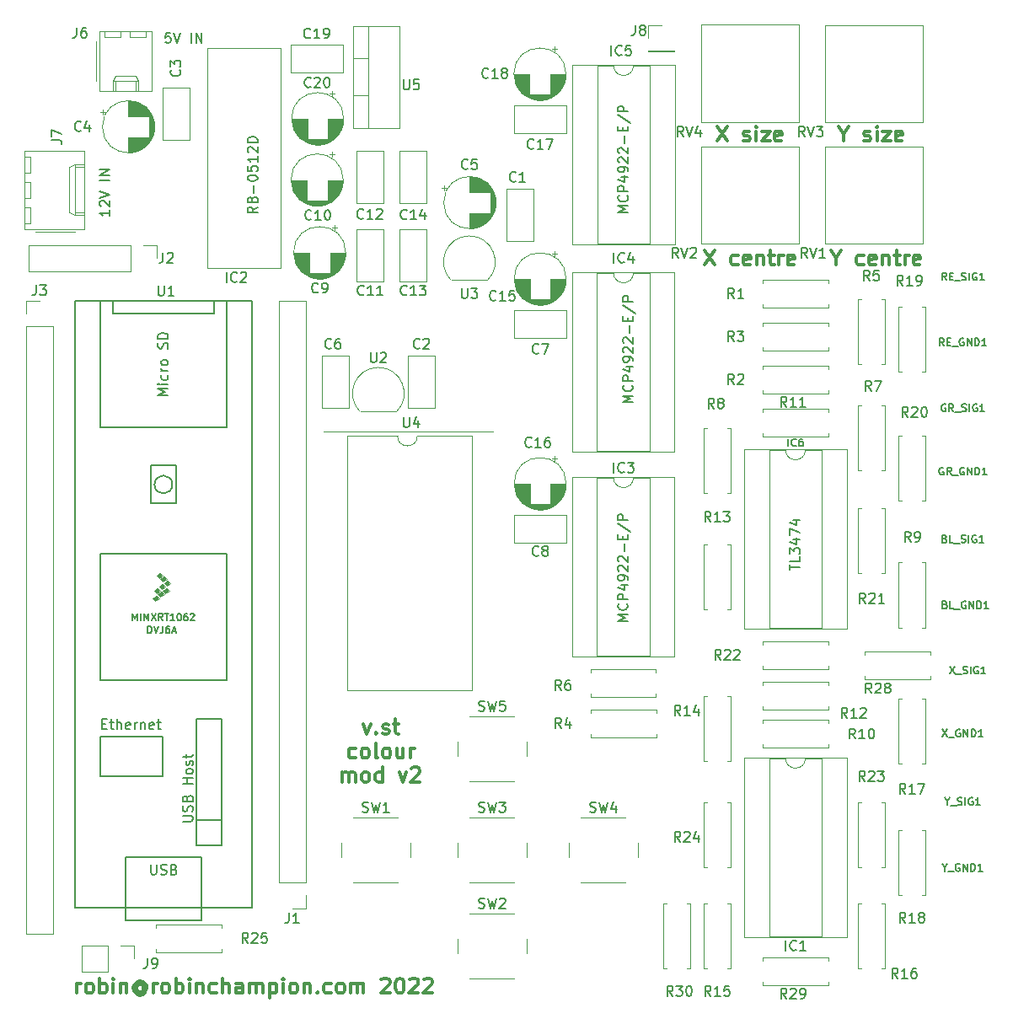
<source format=gbr>
%TF.GenerationSoftware,KiCad,Pcbnew,(6.0.1)*%
%TF.CreationDate,2022-04-22T15:23:58+02:00*%
%TF.ProjectId,teensyv,7465656e-7379-4762-9e6b-696361645f70,rev?*%
%TF.SameCoordinates,Original*%
%TF.FileFunction,Legend,Top*%
%TF.FilePolarity,Positive*%
%FSLAX46Y46*%
G04 Gerber Fmt 4.6, Leading zero omitted, Abs format (unit mm)*
G04 Created by KiCad (PCBNEW (6.0.1)) date 2022-04-22 15:23:58*
%MOMM*%
%LPD*%
G01*
G04 APERTURE LIST*
%ADD10C,0.300000*%
%ADD11C,0.150000*%
%ADD12C,0.120000*%
%ADD13C,0.100000*%
G04 APERTURE END LIST*
D10*
X67338000Y-153727571D02*
X67695142Y-154727571D01*
X68052285Y-153727571D01*
X68623714Y-154584714D02*
X68695142Y-154656142D01*
X68623714Y-154727571D01*
X68552285Y-154656142D01*
X68623714Y-154584714D01*
X68623714Y-154727571D01*
X69266571Y-154656142D02*
X69409428Y-154727571D01*
X69695142Y-154727571D01*
X69838000Y-154656142D01*
X69909428Y-154513285D01*
X69909428Y-154441857D01*
X69838000Y-154299000D01*
X69695142Y-154227571D01*
X69480857Y-154227571D01*
X69338000Y-154156142D01*
X69266571Y-154013285D01*
X69266571Y-153941857D01*
X69338000Y-153799000D01*
X69480857Y-153727571D01*
X69695142Y-153727571D01*
X69838000Y-153799000D01*
X70338000Y-153727571D02*
X70909428Y-153727571D01*
X70552285Y-153227571D02*
X70552285Y-154513285D01*
X70623714Y-154656142D01*
X70766571Y-154727571D01*
X70909428Y-154727571D01*
X66552285Y-157071142D02*
X66409428Y-157142571D01*
X66123714Y-157142571D01*
X65980857Y-157071142D01*
X65909428Y-156999714D01*
X65838000Y-156856857D01*
X65838000Y-156428285D01*
X65909428Y-156285428D01*
X65980857Y-156214000D01*
X66123714Y-156142571D01*
X66409428Y-156142571D01*
X66552285Y-156214000D01*
X67409428Y-157142571D02*
X67266571Y-157071142D01*
X67195142Y-156999714D01*
X67123714Y-156856857D01*
X67123714Y-156428285D01*
X67195142Y-156285428D01*
X67266571Y-156214000D01*
X67409428Y-156142571D01*
X67623714Y-156142571D01*
X67766571Y-156214000D01*
X67838000Y-156285428D01*
X67909428Y-156428285D01*
X67909428Y-156856857D01*
X67838000Y-156999714D01*
X67766571Y-157071142D01*
X67623714Y-157142571D01*
X67409428Y-157142571D01*
X68766571Y-157142571D02*
X68623714Y-157071142D01*
X68552285Y-156928285D01*
X68552285Y-155642571D01*
X69552285Y-157142571D02*
X69409428Y-157071142D01*
X69338000Y-156999714D01*
X69266571Y-156856857D01*
X69266571Y-156428285D01*
X69338000Y-156285428D01*
X69409428Y-156214000D01*
X69552285Y-156142571D01*
X69766571Y-156142571D01*
X69909428Y-156214000D01*
X69980857Y-156285428D01*
X70052285Y-156428285D01*
X70052285Y-156856857D01*
X69980857Y-156999714D01*
X69909428Y-157071142D01*
X69766571Y-157142571D01*
X69552285Y-157142571D01*
X71338000Y-156142571D02*
X71338000Y-157142571D01*
X70695142Y-156142571D02*
X70695142Y-156928285D01*
X70766571Y-157071142D01*
X70909428Y-157142571D01*
X71123714Y-157142571D01*
X71266571Y-157071142D01*
X71338000Y-156999714D01*
X72052285Y-157142571D02*
X72052285Y-156142571D01*
X72052285Y-156428285D02*
X72123714Y-156285428D01*
X72195142Y-156214000D01*
X72338000Y-156142571D01*
X72480857Y-156142571D01*
X65230857Y-159557571D02*
X65230857Y-158557571D01*
X65230857Y-158700428D02*
X65302285Y-158629000D01*
X65445142Y-158557571D01*
X65659428Y-158557571D01*
X65802285Y-158629000D01*
X65873714Y-158771857D01*
X65873714Y-159557571D01*
X65873714Y-158771857D02*
X65945142Y-158629000D01*
X66088000Y-158557571D01*
X66302285Y-158557571D01*
X66445142Y-158629000D01*
X66516571Y-158771857D01*
X66516571Y-159557571D01*
X67445142Y-159557571D02*
X67302285Y-159486142D01*
X67230857Y-159414714D01*
X67159428Y-159271857D01*
X67159428Y-158843285D01*
X67230857Y-158700428D01*
X67302285Y-158629000D01*
X67445142Y-158557571D01*
X67659428Y-158557571D01*
X67802285Y-158629000D01*
X67873714Y-158700428D01*
X67945142Y-158843285D01*
X67945142Y-159271857D01*
X67873714Y-159414714D01*
X67802285Y-159486142D01*
X67659428Y-159557571D01*
X67445142Y-159557571D01*
X69230857Y-159557571D02*
X69230857Y-158057571D01*
X69230857Y-159486142D02*
X69088000Y-159557571D01*
X68802285Y-159557571D01*
X68659428Y-159486142D01*
X68588000Y-159414714D01*
X68516571Y-159271857D01*
X68516571Y-158843285D01*
X68588000Y-158700428D01*
X68659428Y-158629000D01*
X68802285Y-158557571D01*
X69088000Y-158557571D01*
X69230857Y-158629000D01*
X70945142Y-158557571D02*
X71302285Y-159557571D01*
X71659428Y-158557571D01*
X72159428Y-158200428D02*
X72230857Y-158129000D01*
X72373714Y-158057571D01*
X72730857Y-158057571D01*
X72873714Y-158129000D01*
X72945142Y-158200428D01*
X73016571Y-158343285D01*
X73016571Y-158486142D01*
X72945142Y-158700428D01*
X72088000Y-159557571D01*
X73016571Y-159557571D01*
X114800571Y-106898285D02*
X114800571Y-107612571D01*
X114300571Y-106112571D02*
X114800571Y-106898285D01*
X115300571Y-106112571D01*
X117586285Y-107541142D02*
X117443428Y-107612571D01*
X117157714Y-107612571D01*
X117014857Y-107541142D01*
X116943428Y-107469714D01*
X116872000Y-107326857D01*
X116872000Y-106898285D01*
X116943428Y-106755428D01*
X117014857Y-106684000D01*
X117157714Y-106612571D01*
X117443428Y-106612571D01*
X117586285Y-106684000D01*
X118800571Y-107541142D02*
X118657714Y-107612571D01*
X118372000Y-107612571D01*
X118229142Y-107541142D01*
X118157714Y-107398285D01*
X118157714Y-106826857D01*
X118229142Y-106684000D01*
X118372000Y-106612571D01*
X118657714Y-106612571D01*
X118800571Y-106684000D01*
X118872000Y-106826857D01*
X118872000Y-106969714D01*
X118157714Y-107112571D01*
X119514857Y-106612571D02*
X119514857Y-107612571D01*
X119514857Y-106755428D02*
X119586285Y-106684000D01*
X119729142Y-106612571D01*
X119943428Y-106612571D01*
X120086285Y-106684000D01*
X120157714Y-106826857D01*
X120157714Y-107612571D01*
X120657714Y-106612571D02*
X121229142Y-106612571D01*
X120872000Y-106112571D02*
X120872000Y-107398285D01*
X120943428Y-107541142D01*
X121086285Y-107612571D01*
X121229142Y-107612571D01*
X121729142Y-107612571D02*
X121729142Y-106612571D01*
X121729142Y-106898285D02*
X121800571Y-106755428D01*
X121872000Y-106684000D01*
X122014857Y-106612571D01*
X122157714Y-106612571D01*
X123229142Y-107541142D02*
X123086285Y-107612571D01*
X122800571Y-107612571D01*
X122657714Y-107541142D01*
X122586285Y-107398285D01*
X122586285Y-106826857D01*
X122657714Y-106684000D01*
X122800571Y-106612571D01*
X123086285Y-106612571D01*
X123229142Y-106684000D01*
X123300571Y-106826857D01*
X123300571Y-106969714D01*
X122586285Y-107112571D01*
D11*
X47942666Y-84288380D02*
X47466476Y-84288380D01*
X47418857Y-84764571D01*
X47466476Y-84716952D01*
X47561714Y-84669333D01*
X47799809Y-84669333D01*
X47895047Y-84716952D01*
X47942666Y-84764571D01*
X47990285Y-84859809D01*
X47990285Y-85097904D01*
X47942666Y-85193142D01*
X47895047Y-85240761D01*
X47799809Y-85288380D01*
X47561714Y-85288380D01*
X47466476Y-85240761D01*
X47418857Y-85193142D01*
X48276000Y-84288380D02*
X48609333Y-85288380D01*
X48942666Y-84288380D01*
X50037904Y-85288380D02*
X50037904Y-84288380D01*
X50514095Y-85288380D02*
X50514095Y-84288380D01*
X51085523Y-85288380D01*
X51085523Y-84288380D01*
D10*
X38566571Y-180764571D02*
X38566571Y-179764571D01*
X38566571Y-180050285D02*
X38637999Y-179907428D01*
X38709428Y-179836000D01*
X38852285Y-179764571D01*
X38995142Y-179764571D01*
X39709428Y-180764571D02*
X39566571Y-180693142D01*
X39495142Y-180621714D01*
X39423714Y-180478857D01*
X39423714Y-180050285D01*
X39495142Y-179907428D01*
X39566571Y-179836000D01*
X39709428Y-179764571D01*
X39923714Y-179764571D01*
X40066571Y-179836000D01*
X40137999Y-179907428D01*
X40209428Y-180050285D01*
X40209428Y-180478857D01*
X40137999Y-180621714D01*
X40066571Y-180693142D01*
X39923714Y-180764571D01*
X39709428Y-180764571D01*
X40852285Y-180764571D02*
X40852285Y-179264571D01*
X40852285Y-179836000D02*
X40995142Y-179764571D01*
X41280857Y-179764571D01*
X41423714Y-179836000D01*
X41495142Y-179907428D01*
X41566571Y-180050285D01*
X41566571Y-180478857D01*
X41495142Y-180621714D01*
X41423714Y-180693142D01*
X41280857Y-180764571D01*
X40995142Y-180764571D01*
X40852285Y-180693142D01*
X42209428Y-180764571D02*
X42209428Y-179764571D01*
X42209428Y-179264571D02*
X42137999Y-179336000D01*
X42209428Y-179407428D01*
X42280857Y-179336000D01*
X42209428Y-179264571D01*
X42209428Y-179407428D01*
X42923714Y-179764571D02*
X42923714Y-180764571D01*
X42923714Y-179907428D02*
X42995142Y-179836000D01*
X43138000Y-179764571D01*
X43352285Y-179764571D01*
X43495142Y-179836000D01*
X43566571Y-179978857D01*
X43566571Y-180764571D01*
X45209428Y-180050285D02*
X45138000Y-179978857D01*
X44995142Y-179907428D01*
X44852285Y-179907428D01*
X44709428Y-179978857D01*
X44638000Y-180050285D01*
X44566571Y-180193142D01*
X44566571Y-180336000D01*
X44638000Y-180478857D01*
X44709428Y-180550285D01*
X44852285Y-180621714D01*
X44995142Y-180621714D01*
X45138000Y-180550285D01*
X45209428Y-180478857D01*
X45209428Y-179907428D02*
X45209428Y-180478857D01*
X45280857Y-180550285D01*
X45352285Y-180550285D01*
X45495142Y-180478857D01*
X45566571Y-180336000D01*
X45566571Y-179978857D01*
X45423714Y-179764571D01*
X45209428Y-179621714D01*
X44923714Y-179550285D01*
X44638000Y-179621714D01*
X44423714Y-179764571D01*
X44280857Y-179978857D01*
X44209428Y-180264571D01*
X44280857Y-180550285D01*
X44423714Y-180764571D01*
X44638000Y-180907428D01*
X44923714Y-180978857D01*
X45209428Y-180907428D01*
X45423714Y-180764571D01*
X46209428Y-180764571D02*
X46209428Y-179764571D01*
X46209428Y-180050285D02*
X46280857Y-179907428D01*
X46352285Y-179836000D01*
X46495142Y-179764571D01*
X46638000Y-179764571D01*
X47352285Y-180764571D02*
X47209428Y-180693142D01*
X47137999Y-180621714D01*
X47066571Y-180478857D01*
X47066571Y-180050285D01*
X47137999Y-179907428D01*
X47209428Y-179836000D01*
X47352285Y-179764571D01*
X47566571Y-179764571D01*
X47709428Y-179836000D01*
X47780857Y-179907428D01*
X47852285Y-180050285D01*
X47852285Y-180478857D01*
X47780857Y-180621714D01*
X47709428Y-180693142D01*
X47566571Y-180764571D01*
X47352285Y-180764571D01*
X48495142Y-180764571D02*
X48495142Y-179264571D01*
X48495142Y-179836000D02*
X48637999Y-179764571D01*
X48923714Y-179764571D01*
X49066571Y-179836000D01*
X49137999Y-179907428D01*
X49209428Y-180050285D01*
X49209428Y-180478857D01*
X49137999Y-180621714D01*
X49066571Y-180693142D01*
X48923714Y-180764571D01*
X48637999Y-180764571D01*
X48495142Y-180693142D01*
X49852285Y-180764571D02*
X49852285Y-179764571D01*
X49852285Y-179264571D02*
X49780857Y-179336000D01*
X49852285Y-179407428D01*
X49923714Y-179336000D01*
X49852285Y-179264571D01*
X49852285Y-179407428D01*
X50566571Y-179764571D02*
X50566571Y-180764571D01*
X50566571Y-179907428D02*
X50637999Y-179836000D01*
X50780857Y-179764571D01*
X50995142Y-179764571D01*
X51137999Y-179836000D01*
X51209428Y-179978857D01*
X51209428Y-180764571D01*
X52566571Y-180693142D02*
X52423714Y-180764571D01*
X52137999Y-180764571D01*
X51995142Y-180693142D01*
X51923714Y-180621714D01*
X51852285Y-180478857D01*
X51852285Y-180050285D01*
X51923714Y-179907428D01*
X51995142Y-179836000D01*
X52137999Y-179764571D01*
X52423714Y-179764571D01*
X52566571Y-179836000D01*
X53209428Y-180764571D02*
X53209428Y-179264571D01*
X53852285Y-180764571D02*
X53852285Y-179978857D01*
X53780857Y-179836000D01*
X53637999Y-179764571D01*
X53423714Y-179764571D01*
X53280857Y-179836000D01*
X53209428Y-179907428D01*
X55209428Y-180764571D02*
X55209428Y-179978857D01*
X55137999Y-179836000D01*
X54995142Y-179764571D01*
X54709428Y-179764571D01*
X54566571Y-179836000D01*
X55209428Y-180693142D02*
X55066571Y-180764571D01*
X54709428Y-180764571D01*
X54566571Y-180693142D01*
X54495142Y-180550285D01*
X54495142Y-180407428D01*
X54566571Y-180264571D01*
X54709428Y-180193142D01*
X55066571Y-180193142D01*
X55209428Y-180121714D01*
X55923714Y-180764571D02*
X55923714Y-179764571D01*
X55923714Y-179907428D02*
X55995142Y-179836000D01*
X56137999Y-179764571D01*
X56352285Y-179764571D01*
X56495142Y-179836000D01*
X56566571Y-179978857D01*
X56566571Y-180764571D01*
X56566571Y-179978857D02*
X56637999Y-179836000D01*
X56780857Y-179764571D01*
X56995142Y-179764571D01*
X57137999Y-179836000D01*
X57209428Y-179978857D01*
X57209428Y-180764571D01*
X57923714Y-179764571D02*
X57923714Y-181264571D01*
X57923714Y-179836000D02*
X58066571Y-179764571D01*
X58352285Y-179764571D01*
X58495142Y-179836000D01*
X58566571Y-179907428D01*
X58637999Y-180050285D01*
X58637999Y-180478857D01*
X58566571Y-180621714D01*
X58495142Y-180693142D01*
X58352285Y-180764571D01*
X58066571Y-180764571D01*
X57923714Y-180693142D01*
X59280857Y-180764571D02*
X59280857Y-179764571D01*
X59280857Y-179264571D02*
X59209428Y-179336000D01*
X59280857Y-179407428D01*
X59352285Y-179336000D01*
X59280857Y-179264571D01*
X59280857Y-179407428D01*
X60209428Y-180764571D02*
X60066571Y-180693142D01*
X59995142Y-180621714D01*
X59923714Y-180478857D01*
X59923714Y-180050285D01*
X59995142Y-179907428D01*
X60066571Y-179836000D01*
X60209428Y-179764571D01*
X60423714Y-179764571D01*
X60566571Y-179836000D01*
X60637999Y-179907428D01*
X60709428Y-180050285D01*
X60709428Y-180478857D01*
X60637999Y-180621714D01*
X60566571Y-180693142D01*
X60423714Y-180764571D01*
X60209428Y-180764571D01*
X61352285Y-179764571D02*
X61352285Y-180764571D01*
X61352285Y-179907428D02*
X61423714Y-179836000D01*
X61566571Y-179764571D01*
X61780857Y-179764571D01*
X61923714Y-179836000D01*
X61995142Y-179978857D01*
X61995142Y-180764571D01*
X62709428Y-180621714D02*
X62780857Y-180693142D01*
X62709428Y-180764571D01*
X62638000Y-180693142D01*
X62709428Y-180621714D01*
X62709428Y-180764571D01*
X64066571Y-180693142D02*
X63923714Y-180764571D01*
X63637999Y-180764571D01*
X63495142Y-180693142D01*
X63423714Y-180621714D01*
X63352285Y-180478857D01*
X63352285Y-180050285D01*
X63423714Y-179907428D01*
X63495142Y-179836000D01*
X63637999Y-179764571D01*
X63923714Y-179764571D01*
X64066571Y-179836000D01*
X64923714Y-180764571D02*
X64780857Y-180693142D01*
X64709428Y-180621714D01*
X64638000Y-180478857D01*
X64638000Y-180050285D01*
X64709428Y-179907428D01*
X64780857Y-179836000D01*
X64923714Y-179764571D01*
X65138000Y-179764571D01*
X65280857Y-179836000D01*
X65352285Y-179907428D01*
X65423714Y-180050285D01*
X65423714Y-180478857D01*
X65352285Y-180621714D01*
X65280857Y-180693142D01*
X65138000Y-180764571D01*
X64923714Y-180764571D01*
X66066571Y-180764571D02*
X66066571Y-179764571D01*
X66066571Y-179907428D02*
X66138000Y-179836000D01*
X66280857Y-179764571D01*
X66495142Y-179764571D01*
X66638000Y-179836000D01*
X66709428Y-179978857D01*
X66709428Y-180764571D01*
X66709428Y-179978857D02*
X66780857Y-179836000D01*
X66923714Y-179764571D01*
X67138000Y-179764571D01*
X67280857Y-179836000D01*
X67352285Y-179978857D01*
X67352285Y-180764571D01*
X69138000Y-179407428D02*
X69209428Y-179336000D01*
X69352285Y-179264571D01*
X69709428Y-179264571D01*
X69852285Y-179336000D01*
X69923714Y-179407428D01*
X69995142Y-179550285D01*
X69995142Y-179693142D01*
X69923714Y-179907428D01*
X69066571Y-180764571D01*
X69995142Y-180764571D01*
X70923714Y-179264571D02*
X71066571Y-179264571D01*
X71209428Y-179336000D01*
X71280857Y-179407428D01*
X71352285Y-179550285D01*
X71423714Y-179836000D01*
X71423714Y-180193142D01*
X71352285Y-180478857D01*
X71280857Y-180621714D01*
X71209428Y-180693142D01*
X71066571Y-180764571D01*
X70923714Y-180764571D01*
X70780857Y-180693142D01*
X70709428Y-180621714D01*
X70638000Y-180478857D01*
X70566571Y-180193142D01*
X70566571Y-179836000D01*
X70638000Y-179550285D01*
X70709428Y-179407428D01*
X70780857Y-179336000D01*
X70923714Y-179264571D01*
X71995142Y-179407428D02*
X72066571Y-179336000D01*
X72209428Y-179264571D01*
X72566571Y-179264571D01*
X72709428Y-179336000D01*
X72780857Y-179407428D01*
X72852285Y-179550285D01*
X72852285Y-179693142D01*
X72780857Y-179907428D01*
X71923714Y-180764571D01*
X72852285Y-180764571D01*
X73423714Y-179407428D02*
X73495142Y-179336000D01*
X73638000Y-179264571D01*
X73995142Y-179264571D01*
X74138000Y-179336000D01*
X74209428Y-179407428D01*
X74280857Y-179550285D01*
X74280857Y-179693142D01*
X74209428Y-179907428D01*
X73352285Y-180764571D01*
X74280857Y-180764571D01*
X115578285Y-94452285D02*
X115578285Y-95166571D01*
X115078285Y-93666571D02*
X115578285Y-94452285D01*
X116078285Y-93666571D01*
X117649714Y-95095142D02*
X117792571Y-95166571D01*
X118078285Y-95166571D01*
X118221142Y-95095142D01*
X118292571Y-94952285D01*
X118292571Y-94880857D01*
X118221142Y-94738000D01*
X118078285Y-94666571D01*
X117864000Y-94666571D01*
X117721142Y-94595142D01*
X117649714Y-94452285D01*
X117649714Y-94380857D01*
X117721142Y-94238000D01*
X117864000Y-94166571D01*
X118078285Y-94166571D01*
X118221142Y-94238000D01*
X118935428Y-95166571D02*
X118935428Y-94166571D01*
X118935428Y-93666571D02*
X118864000Y-93738000D01*
X118935428Y-93809428D01*
X119006857Y-93738000D01*
X118935428Y-93666571D01*
X118935428Y-93809428D01*
X119506857Y-94166571D02*
X120292571Y-94166571D01*
X119506857Y-95166571D01*
X120292571Y-95166571D01*
X121435428Y-95095142D02*
X121292571Y-95166571D01*
X121006857Y-95166571D01*
X120864000Y-95095142D01*
X120792571Y-94952285D01*
X120792571Y-94380857D01*
X120864000Y-94238000D01*
X121006857Y-94166571D01*
X121292571Y-94166571D01*
X121435428Y-94238000D01*
X121506857Y-94380857D01*
X121506857Y-94523714D01*
X120792571Y-94666571D01*
X102886285Y-93666571D02*
X103886285Y-95166571D01*
X103886285Y-93666571D02*
X102886285Y-95166571D01*
X105529142Y-95095142D02*
X105672000Y-95166571D01*
X105957714Y-95166571D01*
X106100571Y-95095142D01*
X106172000Y-94952285D01*
X106172000Y-94880857D01*
X106100571Y-94738000D01*
X105957714Y-94666571D01*
X105743428Y-94666571D01*
X105600571Y-94595142D01*
X105529142Y-94452285D01*
X105529142Y-94380857D01*
X105600571Y-94238000D01*
X105743428Y-94166571D01*
X105957714Y-94166571D01*
X106100571Y-94238000D01*
X106814857Y-95166571D02*
X106814857Y-94166571D01*
X106814857Y-93666571D02*
X106743428Y-93738000D01*
X106814857Y-93809428D01*
X106886285Y-93738000D01*
X106814857Y-93666571D01*
X106814857Y-93809428D01*
X107386285Y-94166571D02*
X108172000Y-94166571D01*
X107386285Y-95166571D01*
X108172000Y-95166571D01*
X109314857Y-95095142D02*
X109172000Y-95166571D01*
X108886285Y-95166571D01*
X108743428Y-95095142D01*
X108672000Y-94952285D01*
X108672000Y-94380857D01*
X108743428Y-94238000D01*
X108886285Y-94166571D01*
X109172000Y-94166571D01*
X109314857Y-94238000D01*
X109386285Y-94380857D01*
X109386285Y-94523714D01*
X108672000Y-94666571D01*
X101600571Y-106112571D02*
X102600571Y-107612571D01*
X102600571Y-106112571D02*
X101600571Y-107612571D01*
X104957714Y-107541142D02*
X104814857Y-107612571D01*
X104529142Y-107612571D01*
X104386285Y-107541142D01*
X104314857Y-107469714D01*
X104243428Y-107326857D01*
X104243428Y-106898285D01*
X104314857Y-106755428D01*
X104386285Y-106684000D01*
X104529142Y-106612571D01*
X104814857Y-106612571D01*
X104957714Y-106684000D01*
X106172000Y-107541142D02*
X106029142Y-107612571D01*
X105743428Y-107612571D01*
X105600571Y-107541142D01*
X105529142Y-107398285D01*
X105529142Y-106826857D01*
X105600571Y-106684000D01*
X105743428Y-106612571D01*
X106029142Y-106612571D01*
X106172000Y-106684000D01*
X106243428Y-106826857D01*
X106243428Y-106969714D01*
X105529142Y-107112571D01*
X106886285Y-106612571D02*
X106886285Y-107612571D01*
X106886285Y-106755428D02*
X106957714Y-106684000D01*
X107100571Y-106612571D01*
X107314857Y-106612571D01*
X107457714Y-106684000D01*
X107529142Y-106826857D01*
X107529142Y-107612571D01*
X108029142Y-106612571D02*
X108600571Y-106612571D01*
X108243428Y-106112571D02*
X108243428Y-107398285D01*
X108314857Y-107541142D01*
X108457714Y-107612571D01*
X108600571Y-107612571D01*
X109100571Y-107612571D02*
X109100571Y-106612571D01*
X109100571Y-106898285D02*
X109172000Y-106755428D01*
X109243428Y-106684000D01*
X109386285Y-106612571D01*
X109529142Y-106612571D01*
X110600571Y-107541142D02*
X110457714Y-107612571D01*
X110172000Y-107612571D01*
X110029142Y-107541142D01*
X109957714Y-107398285D01*
X109957714Y-106826857D01*
X110029142Y-106684000D01*
X110172000Y-106612571D01*
X110457714Y-106612571D01*
X110600571Y-106684000D01*
X110672000Y-106826857D01*
X110672000Y-106969714D01*
X109957714Y-107112571D01*
D11*
X41854380Y-102091904D02*
X41854380Y-102663333D01*
X41854380Y-102377619D02*
X40854380Y-102377619D01*
X40997238Y-102472857D01*
X41092476Y-102568095D01*
X41140095Y-102663333D01*
X40949619Y-101710952D02*
X40902000Y-101663333D01*
X40854380Y-101568095D01*
X40854380Y-101330000D01*
X40902000Y-101234761D01*
X40949619Y-101187142D01*
X41044857Y-101139523D01*
X41140095Y-101139523D01*
X41282952Y-101187142D01*
X41854380Y-101758571D01*
X41854380Y-101139523D01*
X40854380Y-100853809D02*
X41854380Y-100520476D01*
X40854380Y-100187142D01*
X41854380Y-99091904D02*
X40854380Y-99091904D01*
X41854380Y-98615714D02*
X40854380Y-98615714D01*
X41854380Y-98044285D01*
X40854380Y-98044285D01*
%TO.C,BL_GND1*%
X125777085Y-141729228D02*
X125884228Y-141764942D01*
X125919942Y-141800657D01*
X125955657Y-141872085D01*
X125955657Y-141979228D01*
X125919942Y-142050657D01*
X125884228Y-142086371D01*
X125812800Y-142122085D01*
X125527085Y-142122085D01*
X125527085Y-141372085D01*
X125777085Y-141372085D01*
X125848514Y-141407800D01*
X125884228Y-141443514D01*
X125919942Y-141514942D01*
X125919942Y-141586371D01*
X125884228Y-141657800D01*
X125848514Y-141693514D01*
X125777085Y-141729228D01*
X125527085Y-141729228D01*
X126634228Y-142122085D02*
X126277085Y-142122085D01*
X126277085Y-141372085D01*
X126705657Y-142193514D02*
X127277085Y-142193514D01*
X127848514Y-141407800D02*
X127777085Y-141372085D01*
X127669942Y-141372085D01*
X127562800Y-141407800D01*
X127491371Y-141479228D01*
X127455657Y-141550657D01*
X127419942Y-141693514D01*
X127419942Y-141800657D01*
X127455657Y-141943514D01*
X127491371Y-142014942D01*
X127562800Y-142086371D01*
X127669942Y-142122085D01*
X127741371Y-142122085D01*
X127848514Y-142086371D01*
X127884228Y-142050657D01*
X127884228Y-141800657D01*
X127741371Y-141800657D01*
X128205657Y-142122085D02*
X128205657Y-141372085D01*
X128634228Y-142122085D01*
X128634228Y-141372085D01*
X128991371Y-142122085D02*
X128991371Y-141372085D01*
X129169942Y-141372085D01*
X129277085Y-141407800D01*
X129348514Y-141479228D01*
X129384228Y-141550657D01*
X129419942Y-141693514D01*
X129419942Y-141800657D01*
X129384228Y-141943514D01*
X129348514Y-142014942D01*
X129277085Y-142086371D01*
X129169942Y-142122085D01*
X128991371Y-142122085D01*
X130134228Y-142122085D02*
X129705657Y-142122085D01*
X129919942Y-142122085D02*
X129919942Y-141372085D01*
X129848514Y-141479228D01*
X129777085Y-141550657D01*
X129705657Y-141586371D01*
%TO.C,IC4*%
X92495809Y-107386380D02*
X92495809Y-106386380D01*
X93543428Y-107291142D02*
X93495809Y-107338761D01*
X93352952Y-107386380D01*
X93257714Y-107386380D01*
X93114857Y-107338761D01*
X93019619Y-107243523D01*
X92972000Y-107148285D01*
X92924380Y-106957809D01*
X92924380Y-106814952D01*
X92972000Y-106624476D01*
X93019619Y-106529238D01*
X93114857Y-106434000D01*
X93257714Y-106386380D01*
X93352952Y-106386380D01*
X93495809Y-106434000D01*
X93543428Y-106481619D01*
X94400571Y-106719714D02*
X94400571Y-107386380D01*
X94162476Y-106338761D02*
X93924380Y-107053047D01*
X94543428Y-107053047D01*
X94412380Y-121416333D02*
X93412380Y-121416333D01*
X94126666Y-121083000D01*
X93412380Y-120749666D01*
X94412380Y-120749666D01*
X94317142Y-119702047D02*
X94364761Y-119749666D01*
X94412380Y-119892523D01*
X94412380Y-119987761D01*
X94364761Y-120130619D01*
X94269523Y-120225857D01*
X94174285Y-120273476D01*
X93983809Y-120321095D01*
X93840952Y-120321095D01*
X93650476Y-120273476D01*
X93555238Y-120225857D01*
X93460000Y-120130619D01*
X93412380Y-119987761D01*
X93412380Y-119892523D01*
X93460000Y-119749666D01*
X93507619Y-119702047D01*
X94412380Y-119273476D02*
X93412380Y-119273476D01*
X93412380Y-118892523D01*
X93460000Y-118797285D01*
X93507619Y-118749666D01*
X93602857Y-118702047D01*
X93745714Y-118702047D01*
X93840952Y-118749666D01*
X93888571Y-118797285D01*
X93936190Y-118892523D01*
X93936190Y-119273476D01*
X93745714Y-117844904D02*
X94412380Y-117844904D01*
X93364761Y-118083000D02*
X94079047Y-118321095D01*
X94079047Y-117702047D01*
X94412380Y-117273476D02*
X94412380Y-117083000D01*
X94364761Y-116987761D01*
X94317142Y-116940142D01*
X94174285Y-116844904D01*
X93983809Y-116797285D01*
X93602857Y-116797285D01*
X93507619Y-116844904D01*
X93460000Y-116892523D01*
X93412380Y-116987761D01*
X93412380Y-117178238D01*
X93460000Y-117273476D01*
X93507619Y-117321095D01*
X93602857Y-117368714D01*
X93840952Y-117368714D01*
X93936190Y-117321095D01*
X93983809Y-117273476D01*
X94031428Y-117178238D01*
X94031428Y-116987761D01*
X93983809Y-116892523D01*
X93936190Y-116844904D01*
X93840952Y-116797285D01*
X93507619Y-116416333D02*
X93460000Y-116368714D01*
X93412380Y-116273476D01*
X93412380Y-116035380D01*
X93460000Y-115940142D01*
X93507619Y-115892523D01*
X93602857Y-115844904D01*
X93698095Y-115844904D01*
X93840952Y-115892523D01*
X94412380Y-116463952D01*
X94412380Y-115844904D01*
X93507619Y-115463952D02*
X93460000Y-115416333D01*
X93412380Y-115321095D01*
X93412380Y-115083000D01*
X93460000Y-114987761D01*
X93507619Y-114940142D01*
X93602857Y-114892523D01*
X93698095Y-114892523D01*
X93840952Y-114940142D01*
X94412380Y-115511571D01*
X94412380Y-114892523D01*
X94031428Y-114463952D02*
X94031428Y-113702047D01*
X93888571Y-113225857D02*
X93888571Y-112892523D01*
X94412380Y-112749666D02*
X94412380Y-113225857D01*
X93412380Y-113225857D01*
X93412380Y-112749666D01*
X93364761Y-111606809D02*
X94650476Y-112463952D01*
X94412380Y-111273476D02*
X93412380Y-111273476D01*
X93412380Y-110892523D01*
X93460000Y-110797285D01*
X93507619Y-110749666D01*
X93602857Y-110702047D01*
X93745714Y-110702047D01*
X93840952Y-110749666D01*
X93888571Y-110797285D01*
X93936190Y-110892523D01*
X93936190Y-111273476D01*
%TO.C,U5*%
X71374095Y-88981980D02*
X71374095Y-89791504D01*
X71421714Y-89886742D01*
X71469333Y-89934361D01*
X71564571Y-89981980D01*
X71755047Y-89981980D01*
X71850285Y-89934361D01*
X71897904Y-89886742D01*
X71945523Y-89791504D01*
X71945523Y-88981980D01*
X72897904Y-88981980D02*
X72421714Y-88981980D01*
X72374095Y-89458171D01*
X72421714Y-89410552D01*
X72516952Y-89362933D01*
X72755047Y-89362933D01*
X72850285Y-89410552D01*
X72897904Y-89458171D01*
X72945523Y-89553409D01*
X72945523Y-89791504D01*
X72897904Y-89886742D01*
X72850285Y-89934361D01*
X72755047Y-89981980D01*
X72516952Y-89981980D01*
X72421714Y-89934361D01*
X72374095Y-89886742D01*
%TO.C,U4*%
X71374095Y-122905880D02*
X71374095Y-123715404D01*
X71421714Y-123810642D01*
X71469333Y-123858261D01*
X71564571Y-123905880D01*
X71755047Y-123905880D01*
X71850285Y-123858261D01*
X71897904Y-123810642D01*
X71945523Y-123715404D01*
X71945523Y-122905880D01*
X72850285Y-123239214D02*
X72850285Y-123905880D01*
X72612190Y-122858261D02*
X72374095Y-123572547D01*
X72993142Y-123572547D01*
%TO.C,R15*%
X102227142Y-181046380D02*
X101893809Y-180570190D01*
X101655714Y-181046380D02*
X101655714Y-180046380D01*
X102036666Y-180046380D01*
X102131904Y-180094000D01*
X102179523Y-180141619D01*
X102227142Y-180236857D01*
X102227142Y-180379714D01*
X102179523Y-180474952D01*
X102131904Y-180522571D01*
X102036666Y-180570190D01*
X101655714Y-180570190D01*
X103179523Y-181046380D02*
X102608095Y-181046380D01*
X102893809Y-181046380D02*
X102893809Y-180046380D01*
X102798571Y-180189238D01*
X102703333Y-180284476D01*
X102608095Y-180332095D01*
X104084285Y-180046380D02*
X103608095Y-180046380D01*
X103560476Y-180522571D01*
X103608095Y-180474952D01*
X103703333Y-180427333D01*
X103941428Y-180427333D01*
X104036666Y-180474952D01*
X104084285Y-180522571D01*
X104131904Y-180617809D01*
X104131904Y-180855904D01*
X104084285Y-180951142D01*
X104036666Y-180998761D01*
X103941428Y-181046380D01*
X103703333Y-181046380D01*
X103608095Y-180998761D01*
X103560476Y-180951142D01*
%TO.C,SW2*%
X78930666Y-172176761D02*
X79073523Y-172224380D01*
X79311619Y-172224380D01*
X79406857Y-172176761D01*
X79454476Y-172129142D01*
X79502095Y-172033904D01*
X79502095Y-171938666D01*
X79454476Y-171843428D01*
X79406857Y-171795809D01*
X79311619Y-171748190D01*
X79121142Y-171700571D01*
X79025904Y-171652952D01*
X78978285Y-171605333D01*
X78930666Y-171510095D01*
X78930666Y-171414857D01*
X78978285Y-171319619D01*
X79025904Y-171272000D01*
X79121142Y-171224380D01*
X79359238Y-171224380D01*
X79502095Y-171272000D01*
X79835428Y-171224380D02*
X80073523Y-172224380D01*
X80264000Y-171510095D01*
X80454476Y-172224380D01*
X80692571Y-171224380D01*
X81025904Y-171319619D02*
X81073523Y-171272000D01*
X81168761Y-171224380D01*
X81406857Y-171224380D01*
X81502095Y-171272000D01*
X81549714Y-171319619D01*
X81597333Y-171414857D01*
X81597333Y-171510095D01*
X81549714Y-171652952D01*
X80978285Y-172224380D01*
X81597333Y-172224380D01*
%TO.C,R21*%
X117771942Y-141574780D02*
X117438609Y-141098590D01*
X117200514Y-141574780D02*
X117200514Y-140574780D01*
X117581466Y-140574780D01*
X117676704Y-140622400D01*
X117724323Y-140670019D01*
X117771942Y-140765257D01*
X117771942Y-140908114D01*
X117724323Y-141003352D01*
X117676704Y-141050971D01*
X117581466Y-141098590D01*
X117200514Y-141098590D01*
X118152895Y-140670019D02*
X118200514Y-140622400D01*
X118295752Y-140574780D01*
X118533847Y-140574780D01*
X118629085Y-140622400D01*
X118676704Y-140670019D01*
X118724323Y-140765257D01*
X118724323Y-140860495D01*
X118676704Y-141003352D01*
X118105276Y-141574780D01*
X118724323Y-141574780D01*
X119676704Y-141574780D02*
X119105276Y-141574780D01*
X119390990Y-141574780D02*
X119390990Y-140574780D01*
X119295752Y-140717638D01*
X119200514Y-140812876D01*
X119105276Y-140860495D01*
%TO.C,RV1*%
X111926761Y-106878380D02*
X111593428Y-106402190D01*
X111355333Y-106878380D02*
X111355333Y-105878380D01*
X111736285Y-105878380D01*
X111831523Y-105926000D01*
X111879142Y-105973619D01*
X111926761Y-106068857D01*
X111926761Y-106211714D01*
X111879142Y-106306952D01*
X111831523Y-106354571D01*
X111736285Y-106402190D01*
X111355333Y-106402190D01*
X112212476Y-105878380D02*
X112545809Y-106878380D01*
X112879142Y-105878380D01*
X113736285Y-106878380D02*
X113164857Y-106878380D01*
X113450571Y-106878380D02*
X113450571Y-105878380D01*
X113355333Y-106021238D01*
X113260095Y-106116476D01*
X113164857Y-106164095D01*
%TO.C,R4*%
X87219333Y-154122380D02*
X86886000Y-153646190D01*
X86647904Y-154122380D02*
X86647904Y-153122380D01*
X87028857Y-153122380D01*
X87124095Y-153170000D01*
X87171714Y-153217619D01*
X87219333Y-153312857D01*
X87219333Y-153455714D01*
X87171714Y-153550952D01*
X87124095Y-153598571D01*
X87028857Y-153646190D01*
X86647904Y-153646190D01*
X88076476Y-153455714D02*
X88076476Y-154122380D01*
X87838380Y-153074761D02*
X87600285Y-153789047D01*
X88219333Y-153789047D01*
%TO.C,C18*%
X79875142Y-88749142D02*
X79827523Y-88796761D01*
X79684666Y-88844380D01*
X79589428Y-88844380D01*
X79446571Y-88796761D01*
X79351333Y-88701523D01*
X79303714Y-88606285D01*
X79256095Y-88415809D01*
X79256095Y-88272952D01*
X79303714Y-88082476D01*
X79351333Y-87987238D01*
X79446571Y-87892000D01*
X79589428Y-87844380D01*
X79684666Y-87844380D01*
X79827523Y-87892000D01*
X79875142Y-87939619D01*
X80827523Y-88844380D02*
X80256095Y-88844380D01*
X80541809Y-88844380D02*
X80541809Y-87844380D01*
X80446571Y-87987238D01*
X80351333Y-88082476D01*
X80256095Y-88130095D01*
X81398952Y-88272952D02*
X81303714Y-88225333D01*
X81256095Y-88177714D01*
X81208476Y-88082476D01*
X81208476Y-88034857D01*
X81256095Y-87939619D01*
X81303714Y-87892000D01*
X81398952Y-87844380D01*
X81589428Y-87844380D01*
X81684666Y-87892000D01*
X81732285Y-87939619D01*
X81779904Y-88034857D01*
X81779904Y-88082476D01*
X81732285Y-88177714D01*
X81684666Y-88225333D01*
X81589428Y-88272952D01*
X81398952Y-88272952D01*
X81303714Y-88320571D01*
X81256095Y-88368190D01*
X81208476Y-88463428D01*
X81208476Y-88653904D01*
X81256095Y-88749142D01*
X81303714Y-88796761D01*
X81398952Y-88844380D01*
X81589428Y-88844380D01*
X81684666Y-88796761D01*
X81732285Y-88749142D01*
X81779904Y-88653904D01*
X81779904Y-88463428D01*
X81732285Y-88368190D01*
X81684666Y-88320571D01*
X81589428Y-88272952D01*
%TO.C,IC6*%
X110011857Y-125815285D02*
X110011857Y-125065285D01*
X110797571Y-125743857D02*
X110761857Y-125779571D01*
X110654714Y-125815285D01*
X110583285Y-125815285D01*
X110476142Y-125779571D01*
X110404714Y-125708142D01*
X110369000Y-125636714D01*
X110333285Y-125493857D01*
X110333285Y-125386714D01*
X110369000Y-125243857D01*
X110404714Y-125172428D01*
X110476142Y-125101000D01*
X110583285Y-125065285D01*
X110654714Y-125065285D01*
X110761857Y-125101000D01*
X110797571Y-125136714D01*
X111440428Y-125065285D02*
X111297571Y-125065285D01*
X111226142Y-125101000D01*
X111190428Y-125136714D01*
X111119000Y-125243857D01*
X111083285Y-125386714D01*
X111083285Y-125672428D01*
X111119000Y-125743857D01*
X111154714Y-125779571D01*
X111226142Y-125815285D01*
X111369000Y-125815285D01*
X111440428Y-125779571D01*
X111476142Y-125743857D01*
X111511857Y-125672428D01*
X111511857Y-125493857D01*
X111476142Y-125422428D01*
X111440428Y-125386714D01*
X111369000Y-125351000D01*
X111226142Y-125351000D01*
X111154714Y-125386714D01*
X111119000Y-125422428D01*
X111083285Y-125493857D01*
X110196380Y-138268238D02*
X110196380Y-137696809D01*
X111196380Y-137982523D02*
X110196380Y-137982523D01*
X111196380Y-136887285D02*
X111196380Y-137363476D01*
X110196380Y-137363476D01*
X110196380Y-136649190D02*
X110196380Y-136030142D01*
X110577333Y-136363476D01*
X110577333Y-136220619D01*
X110624952Y-136125380D01*
X110672571Y-136077761D01*
X110767809Y-136030142D01*
X111005904Y-136030142D01*
X111101142Y-136077761D01*
X111148761Y-136125380D01*
X111196380Y-136220619D01*
X111196380Y-136506333D01*
X111148761Y-136601571D01*
X111101142Y-136649190D01*
X110529714Y-135173000D02*
X111196380Y-135173000D01*
X110148761Y-135411095D02*
X110863047Y-135649190D01*
X110863047Y-135030142D01*
X110196380Y-134744428D02*
X110196380Y-134077761D01*
X111196380Y-134506333D01*
X110529714Y-133268238D02*
X111196380Y-133268238D01*
X110148761Y-133506333D02*
X110863047Y-133744428D01*
X110863047Y-133125380D01*
%TO.C,R17*%
X121785142Y-160726380D02*
X121451809Y-160250190D01*
X121213714Y-160726380D02*
X121213714Y-159726380D01*
X121594666Y-159726380D01*
X121689904Y-159774000D01*
X121737523Y-159821619D01*
X121785142Y-159916857D01*
X121785142Y-160059714D01*
X121737523Y-160154952D01*
X121689904Y-160202571D01*
X121594666Y-160250190D01*
X121213714Y-160250190D01*
X122737523Y-160726380D02*
X122166095Y-160726380D01*
X122451809Y-160726380D02*
X122451809Y-159726380D01*
X122356571Y-159869238D01*
X122261333Y-159964476D01*
X122166095Y-160012095D01*
X123070857Y-159726380D02*
X123737523Y-159726380D01*
X123308952Y-160726380D01*
%TO.C,C12*%
X67327542Y-102891542D02*
X67279923Y-102939161D01*
X67137066Y-102986780D01*
X67041828Y-102986780D01*
X66898971Y-102939161D01*
X66803733Y-102843923D01*
X66756114Y-102748685D01*
X66708495Y-102558209D01*
X66708495Y-102415352D01*
X66756114Y-102224876D01*
X66803733Y-102129638D01*
X66898971Y-102034400D01*
X67041828Y-101986780D01*
X67137066Y-101986780D01*
X67279923Y-102034400D01*
X67327542Y-102082019D01*
X68279923Y-102986780D02*
X67708495Y-102986780D01*
X67994209Y-102986780D02*
X67994209Y-101986780D01*
X67898971Y-102129638D01*
X67803733Y-102224876D01*
X67708495Y-102272495D01*
X68660876Y-102082019D02*
X68708495Y-102034400D01*
X68803733Y-101986780D01*
X69041828Y-101986780D01*
X69137066Y-102034400D01*
X69184685Y-102082019D01*
X69232304Y-102177257D01*
X69232304Y-102272495D01*
X69184685Y-102415352D01*
X68613257Y-102986780D01*
X69232304Y-102986780D01*
%TO.C,R24*%
X99179142Y-165552380D02*
X98845809Y-165076190D01*
X98607714Y-165552380D02*
X98607714Y-164552380D01*
X98988666Y-164552380D01*
X99083904Y-164600000D01*
X99131523Y-164647619D01*
X99179142Y-164742857D01*
X99179142Y-164885714D01*
X99131523Y-164980952D01*
X99083904Y-165028571D01*
X98988666Y-165076190D01*
X98607714Y-165076190D01*
X99560095Y-164647619D02*
X99607714Y-164600000D01*
X99702952Y-164552380D01*
X99941047Y-164552380D01*
X100036285Y-164600000D01*
X100083904Y-164647619D01*
X100131523Y-164742857D01*
X100131523Y-164838095D01*
X100083904Y-164980952D01*
X99512476Y-165552380D01*
X100131523Y-165552380D01*
X100988666Y-164885714D02*
X100988666Y-165552380D01*
X100750571Y-164504761D02*
X100512476Y-165219047D01*
X101131523Y-165219047D01*
%TO.C,SW4*%
X90106666Y-162524761D02*
X90249523Y-162572380D01*
X90487619Y-162572380D01*
X90582857Y-162524761D01*
X90630476Y-162477142D01*
X90678095Y-162381904D01*
X90678095Y-162286666D01*
X90630476Y-162191428D01*
X90582857Y-162143809D01*
X90487619Y-162096190D01*
X90297142Y-162048571D01*
X90201904Y-162000952D01*
X90154285Y-161953333D01*
X90106666Y-161858095D01*
X90106666Y-161762857D01*
X90154285Y-161667619D01*
X90201904Y-161620000D01*
X90297142Y-161572380D01*
X90535238Y-161572380D01*
X90678095Y-161620000D01*
X91011428Y-161572380D02*
X91249523Y-162572380D01*
X91440000Y-161858095D01*
X91630476Y-162572380D01*
X91868571Y-161572380D01*
X92678095Y-161905714D02*
X92678095Y-162572380D01*
X92440000Y-161524761D02*
X92201904Y-162239047D01*
X92820952Y-162239047D01*
%TO.C,U2*%
X68072095Y-116394380D02*
X68072095Y-117203904D01*
X68119714Y-117299142D01*
X68167333Y-117346761D01*
X68262571Y-117394380D01*
X68453047Y-117394380D01*
X68548285Y-117346761D01*
X68595904Y-117299142D01*
X68643523Y-117203904D01*
X68643523Y-116394380D01*
X69072095Y-116489619D02*
X69119714Y-116442000D01*
X69214952Y-116394380D01*
X69453047Y-116394380D01*
X69548285Y-116442000D01*
X69595904Y-116489619D01*
X69643523Y-116584857D01*
X69643523Y-116680095D01*
X69595904Y-116822952D01*
X69024476Y-117394380D01*
X69643523Y-117394380D01*
%TO.C,R11*%
X109847142Y-121864380D02*
X109513809Y-121388190D01*
X109275714Y-121864380D02*
X109275714Y-120864380D01*
X109656666Y-120864380D01*
X109751904Y-120912000D01*
X109799523Y-120959619D01*
X109847142Y-121054857D01*
X109847142Y-121197714D01*
X109799523Y-121292952D01*
X109751904Y-121340571D01*
X109656666Y-121388190D01*
X109275714Y-121388190D01*
X110799523Y-121864380D02*
X110228095Y-121864380D01*
X110513809Y-121864380D02*
X110513809Y-120864380D01*
X110418571Y-121007238D01*
X110323333Y-121102476D01*
X110228095Y-121150095D01*
X111751904Y-121864380D02*
X111180476Y-121864380D01*
X111466190Y-121864380D02*
X111466190Y-120864380D01*
X111370952Y-121007238D01*
X111275714Y-121102476D01*
X111180476Y-121150095D01*
%TO.C,SW5*%
X78930666Y-152364761D02*
X79073523Y-152412380D01*
X79311619Y-152412380D01*
X79406857Y-152364761D01*
X79454476Y-152317142D01*
X79502095Y-152221904D01*
X79502095Y-152126666D01*
X79454476Y-152031428D01*
X79406857Y-151983809D01*
X79311619Y-151936190D01*
X79121142Y-151888571D01*
X79025904Y-151840952D01*
X78978285Y-151793333D01*
X78930666Y-151698095D01*
X78930666Y-151602857D01*
X78978285Y-151507619D01*
X79025904Y-151460000D01*
X79121142Y-151412380D01*
X79359238Y-151412380D01*
X79502095Y-151460000D01*
X79835428Y-151412380D02*
X80073523Y-152412380D01*
X80264000Y-151698095D01*
X80454476Y-152412380D01*
X80692571Y-151412380D01*
X81549714Y-151412380D02*
X81073523Y-151412380D01*
X81025904Y-151888571D01*
X81073523Y-151840952D01*
X81168761Y-151793333D01*
X81406857Y-151793333D01*
X81502095Y-151840952D01*
X81549714Y-151888571D01*
X81597333Y-151983809D01*
X81597333Y-152221904D01*
X81549714Y-152317142D01*
X81502095Y-152364761D01*
X81406857Y-152412380D01*
X81168761Y-152412380D01*
X81073523Y-152364761D01*
X81025904Y-152317142D01*
%TO.C,R23*%
X117721142Y-159456380D02*
X117387809Y-158980190D01*
X117149714Y-159456380D02*
X117149714Y-158456380D01*
X117530666Y-158456380D01*
X117625904Y-158504000D01*
X117673523Y-158551619D01*
X117721142Y-158646857D01*
X117721142Y-158789714D01*
X117673523Y-158884952D01*
X117625904Y-158932571D01*
X117530666Y-158980190D01*
X117149714Y-158980190D01*
X118102095Y-158551619D02*
X118149714Y-158504000D01*
X118244952Y-158456380D01*
X118483047Y-158456380D01*
X118578285Y-158504000D01*
X118625904Y-158551619D01*
X118673523Y-158646857D01*
X118673523Y-158742095D01*
X118625904Y-158884952D01*
X118054476Y-159456380D01*
X118673523Y-159456380D01*
X119006857Y-158456380D02*
X119625904Y-158456380D01*
X119292571Y-158837333D01*
X119435428Y-158837333D01*
X119530666Y-158884952D01*
X119578285Y-158932571D01*
X119625904Y-159027809D01*
X119625904Y-159265904D01*
X119578285Y-159361142D01*
X119530666Y-159408761D01*
X119435428Y-159456380D01*
X119149714Y-159456380D01*
X119054476Y-159408761D01*
X119006857Y-159361142D01*
%TO.C,C2*%
X72985333Y-115927142D02*
X72937714Y-115974761D01*
X72794857Y-116022380D01*
X72699619Y-116022380D01*
X72556761Y-115974761D01*
X72461523Y-115879523D01*
X72413904Y-115784285D01*
X72366285Y-115593809D01*
X72366285Y-115450952D01*
X72413904Y-115260476D01*
X72461523Y-115165238D01*
X72556761Y-115070000D01*
X72699619Y-115022380D01*
X72794857Y-115022380D01*
X72937714Y-115070000D01*
X72985333Y-115117619D01*
X73366285Y-115117619D02*
X73413904Y-115070000D01*
X73509142Y-115022380D01*
X73747238Y-115022380D01*
X73842476Y-115070000D01*
X73890095Y-115117619D01*
X73937714Y-115212857D01*
X73937714Y-115308095D01*
X73890095Y-115450952D01*
X73318666Y-116022380D01*
X73937714Y-116022380D01*
%TO.C,IC3*%
X92485809Y-128468380D02*
X92485809Y-127468380D01*
X93533428Y-128373142D02*
X93485809Y-128420761D01*
X93342952Y-128468380D01*
X93247714Y-128468380D01*
X93104857Y-128420761D01*
X93009619Y-128325523D01*
X92962000Y-128230285D01*
X92914380Y-128039809D01*
X92914380Y-127896952D01*
X92962000Y-127706476D01*
X93009619Y-127611238D01*
X93104857Y-127516000D01*
X93247714Y-127468380D01*
X93342952Y-127468380D01*
X93485809Y-127516000D01*
X93533428Y-127563619D01*
X93866761Y-127468380D02*
X94485809Y-127468380D01*
X94152476Y-127849333D01*
X94295333Y-127849333D01*
X94390571Y-127896952D01*
X94438190Y-127944571D01*
X94485809Y-128039809D01*
X94485809Y-128277904D01*
X94438190Y-128373142D01*
X94390571Y-128420761D01*
X94295333Y-128468380D01*
X94009619Y-128468380D01*
X93914380Y-128420761D01*
X93866761Y-128373142D01*
X93904380Y-143360333D02*
X92904380Y-143360333D01*
X93618666Y-143027000D01*
X92904380Y-142693666D01*
X93904380Y-142693666D01*
X93809142Y-141646047D02*
X93856761Y-141693666D01*
X93904380Y-141836523D01*
X93904380Y-141931761D01*
X93856761Y-142074619D01*
X93761523Y-142169857D01*
X93666285Y-142217476D01*
X93475809Y-142265095D01*
X93332952Y-142265095D01*
X93142476Y-142217476D01*
X93047238Y-142169857D01*
X92952000Y-142074619D01*
X92904380Y-141931761D01*
X92904380Y-141836523D01*
X92952000Y-141693666D01*
X92999619Y-141646047D01*
X93904380Y-141217476D02*
X92904380Y-141217476D01*
X92904380Y-140836523D01*
X92952000Y-140741285D01*
X92999619Y-140693666D01*
X93094857Y-140646047D01*
X93237714Y-140646047D01*
X93332952Y-140693666D01*
X93380571Y-140741285D01*
X93428190Y-140836523D01*
X93428190Y-141217476D01*
X93237714Y-139788904D02*
X93904380Y-139788904D01*
X92856761Y-140027000D02*
X93571047Y-140265095D01*
X93571047Y-139646047D01*
X93904380Y-139217476D02*
X93904380Y-139027000D01*
X93856761Y-138931761D01*
X93809142Y-138884142D01*
X93666285Y-138788904D01*
X93475809Y-138741285D01*
X93094857Y-138741285D01*
X92999619Y-138788904D01*
X92952000Y-138836523D01*
X92904380Y-138931761D01*
X92904380Y-139122238D01*
X92952000Y-139217476D01*
X92999619Y-139265095D01*
X93094857Y-139312714D01*
X93332952Y-139312714D01*
X93428190Y-139265095D01*
X93475809Y-139217476D01*
X93523428Y-139122238D01*
X93523428Y-138931761D01*
X93475809Y-138836523D01*
X93428190Y-138788904D01*
X93332952Y-138741285D01*
X92999619Y-138360333D02*
X92952000Y-138312714D01*
X92904380Y-138217476D01*
X92904380Y-137979380D01*
X92952000Y-137884142D01*
X92999619Y-137836523D01*
X93094857Y-137788904D01*
X93190095Y-137788904D01*
X93332952Y-137836523D01*
X93904380Y-138407952D01*
X93904380Y-137788904D01*
X92999619Y-137407952D02*
X92952000Y-137360333D01*
X92904380Y-137265095D01*
X92904380Y-137027000D01*
X92952000Y-136931761D01*
X92999619Y-136884142D01*
X93094857Y-136836523D01*
X93190095Y-136836523D01*
X93332952Y-136884142D01*
X93904380Y-137455571D01*
X93904380Y-136836523D01*
X93523428Y-136407952D02*
X93523428Y-135646047D01*
X93380571Y-135169857D02*
X93380571Y-134836523D01*
X93904380Y-134693666D02*
X93904380Y-135169857D01*
X92904380Y-135169857D01*
X92904380Y-134693666D01*
X92856761Y-133550809D02*
X94142476Y-134407952D01*
X93904380Y-133217476D02*
X92904380Y-133217476D01*
X92904380Y-132836523D01*
X92952000Y-132741285D01*
X92999619Y-132693666D01*
X93094857Y-132646047D01*
X93237714Y-132646047D01*
X93332952Y-132693666D01*
X93380571Y-132741285D01*
X93428190Y-132836523D01*
X93428190Y-133217476D01*
%TO.C,C4*%
X38949333Y-94083142D02*
X38901714Y-94130761D01*
X38758857Y-94178380D01*
X38663619Y-94178380D01*
X38520761Y-94130761D01*
X38425523Y-94035523D01*
X38377904Y-93940285D01*
X38330285Y-93749809D01*
X38330285Y-93606952D01*
X38377904Y-93416476D01*
X38425523Y-93321238D01*
X38520761Y-93226000D01*
X38663619Y-93178380D01*
X38758857Y-93178380D01*
X38901714Y-93226000D01*
X38949333Y-93273619D01*
X39806476Y-93511714D02*
X39806476Y-94178380D01*
X39568380Y-93130761D02*
X39330285Y-93845047D01*
X39949333Y-93845047D01*
%TO.C,R8*%
X102566969Y-122016380D02*
X102233636Y-121540190D01*
X101995540Y-122016380D02*
X101995540Y-121016380D01*
X102376493Y-121016380D01*
X102471731Y-121064000D01*
X102519350Y-121111619D01*
X102566969Y-121206857D01*
X102566969Y-121349714D01*
X102519350Y-121444952D01*
X102471731Y-121492571D01*
X102376493Y-121540190D01*
X101995540Y-121540190D01*
X103138397Y-121444952D02*
X103043159Y-121397333D01*
X102995540Y-121349714D01*
X102947921Y-121254476D01*
X102947921Y-121206857D01*
X102995540Y-121111619D01*
X103043159Y-121064000D01*
X103138397Y-121016380D01*
X103328874Y-121016380D01*
X103424112Y-121064000D01*
X103471731Y-121111619D01*
X103519350Y-121206857D01*
X103519350Y-121254476D01*
X103471731Y-121349714D01*
X103424112Y-121397333D01*
X103328874Y-121444952D01*
X103138397Y-121444952D01*
X103043159Y-121492571D01*
X102995540Y-121540190D01*
X102947921Y-121635428D01*
X102947921Y-121825904D01*
X102995540Y-121921142D01*
X103043159Y-121968761D01*
X103138397Y-122016380D01*
X103328874Y-122016380D01*
X103424112Y-121968761D01*
X103471731Y-121921142D01*
X103519350Y-121825904D01*
X103519350Y-121635428D01*
X103471731Y-121540190D01*
X103424112Y-121492571D01*
X103328874Y-121444952D01*
%TO.C,C20*%
X62044342Y-89683542D02*
X61996723Y-89731161D01*
X61853866Y-89778780D01*
X61758628Y-89778780D01*
X61615771Y-89731161D01*
X61520533Y-89635923D01*
X61472914Y-89540685D01*
X61425295Y-89350209D01*
X61425295Y-89207352D01*
X61472914Y-89016876D01*
X61520533Y-88921638D01*
X61615771Y-88826400D01*
X61758628Y-88778780D01*
X61853866Y-88778780D01*
X61996723Y-88826400D01*
X62044342Y-88874019D01*
X62425295Y-88874019D02*
X62472914Y-88826400D01*
X62568152Y-88778780D01*
X62806247Y-88778780D01*
X62901485Y-88826400D01*
X62949104Y-88874019D01*
X62996723Y-88969257D01*
X62996723Y-89064495D01*
X62949104Y-89207352D01*
X62377676Y-89778780D01*
X62996723Y-89778780D01*
X63615771Y-88778780D02*
X63711009Y-88778780D01*
X63806247Y-88826400D01*
X63853866Y-88874019D01*
X63901485Y-88969257D01*
X63949104Y-89159733D01*
X63949104Y-89397828D01*
X63901485Y-89588304D01*
X63853866Y-89683542D01*
X63806247Y-89731161D01*
X63711009Y-89778780D01*
X63615771Y-89778780D01*
X63520533Y-89731161D01*
X63472914Y-89683542D01*
X63425295Y-89588304D01*
X63377676Y-89397828D01*
X63377676Y-89159733D01*
X63425295Y-88969257D01*
X63472914Y-88874019D01*
X63520533Y-88826400D01*
X63615771Y-88778780D01*
%TO.C,J7*%
X36028380Y-95075333D02*
X36742666Y-95075333D01*
X36885523Y-95122952D01*
X36980761Y-95218190D01*
X37028380Y-95361047D01*
X37028380Y-95456285D01*
X36028380Y-94694380D02*
X36028380Y-94027714D01*
X37028380Y-94456285D01*
%TO.C,IC1*%
X109767809Y-176474380D02*
X109767809Y-175474380D01*
X110815428Y-176379142D02*
X110767809Y-176426761D01*
X110624952Y-176474380D01*
X110529714Y-176474380D01*
X110386857Y-176426761D01*
X110291619Y-176331523D01*
X110244000Y-176236285D01*
X110196380Y-176045809D01*
X110196380Y-175902952D01*
X110244000Y-175712476D01*
X110291619Y-175617238D01*
X110386857Y-175522000D01*
X110529714Y-175474380D01*
X110624952Y-175474380D01*
X110767809Y-175522000D01*
X110815428Y-175569619D01*
X111767809Y-176474380D02*
X111196380Y-176474380D01*
X111482095Y-176474380D02*
X111482095Y-175474380D01*
X111386857Y-175617238D01*
X111291619Y-175712476D01*
X111196380Y-175760095D01*
%TO.C,R20*%
X122039142Y-122880380D02*
X121705809Y-122404190D01*
X121467714Y-122880380D02*
X121467714Y-121880380D01*
X121848666Y-121880380D01*
X121943904Y-121928000D01*
X121991523Y-121975619D01*
X122039142Y-122070857D01*
X122039142Y-122213714D01*
X121991523Y-122308952D01*
X121943904Y-122356571D01*
X121848666Y-122404190D01*
X121467714Y-122404190D01*
X122420095Y-121975619D02*
X122467714Y-121928000D01*
X122562952Y-121880380D01*
X122801047Y-121880380D01*
X122896285Y-121928000D01*
X122943904Y-121975619D01*
X122991523Y-122070857D01*
X122991523Y-122166095D01*
X122943904Y-122308952D01*
X122372476Y-122880380D01*
X122991523Y-122880380D01*
X123610571Y-121880380D02*
X123705809Y-121880380D01*
X123801047Y-121928000D01*
X123848666Y-121975619D01*
X123896285Y-122070857D01*
X123943904Y-122261333D01*
X123943904Y-122499428D01*
X123896285Y-122689904D01*
X123848666Y-122785142D01*
X123801047Y-122832761D01*
X123705809Y-122880380D01*
X123610571Y-122880380D01*
X123515333Y-122832761D01*
X123467714Y-122785142D01*
X123420095Y-122689904D01*
X123372476Y-122499428D01*
X123372476Y-122261333D01*
X123420095Y-122070857D01*
X123467714Y-121975619D01*
X123515333Y-121928000D01*
X123610571Y-121880380D01*
%TO.C,Y_GND1*%
X125773085Y-168146615D02*
X125773085Y-168503758D01*
X125523085Y-167753758D02*
X125773085Y-168146615D01*
X126023085Y-167753758D01*
X126094514Y-168575187D02*
X126665942Y-168575187D01*
X127237371Y-167789473D02*
X127165942Y-167753758D01*
X127058800Y-167753758D01*
X126951657Y-167789473D01*
X126880228Y-167860901D01*
X126844514Y-167932330D01*
X126808800Y-168075187D01*
X126808800Y-168182330D01*
X126844514Y-168325187D01*
X126880228Y-168396615D01*
X126951657Y-168468044D01*
X127058800Y-168503758D01*
X127130228Y-168503758D01*
X127237371Y-168468044D01*
X127273085Y-168432330D01*
X127273085Y-168182330D01*
X127130228Y-168182330D01*
X127594514Y-168503758D02*
X127594514Y-167753758D01*
X128023085Y-168503758D01*
X128023085Y-167753758D01*
X128380228Y-168503758D02*
X128380228Y-167753758D01*
X128558800Y-167753758D01*
X128665942Y-167789473D01*
X128737371Y-167860901D01*
X128773085Y-167932330D01*
X128808800Y-168075187D01*
X128808800Y-168182330D01*
X128773085Y-168325187D01*
X128737371Y-168396615D01*
X128665942Y-168468044D01*
X128558800Y-168503758D01*
X128380228Y-168503758D01*
X129523085Y-168503758D02*
X129094514Y-168503758D01*
X129308800Y-168503758D02*
X129308800Y-167753758D01*
X129237371Y-167860901D01*
X129165942Y-167932330D01*
X129094514Y-167968044D01*
%TO.C,C7*%
X84923333Y-116435142D02*
X84875714Y-116482761D01*
X84732857Y-116530380D01*
X84637619Y-116530380D01*
X84494761Y-116482761D01*
X84399523Y-116387523D01*
X84351904Y-116292285D01*
X84304285Y-116101809D01*
X84304285Y-115958952D01*
X84351904Y-115768476D01*
X84399523Y-115673238D01*
X84494761Y-115578000D01*
X84637619Y-115530380D01*
X84732857Y-115530380D01*
X84875714Y-115578000D01*
X84923333Y-115625619D01*
X85256666Y-115530380D02*
X85923333Y-115530380D01*
X85494761Y-116530380D01*
%TO.C,J1*%
X59864666Y-172724380D02*
X59864666Y-173438666D01*
X59817047Y-173581523D01*
X59721809Y-173676761D01*
X59578952Y-173724380D01*
X59483714Y-173724380D01*
X60864666Y-173724380D02*
X60293238Y-173724380D01*
X60578952Y-173724380D02*
X60578952Y-172724380D01*
X60483714Y-172867238D01*
X60388476Y-172962476D01*
X60293238Y-173010095D01*
%TO.C,J9*%
X45640666Y-177252380D02*
X45640666Y-177966666D01*
X45593047Y-178109523D01*
X45497809Y-178204761D01*
X45354952Y-178252380D01*
X45259714Y-178252380D01*
X46164476Y-178252380D02*
X46354952Y-178252380D01*
X46450190Y-178204761D01*
X46497809Y-178157142D01*
X46593047Y-178014285D01*
X46640666Y-177823809D01*
X46640666Y-177442857D01*
X46593047Y-177347619D01*
X46545428Y-177300000D01*
X46450190Y-177252380D01*
X46259714Y-177252380D01*
X46164476Y-177300000D01*
X46116857Y-177347619D01*
X46069238Y-177442857D01*
X46069238Y-177680952D01*
X46116857Y-177776190D01*
X46164476Y-177823809D01*
X46259714Y-177871428D01*
X46450190Y-177871428D01*
X46545428Y-177823809D01*
X46593047Y-177776190D01*
X46640666Y-177680952D01*
%TO.C,RE_SIG1*%
X125898085Y-109140122D02*
X125648085Y-108782979D01*
X125469514Y-109140122D02*
X125469514Y-108390122D01*
X125755228Y-108390122D01*
X125826657Y-108425837D01*
X125862371Y-108461551D01*
X125898085Y-108532979D01*
X125898085Y-108640122D01*
X125862371Y-108711551D01*
X125826657Y-108747265D01*
X125755228Y-108782979D01*
X125469514Y-108782979D01*
X126219514Y-108747265D02*
X126469514Y-108747265D01*
X126576657Y-109140122D02*
X126219514Y-109140122D01*
X126219514Y-108390122D01*
X126576657Y-108390122D01*
X126719514Y-109211551D02*
X127290942Y-109211551D01*
X127433800Y-109104408D02*
X127540942Y-109140122D01*
X127719514Y-109140122D01*
X127790942Y-109104408D01*
X127826657Y-109068694D01*
X127862371Y-108997265D01*
X127862371Y-108925837D01*
X127826657Y-108854408D01*
X127790942Y-108818694D01*
X127719514Y-108782979D01*
X127576657Y-108747265D01*
X127505228Y-108711551D01*
X127469514Y-108675837D01*
X127433800Y-108604408D01*
X127433800Y-108532979D01*
X127469514Y-108461551D01*
X127505228Y-108425837D01*
X127576657Y-108390122D01*
X127755228Y-108390122D01*
X127862371Y-108425837D01*
X128183800Y-109140122D02*
X128183800Y-108390122D01*
X128933800Y-108425837D02*
X128862371Y-108390122D01*
X128755228Y-108390122D01*
X128648085Y-108425837D01*
X128576657Y-108497265D01*
X128540942Y-108568694D01*
X128505228Y-108711551D01*
X128505228Y-108818694D01*
X128540942Y-108961551D01*
X128576657Y-109032979D01*
X128648085Y-109104408D01*
X128755228Y-109140122D01*
X128826657Y-109140122D01*
X128933800Y-109104408D01*
X128969514Y-109068694D01*
X128969514Y-108818694D01*
X128826657Y-108818694D01*
X129683800Y-109140122D02*
X129255228Y-109140122D01*
X129469514Y-109140122D02*
X129469514Y-108390122D01*
X129398085Y-108497265D01*
X129326657Y-108568694D01*
X129255228Y-108604408D01*
%TO.C,R1*%
X104577333Y-110942380D02*
X104244000Y-110466190D01*
X104005904Y-110942380D02*
X104005904Y-109942380D01*
X104386857Y-109942380D01*
X104482095Y-109990000D01*
X104529714Y-110037619D01*
X104577333Y-110132857D01*
X104577333Y-110275714D01*
X104529714Y-110370952D01*
X104482095Y-110418571D01*
X104386857Y-110466190D01*
X104005904Y-110466190D01*
X105529714Y-110942380D02*
X104958285Y-110942380D01*
X105244000Y-110942380D02*
X105244000Y-109942380D01*
X105148761Y-110085238D01*
X105053523Y-110180476D01*
X104958285Y-110228095D01*
%TO.C,C5*%
X77811333Y-97893142D02*
X77763714Y-97940761D01*
X77620857Y-97988380D01*
X77525619Y-97988380D01*
X77382761Y-97940761D01*
X77287523Y-97845523D01*
X77239904Y-97750285D01*
X77192285Y-97559809D01*
X77192285Y-97416952D01*
X77239904Y-97226476D01*
X77287523Y-97131238D01*
X77382761Y-97036000D01*
X77525619Y-96988380D01*
X77620857Y-96988380D01*
X77763714Y-97036000D01*
X77811333Y-97083619D01*
X78716095Y-96988380D02*
X78239904Y-96988380D01*
X78192285Y-97464571D01*
X78239904Y-97416952D01*
X78335142Y-97369333D01*
X78573238Y-97369333D01*
X78668476Y-97416952D01*
X78716095Y-97464571D01*
X78763714Y-97559809D01*
X78763714Y-97797904D01*
X78716095Y-97893142D01*
X78668476Y-97940761D01*
X78573238Y-97988380D01*
X78335142Y-97988380D01*
X78239904Y-97940761D01*
X78192285Y-97893142D01*
%TO.C,C3*%
X48871142Y-88030666D02*
X48918761Y-88078285D01*
X48966380Y-88221142D01*
X48966380Y-88316380D01*
X48918761Y-88459238D01*
X48823523Y-88554476D01*
X48728285Y-88602095D01*
X48537809Y-88649714D01*
X48394952Y-88649714D01*
X48204476Y-88602095D01*
X48109238Y-88554476D01*
X48014000Y-88459238D01*
X47966380Y-88316380D01*
X47966380Y-88221142D01*
X48014000Y-88078285D01*
X48061619Y-88030666D01*
X47966380Y-87697333D02*
X47966380Y-87078285D01*
X48347333Y-87411619D01*
X48347333Y-87268761D01*
X48394952Y-87173523D01*
X48442571Y-87125904D01*
X48537809Y-87078285D01*
X48775904Y-87078285D01*
X48871142Y-87125904D01*
X48918761Y-87173523D01*
X48966380Y-87268761D01*
X48966380Y-87554476D01*
X48918761Y-87649714D01*
X48871142Y-87697333D01*
%TO.C,J6*%
X38528666Y-83780380D02*
X38528666Y-84494666D01*
X38481047Y-84637523D01*
X38385809Y-84732761D01*
X38242952Y-84780380D01*
X38147714Y-84780380D01*
X39433428Y-83780380D02*
X39242952Y-83780380D01*
X39147714Y-83828000D01*
X39100095Y-83875619D01*
X39004857Y-84018476D01*
X38957238Y-84208952D01*
X38957238Y-84589904D01*
X39004857Y-84685142D01*
X39052476Y-84732761D01*
X39147714Y-84780380D01*
X39338190Y-84780380D01*
X39433428Y-84732761D01*
X39481047Y-84685142D01*
X39528666Y-84589904D01*
X39528666Y-84351809D01*
X39481047Y-84256571D01*
X39433428Y-84208952D01*
X39338190Y-84161333D01*
X39147714Y-84161333D01*
X39052476Y-84208952D01*
X39004857Y-84256571D01*
X38957238Y-84351809D01*
%TO.C,R19*%
X121531142Y-109672380D02*
X121197809Y-109196190D01*
X120959714Y-109672380D02*
X120959714Y-108672380D01*
X121340666Y-108672380D01*
X121435904Y-108720000D01*
X121483523Y-108767619D01*
X121531142Y-108862857D01*
X121531142Y-109005714D01*
X121483523Y-109100952D01*
X121435904Y-109148571D01*
X121340666Y-109196190D01*
X120959714Y-109196190D01*
X122483523Y-109672380D02*
X121912095Y-109672380D01*
X122197809Y-109672380D02*
X122197809Y-108672380D01*
X122102571Y-108815238D01*
X122007333Y-108910476D01*
X121912095Y-108958095D01*
X122959714Y-109672380D02*
X123150190Y-109672380D01*
X123245428Y-109624761D01*
X123293047Y-109577142D01*
X123388285Y-109434285D01*
X123435904Y-109243809D01*
X123435904Y-108862857D01*
X123388285Y-108767619D01*
X123340666Y-108720000D01*
X123245428Y-108672380D01*
X123054952Y-108672380D01*
X122959714Y-108720000D01*
X122912095Y-108767619D01*
X122864476Y-108862857D01*
X122864476Y-109100952D01*
X122912095Y-109196190D01*
X122959714Y-109243809D01*
X123054952Y-109291428D01*
X123245428Y-109291428D01*
X123340666Y-109243809D01*
X123388285Y-109196190D01*
X123435904Y-109100952D01*
%TO.C,R29*%
X109847142Y-181300380D02*
X109513809Y-180824190D01*
X109275714Y-181300380D02*
X109275714Y-180300380D01*
X109656666Y-180300380D01*
X109751904Y-180348000D01*
X109799523Y-180395619D01*
X109847142Y-180490857D01*
X109847142Y-180633714D01*
X109799523Y-180728952D01*
X109751904Y-180776571D01*
X109656666Y-180824190D01*
X109275714Y-180824190D01*
X110228095Y-180395619D02*
X110275714Y-180348000D01*
X110370952Y-180300380D01*
X110609047Y-180300380D01*
X110704285Y-180348000D01*
X110751904Y-180395619D01*
X110799523Y-180490857D01*
X110799523Y-180586095D01*
X110751904Y-180728952D01*
X110180476Y-181300380D01*
X110799523Y-181300380D01*
X111275714Y-181300380D02*
X111466190Y-181300380D01*
X111561428Y-181252761D01*
X111609047Y-181205142D01*
X111704285Y-181062285D01*
X111751904Y-180871809D01*
X111751904Y-180490857D01*
X111704285Y-180395619D01*
X111656666Y-180348000D01*
X111561428Y-180300380D01*
X111370952Y-180300380D01*
X111275714Y-180348000D01*
X111228095Y-180395619D01*
X111180476Y-180490857D01*
X111180476Y-180728952D01*
X111228095Y-180824190D01*
X111275714Y-180871809D01*
X111370952Y-180919428D01*
X111561428Y-180919428D01*
X111656666Y-180871809D01*
X111704285Y-180824190D01*
X111751904Y-180728952D01*
%TO.C,RE_GND1*%
X125665942Y-115731031D02*
X125415942Y-115373888D01*
X125237371Y-115731031D02*
X125237371Y-114981031D01*
X125523085Y-114981031D01*
X125594514Y-115016746D01*
X125630228Y-115052460D01*
X125665942Y-115123888D01*
X125665942Y-115231031D01*
X125630228Y-115302460D01*
X125594514Y-115338174D01*
X125523085Y-115373888D01*
X125237371Y-115373888D01*
X125987371Y-115338174D02*
X126237371Y-115338174D01*
X126344514Y-115731031D02*
X125987371Y-115731031D01*
X125987371Y-114981031D01*
X126344514Y-114981031D01*
X126487371Y-115802460D02*
X127058800Y-115802460D01*
X127630228Y-115016746D02*
X127558800Y-114981031D01*
X127451657Y-114981031D01*
X127344514Y-115016746D01*
X127273085Y-115088174D01*
X127237371Y-115159603D01*
X127201657Y-115302460D01*
X127201657Y-115409603D01*
X127237371Y-115552460D01*
X127273085Y-115623888D01*
X127344514Y-115695317D01*
X127451657Y-115731031D01*
X127523085Y-115731031D01*
X127630228Y-115695317D01*
X127665942Y-115659603D01*
X127665942Y-115409603D01*
X127523085Y-115409603D01*
X127987371Y-115731031D02*
X127987371Y-114981031D01*
X128415942Y-115731031D01*
X128415942Y-114981031D01*
X128773085Y-115731031D02*
X128773085Y-114981031D01*
X128951657Y-114981031D01*
X129058800Y-115016746D01*
X129130228Y-115088174D01*
X129165942Y-115159603D01*
X129201657Y-115302460D01*
X129201657Y-115409603D01*
X129165942Y-115552460D01*
X129130228Y-115623888D01*
X129058800Y-115695317D01*
X128951657Y-115731031D01*
X128773085Y-115731031D01*
X129915942Y-115731031D02*
X129487371Y-115731031D01*
X129701657Y-115731031D02*
X129701657Y-114981031D01*
X129630228Y-115088174D01*
X129558800Y-115159603D01*
X129487371Y-115195317D01*
%TO.C,R7*%
X118349733Y-120238780D02*
X118016400Y-119762590D01*
X117778304Y-120238780D02*
X117778304Y-119238780D01*
X118159257Y-119238780D01*
X118254495Y-119286400D01*
X118302114Y-119334019D01*
X118349733Y-119429257D01*
X118349733Y-119572114D01*
X118302114Y-119667352D01*
X118254495Y-119714971D01*
X118159257Y-119762590D01*
X117778304Y-119762590D01*
X118683066Y-119238780D02*
X119349733Y-119238780D01*
X118921161Y-120238780D01*
%TO.C,U3*%
X77216095Y-109942380D02*
X77216095Y-110751904D01*
X77263714Y-110847142D01*
X77311333Y-110894761D01*
X77406571Y-110942380D01*
X77597047Y-110942380D01*
X77692285Y-110894761D01*
X77739904Y-110847142D01*
X77787523Y-110751904D01*
X77787523Y-109942380D01*
X78168476Y-109942380D02*
X78787523Y-109942380D01*
X78454190Y-110323333D01*
X78597047Y-110323333D01*
X78692285Y-110370952D01*
X78739904Y-110418571D01*
X78787523Y-110513809D01*
X78787523Y-110751904D01*
X78739904Y-110847142D01*
X78692285Y-110894761D01*
X78597047Y-110942380D01*
X78311333Y-110942380D01*
X78216095Y-110894761D01*
X78168476Y-110847142D01*
%TO.C,R22*%
X103243142Y-147264380D02*
X102909809Y-146788190D01*
X102671714Y-147264380D02*
X102671714Y-146264380D01*
X103052666Y-146264380D01*
X103147904Y-146312000D01*
X103195523Y-146359619D01*
X103243142Y-146454857D01*
X103243142Y-146597714D01*
X103195523Y-146692952D01*
X103147904Y-146740571D01*
X103052666Y-146788190D01*
X102671714Y-146788190D01*
X103624095Y-146359619D02*
X103671714Y-146312000D01*
X103766952Y-146264380D01*
X104005047Y-146264380D01*
X104100285Y-146312000D01*
X104147904Y-146359619D01*
X104195523Y-146454857D01*
X104195523Y-146550095D01*
X104147904Y-146692952D01*
X103576476Y-147264380D01*
X104195523Y-147264380D01*
X104576476Y-146359619D02*
X104624095Y-146312000D01*
X104719333Y-146264380D01*
X104957428Y-146264380D01*
X105052666Y-146312000D01*
X105100285Y-146359619D01*
X105147904Y-146454857D01*
X105147904Y-146550095D01*
X105100285Y-146692952D01*
X104528857Y-147264380D01*
X105147904Y-147264380D01*
%TO.C,R5*%
X118197333Y-109164380D02*
X117864000Y-108688190D01*
X117625904Y-109164380D02*
X117625904Y-108164380D01*
X118006857Y-108164380D01*
X118102095Y-108212000D01*
X118149714Y-108259619D01*
X118197333Y-108354857D01*
X118197333Y-108497714D01*
X118149714Y-108592952D01*
X118102095Y-108640571D01*
X118006857Y-108688190D01*
X117625904Y-108688190D01*
X119102095Y-108164380D02*
X118625904Y-108164380D01*
X118578285Y-108640571D01*
X118625904Y-108592952D01*
X118721142Y-108545333D01*
X118959238Y-108545333D01*
X119054476Y-108592952D01*
X119102095Y-108640571D01*
X119149714Y-108735809D01*
X119149714Y-108973904D01*
X119102095Y-109069142D01*
X119054476Y-109116761D01*
X118959238Y-109164380D01*
X118721142Y-109164380D01*
X118625904Y-109116761D01*
X118578285Y-109069142D01*
%TO.C,C1*%
X82637333Y-99163142D02*
X82589714Y-99210761D01*
X82446857Y-99258380D01*
X82351619Y-99258380D01*
X82208761Y-99210761D01*
X82113523Y-99115523D01*
X82065904Y-99020285D01*
X82018285Y-98829809D01*
X82018285Y-98686952D01*
X82065904Y-98496476D01*
X82113523Y-98401238D01*
X82208761Y-98306000D01*
X82351619Y-98258380D01*
X82446857Y-98258380D01*
X82589714Y-98306000D01*
X82637333Y-98353619D01*
X83589714Y-99258380D02*
X83018285Y-99258380D01*
X83304000Y-99258380D02*
X83304000Y-98258380D01*
X83208761Y-98401238D01*
X83113523Y-98496476D01*
X83018285Y-98544095D01*
%TO.C,R14*%
X99179142Y-152852380D02*
X98845809Y-152376190D01*
X98607714Y-152852380D02*
X98607714Y-151852380D01*
X98988666Y-151852380D01*
X99083904Y-151900000D01*
X99131523Y-151947619D01*
X99179142Y-152042857D01*
X99179142Y-152185714D01*
X99131523Y-152280952D01*
X99083904Y-152328571D01*
X98988666Y-152376190D01*
X98607714Y-152376190D01*
X100131523Y-152852380D02*
X99560095Y-152852380D01*
X99845809Y-152852380D02*
X99845809Y-151852380D01*
X99750571Y-151995238D01*
X99655333Y-152090476D01*
X99560095Y-152138095D01*
X100988666Y-152185714D02*
X100988666Y-152852380D01*
X100750571Y-151804761D02*
X100512476Y-152519047D01*
X101131523Y-152519047D01*
%TO.C,R3*%
X104577333Y-115260380D02*
X104244000Y-114784190D01*
X104005904Y-115260380D02*
X104005904Y-114260380D01*
X104386857Y-114260380D01*
X104482095Y-114308000D01*
X104529714Y-114355619D01*
X104577333Y-114450857D01*
X104577333Y-114593714D01*
X104529714Y-114688952D01*
X104482095Y-114736571D01*
X104386857Y-114784190D01*
X104005904Y-114784190D01*
X104910666Y-114260380D02*
X105529714Y-114260380D01*
X105196380Y-114641333D01*
X105339238Y-114641333D01*
X105434476Y-114688952D01*
X105482095Y-114736571D01*
X105529714Y-114831809D01*
X105529714Y-115069904D01*
X105482095Y-115165142D01*
X105434476Y-115212761D01*
X105339238Y-115260380D01*
X105053523Y-115260380D01*
X104958285Y-115212761D01*
X104910666Y-115165142D01*
%TO.C,RV4*%
X99480761Y-94686380D02*
X99147428Y-94210190D01*
X98909333Y-94686380D02*
X98909333Y-93686380D01*
X99290285Y-93686380D01*
X99385523Y-93734000D01*
X99433142Y-93781619D01*
X99480761Y-93876857D01*
X99480761Y-94019714D01*
X99433142Y-94114952D01*
X99385523Y-94162571D01*
X99290285Y-94210190D01*
X98909333Y-94210190D01*
X99766476Y-93686380D02*
X100099809Y-94686380D01*
X100433142Y-93686380D01*
X101195047Y-94019714D02*
X101195047Y-94686380D01*
X100956952Y-93638761D02*
X100718857Y-94353047D01*
X101337904Y-94353047D01*
%TO.C,C10*%
X62095142Y-102993142D02*
X62047523Y-103040761D01*
X61904666Y-103088380D01*
X61809428Y-103088380D01*
X61666571Y-103040761D01*
X61571333Y-102945523D01*
X61523714Y-102850285D01*
X61476095Y-102659809D01*
X61476095Y-102516952D01*
X61523714Y-102326476D01*
X61571333Y-102231238D01*
X61666571Y-102136000D01*
X61809428Y-102088380D01*
X61904666Y-102088380D01*
X62047523Y-102136000D01*
X62095142Y-102183619D01*
X63047523Y-103088380D02*
X62476095Y-103088380D01*
X62761809Y-103088380D02*
X62761809Y-102088380D01*
X62666571Y-102231238D01*
X62571333Y-102326476D01*
X62476095Y-102374095D01*
X63666571Y-102088380D02*
X63761809Y-102088380D01*
X63857047Y-102136000D01*
X63904666Y-102183619D01*
X63952285Y-102278857D01*
X63999904Y-102469333D01*
X63999904Y-102707428D01*
X63952285Y-102897904D01*
X63904666Y-102993142D01*
X63857047Y-103040761D01*
X63761809Y-103088380D01*
X63666571Y-103088380D01*
X63571333Y-103040761D01*
X63523714Y-102993142D01*
X63476095Y-102897904D01*
X63428476Y-102707428D01*
X63428476Y-102469333D01*
X63476095Y-102278857D01*
X63523714Y-102183619D01*
X63571333Y-102136000D01*
X63666571Y-102088380D01*
%TO.C,C17*%
X84427142Y-95861142D02*
X84379523Y-95908761D01*
X84236666Y-95956380D01*
X84141428Y-95956380D01*
X83998571Y-95908761D01*
X83903333Y-95813523D01*
X83855714Y-95718285D01*
X83808095Y-95527809D01*
X83808095Y-95384952D01*
X83855714Y-95194476D01*
X83903333Y-95099238D01*
X83998571Y-95004000D01*
X84141428Y-94956380D01*
X84236666Y-94956380D01*
X84379523Y-95004000D01*
X84427142Y-95051619D01*
X85379523Y-95956380D02*
X84808095Y-95956380D01*
X85093809Y-95956380D02*
X85093809Y-94956380D01*
X84998571Y-95099238D01*
X84903333Y-95194476D01*
X84808095Y-95242095D01*
X85712857Y-94956380D02*
X86379523Y-94956380D01*
X85950952Y-95956380D01*
%TO.C,Y_SIG1*%
X126005228Y-161510251D02*
X126005228Y-161867394D01*
X125755228Y-161117394D02*
X126005228Y-161510251D01*
X126255228Y-161117394D01*
X126326657Y-161938823D02*
X126898085Y-161938823D01*
X127040942Y-161831680D02*
X127148085Y-161867394D01*
X127326657Y-161867394D01*
X127398085Y-161831680D01*
X127433800Y-161795966D01*
X127469514Y-161724537D01*
X127469514Y-161653109D01*
X127433800Y-161581680D01*
X127398085Y-161545966D01*
X127326657Y-161510251D01*
X127183800Y-161474537D01*
X127112371Y-161438823D01*
X127076657Y-161403109D01*
X127040942Y-161331680D01*
X127040942Y-161260251D01*
X127076657Y-161188823D01*
X127112371Y-161153109D01*
X127183800Y-161117394D01*
X127362371Y-161117394D01*
X127469514Y-161153109D01*
X127790942Y-161867394D02*
X127790942Y-161117394D01*
X128540942Y-161153109D02*
X128469514Y-161117394D01*
X128362371Y-161117394D01*
X128255228Y-161153109D01*
X128183800Y-161224537D01*
X128148085Y-161295966D01*
X128112371Y-161438823D01*
X128112371Y-161545966D01*
X128148085Y-161688823D01*
X128183800Y-161760251D01*
X128255228Y-161831680D01*
X128362371Y-161867394D01*
X128433800Y-161867394D01*
X128540942Y-161831680D01*
X128576657Y-161795966D01*
X128576657Y-161545966D01*
X128433800Y-161545966D01*
X129290942Y-161867394D02*
X128862371Y-161867394D01*
X129076657Y-161867394D02*
X129076657Y-161117394D01*
X129005228Y-161224537D01*
X128933800Y-161295966D01*
X128862371Y-161331680D01*
%TO.C,J8*%
X94662666Y-83526380D02*
X94662666Y-84240666D01*
X94615047Y-84383523D01*
X94519809Y-84478761D01*
X94376952Y-84526380D01*
X94281714Y-84526380D01*
X95281714Y-83954952D02*
X95186476Y-83907333D01*
X95138857Y-83859714D01*
X95091238Y-83764476D01*
X95091238Y-83716857D01*
X95138857Y-83621619D01*
X95186476Y-83574000D01*
X95281714Y-83526380D01*
X95472190Y-83526380D01*
X95567428Y-83574000D01*
X95615047Y-83621619D01*
X95662666Y-83716857D01*
X95662666Y-83764476D01*
X95615047Y-83859714D01*
X95567428Y-83907333D01*
X95472190Y-83954952D01*
X95281714Y-83954952D01*
X95186476Y-84002571D01*
X95138857Y-84050190D01*
X95091238Y-84145428D01*
X95091238Y-84335904D01*
X95138857Y-84431142D01*
X95186476Y-84478761D01*
X95281714Y-84526380D01*
X95472190Y-84526380D01*
X95567428Y-84478761D01*
X95615047Y-84431142D01*
X95662666Y-84335904D01*
X95662666Y-84145428D01*
X95615047Y-84050190D01*
X95567428Y-84002571D01*
X95472190Y-83954952D01*
%TO.C,R13*%
X102227142Y-133390380D02*
X101893809Y-132914190D01*
X101655714Y-133390380D02*
X101655714Y-132390380D01*
X102036666Y-132390380D01*
X102131904Y-132438000D01*
X102179523Y-132485619D01*
X102227142Y-132580857D01*
X102227142Y-132723714D01*
X102179523Y-132818952D01*
X102131904Y-132866571D01*
X102036666Y-132914190D01*
X101655714Y-132914190D01*
X103179523Y-133390380D02*
X102608095Y-133390380D01*
X102893809Y-133390380D02*
X102893809Y-132390380D01*
X102798571Y-132533238D01*
X102703333Y-132628476D01*
X102608095Y-132676095D01*
X103512857Y-132390380D02*
X104131904Y-132390380D01*
X103798571Y-132771333D01*
X103941428Y-132771333D01*
X104036666Y-132818952D01*
X104084285Y-132866571D01*
X104131904Y-132961809D01*
X104131904Y-133199904D01*
X104084285Y-133295142D01*
X104036666Y-133342761D01*
X103941428Y-133390380D01*
X103655714Y-133390380D01*
X103560476Y-133342761D01*
X103512857Y-133295142D01*
%TO.C,R16*%
X121023142Y-179268380D02*
X120689809Y-178792190D01*
X120451714Y-179268380D02*
X120451714Y-178268380D01*
X120832666Y-178268380D01*
X120927904Y-178316000D01*
X120975523Y-178363619D01*
X121023142Y-178458857D01*
X121023142Y-178601714D01*
X120975523Y-178696952D01*
X120927904Y-178744571D01*
X120832666Y-178792190D01*
X120451714Y-178792190D01*
X121975523Y-179268380D02*
X121404095Y-179268380D01*
X121689809Y-179268380D02*
X121689809Y-178268380D01*
X121594571Y-178411238D01*
X121499333Y-178506476D01*
X121404095Y-178554095D01*
X122832666Y-178268380D02*
X122642190Y-178268380D01*
X122546952Y-178316000D01*
X122499333Y-178363619D01*
X122404095Y-178506476D01*
X122356476Y-178696952D01*
X122356476Y-179077904D01*
X122404095Y-179173142D01*
X122451714Y-179220761D01*
X122546952Y-179268380D01*
X122737428Y-179268380D01*
X122832666Y-179220761D01*
X122880285Y-179173142D01*
X122927904Y-179077904D01*
X122927904Y-178839809D01*
X122880285Y-178744571D01*
X122832666Y-178696952D01*
X122737428Y-178649333D01*
X122546952Y-178649333D01*
X122451714Y-178696952D01*
X122404095Y-178744571D01*
X122356476Y-178839809D01*
%TO.C,SW1*%
X67246666Y-162524761D02*
X67389523Y-162572380D01*
X67627619Y-162572380D01*
X67722857Y-162524761D01*
X67770476Y-162477142D01*
X67818095Y-162381904D01*
X67818095Y-162286666D01*
X67770476Y-162191428D01*
X67722857Y-162143809D01*
X67627619Y-162096190D01*
X67437142Y-162048571D01*
X67341904Y-162000952D01*
X67294285Y-161953333D01*
X67246666Y-161858095D01*
X67246666Y-161762857D01*
X67294285Y-161667619D01*
X67341904Y-161620000D01*
X67437142Y-161572380D01*
X67675238Y-161572380D01*
X67818095Y-161620000D01*
X68151428Y-161572380D02*
X68389523Y-162572380D01*
X68580000Y-161858095D01*
X68770476Y-162572380D01*
X69008571Y-161572380D01*
X69913333Y-162572380D02*
X69341904Y-162572380D01*
X69627619Y-162572380D02*
X69627619Y-161572380D01*
X69532380Y-161715238D01*
X69437142Y-161810476D01*
X69341904Y-161858095D01*
%TO.C,BL_SIG1*%
X125755228Y-135110901D02*
X125862371Y-135146615D01*
X125898085Y-135182330D01*
X125933800Y-135253758D01*
X125933800Y-135360901D01*
X125898085Y-135432330D01*
X125862371Y-135468044D01*
X125790942Y-135503758D01*
X125505228Y-135503758D01*
X125505228Y-134753758D01*
X125755228Y-134753758D01*
X125826657Y-134789473D01*
X125862371Y-134825187D01*
X125898085Y-134896615D01*
X125898085Y-134968044D01*
X125862371Y-135039473D01*
X125826657Y-135075187D01*
X125755228Y-135110901D01*
X125505228Y-135110901D01*
X126612371Y-135503758D02*
X126255228Y-135503758D01*
X126255228Y-134753758D01*
X126683800Y-135575187D02*
X127255228Y-135575187D01*
X127398085Y-135468044D02*
X127505228Y-135503758D01*
X127683800Y-135503758D01*
X127755228Y-135468044D01*
X127790942Y-135432330D01*
X127826657Y-135360901D01*
X127826657Y-135289473D01*
X127790942Y-135218044D01*
X127755228Y-135182330D01*
X127683800Y-135146615D01*
X127540942Y-135110901D01*
X127469514Y-135075187D01*
X127433800Y-135039473D01*
X127398085Y-134968044D01*
X127398085Y-134896615D01*
X127433800Y-134825187D01*
X127469514Y-134789473D01*
X127540942Y-134753758D01*
X127719514Y-134753758D01*
X127826657Y-134789473D01*
X128148085Y-135503758D02*
X128148085Y-134753758D01*
X128898085Y-134789473D02*
X128826657Y-134753758D01*
X128719514Y-134753758D01*
X128612371Y-134789473D01*
X128540942Y-134860901D01*
X128505228Y-134932330D01*
X128469514Y-135075187D01*
X128469514Y-135182330D01*
X128505228Y-135325187D01*
X128540942Y-135396615D01*
X128612371Y-135468044D01*
X128719514Y-135503758D01*
X128790942Y-135503758D01*
X128898085Y-135468044D01*
X128933800Y-135432330D01*
X128933800Y-135182330D01*
X128790942Y-135182330D01*
X129648085Y-135503758D02*
X129219514Y-135503758D01*
X129433800Y-135503758D02*
X129433800Y-134753758D01*
X129362371Y-134860901D01*
X129290942Y-134932330D01*
X129219514Y-134968044D01*
%TO.C,GR_SIG1*%
X125826657Y-121607655D02*
X125755228Y-121571940D01*
X125648085Y-121571940D01*
X125540942Y-121607655D01*
X125469514Y-121679083D01*
X125433800Y-121750512D01*
X125398085Y-121893369D01*
X125398085Y-122000512D01*
X125433800Y-122143369D01*
X125469514Y-122214797D01*
X125540942Y-122286226D01*
X125648085Y-122321940D01*
X125719514Y-122321940D01*
X125826657Y-122286226D01*
X125862371Y-122250512D01*
X125862371Y-122000512D01*
X125719514Y-122000512D01*
X126612371Y-122321940D02*
X126362371Y-121964797D01*
X126183800Y-122321940D02*
X126183800Y-121571940D01*
X126469514Y-121571940D01*
X126540942Y-121607655D01*
X126576657Y-121643369D01*
X126612371Y-121714797D01*
X126612371Y-121821940D01*
X126576657Y-121893369D01*
X126540942Y-121929083D01*
X126469514Y-121964797D01*
X126183800Y-121964797D01*
X126755228Y-122393369D02*
X127326657Y-122393369D01*
X127469514Y-122286226D02*
X127576657Y-122321940D01*
X127755228Y-122321940D01*
X127826657Y-122286226D01*
X127862371Y-122250512D01*
X127898085Y-122179083D01*
X127898085Y-122107655D01*
X127862371Y-122036226D01*
X127826657Y-122000512D01*
X127755228Y-121964797D01*
X127612371Y-121929083D01*
X127540942Y-121893369D01*
X127505228Y-121857655D01*
X127469514Y-121786226D01*
X127469514Y-121714797D01*
X127505228Y-121643369D01*
X127540942Y-121607655D01*
X127612371Y-121571940D01*
X127790942Y-121571940D01*
X127898085Y-121607655D01*
X128219514Y-122321940D02*
X128219514Y-121571940D01*
X128969514Y-121607655D02*
X128898085Y-121571940D01*
X128790942Y-121571940D01*
X128683800Y-121607655D01*
X128612371Y-121679083D01*
X128576657Y-121750512D01*
X128540942Y-121893369D01*
X128540942Y-122000512D01*
X128576657Y-122143369D01*
X128612371Y-122214797D01*
X128683800Y-122286226D01*
X128790942Y-122321940D01*
X128862371Y-122321940D01*
X128969514Y-122286226D01*
X129005228Y-122250512D01*
X129005228Y-122000512D01*
X128862371Y-122000512D01*
X129719514Y-122321940D02*
X129290942Y-122321940D01*
X129505228Y-122321940D02*
X129505228Y-121571940D01*
X129433800Y-121679083D01*
X129362371Y-121750512D01*
X129290942Y-121786226D01*
%TO.C,IC5*%
X92241809Y-86558380D02*
X92241809Y-85558380D01*
X93289428Y-86463142D02*
X93241809Y-86510761D01*
X93098952Y-86558380D01*
X93003714Y-86558380D01*
X92860857Y-86510761D01*
X92765619Y-86415523D01*
X92718000Y-86320285D01*
X92670380Y-86129809D01*
X92670380Y-85986952D01*
X92718000Y-85796476D01*
X92765619Y-85701238D01*
X92860857Y-85606000D01*
X93003714Y-85558380D01*
X93098952Y-85558380D01*
X93241809Y-85606000D01*
X93289428Y-85653619D01*
X94194190Y-85558380D02*
X93718000Y-85558380D01*
X93670380Y-86034571D01*
X93718000Y-85986952D01*
X93813238Y-85939333D01*
X94051333Y-85939333D01*
X94146571Y-85986952D01*
X94194190Y-86034571D01*
X94241809Y-86129809D01*
X94241809Y-86367904D01*
X94194190Y-86463142D01*
X94146571Y-86510761D01*
X94051333Y-86558380D01*
X93813238Y-86558380D01*
X93718000Y-86510761D01*
X93670380Y-86463142D01*
X93924380Y-102338333D02*
X92924380Y-102338333D01*
X93638666Y-102005000D01*
X92924380Y-101671666D01*
X93924380Y-101671666D01*
X93829142Y-100624047D02*
X93876761Y-100671666D01*
X93924380Y-100814523D01*
X93924380Y-100909761D01*
X93876761Y-101052619D01*
X93781523Y-101147857D01*
X93686285Y-101195476D01*
X93495809Y-101243095D01*
X93352952Y-101243095D01*
X93162476Y-101195476D01*
X93067238Y-101147857D01*
X92972000Y-101052619D01*
X92924380Y-100909761D01*
X92924380Y-100814523D01*
X92972000Y-100671666D01*
X93019619Y-100624047D01*
X93924380Y-100195476D02*
X92924380Y-100195476D01*
X92924380Y-99814523D01*
X92972000Y-99719285D01*
X93019619Y-99671666D01*
X93114857Y-99624047D01*
X93257714Y-99624047D01*
X93352952Y-99671666D01*
X93400571Y-99719285D01*
X93448190Y-99814523D01*
X93448190Y-100195476D01*
X93257714Y-98766904D02*
X93924380Y-98766904D01*
X92876761Y-99005000D02*
X93591047Y-99243095D01*
X93591047Y-98624047D01*
X93924380Y-98195476D02*
X93924380Y-98005000D01*
X93876761Y-97909761D01*
X93829142Y-97862142D01*
X93686285Y-97766904D01*
X93495809Y-97719285D01*
X93114857Y-97719285D01*
X93019619Y-97766904D01*
X92972000Y-97814523D01*
X92924380Y-97909761D01*
X92924380Y-98100238D01*
X92972000Y-98195476D01*
X93019619Y-98243095D01*
X93114857Y-98290714D01*
X93352952Y-98290714D01*
X93448190Y-98243095D01*
X93495809Y-98195476D01*
X93543428Y-98100238D01*
X93543428Y-97909761D01*
X93495809Y-97814523D01*
X93448190Y-97766904D01*
X93352952Y-97719285D01*
X93019619Y-97338333D02*
X92972000Y-97290714D01*
X92924380Y-97195476D01*
X92924380Y-96957380D01*
X92972000Y-96862142D01*
X93019619Y-96814523D01*
X93114857Y-96766904D01*
X93210095Y-96766904D01*
X93352952Y-96814523D01*
X93924380Y-97385952D01*
X93924380Y-96766904D01*
X93019619Y-96385952D02*
X92972000Y-96338333D01*
X92924380Y-96243095D01*
X92924380Y-96005000D01*
X92972000Y-95909761D01*
X93019619Y-95862142D01*
X93114857Y-95814523D01*
X93210095Y-95814523D01*
X93352952Y-95862142D01*
X93924380Y-96433571D01*
X93924380Y-95814523D01*
X93543428Y-95385952D02*
X93543428Y-94624047D01*
X93400571Y-94147857D02*
X93400571Y-93814523D01*
X93924380Y-93671666D02*
X93924380Y-94147857D01*
X92924380Y-94147857D01*
X92924380Y-93671666D01*
X92876761Y-92528809D02*
X94162476Y-93385952D01*
X93924380Y-92195476D02*
X92924380Y-92195476D01*
X92924380Y-91814523D01*
X92972000Y-91719285D01*
X93019619Y-91671666D01*
X93114857Y-91624047D01*
X93257714Y-91624047D01*
X93352952Y-91671666D01*
X93400571Y-91719285D01*
X93448190Y-91814523D01*
X93448190Y-92195476D01*
%TO.C,R18*%
X121785142Y-173680380D02*
X121451809Y-173204190D01*
X121213714Y-173680380D02*
X121213714Y-172680380D01*
X121594666Y-172680380D01*
X121689904Y-172728000D01*
X121737523Y-172775619D01*
X121785142Y-172870857D01*
X121785142Y-173013714D01*
X121737523Y-173108952D01*
X121689904Y-173156571D01*
X121594666Y-173204190D01*
X121213714Y-173204190D01*
X122737523Y-173680380D02*
X122166095Y-173680380D01*
X122451809Y-173680380D02*
X122451809Y-172680380D01*
X122356571Y-172823238D01*
X122261333Y-172918476D01*
X122166095Y-172966095D01*
X123308952Y-173108952D02*
X123213714Y-173061333D01*
X123166095Y-173013714D01*
X123118476Y-172918476D01*
X123118476Y-172870857D01*
X123166095Y-172775619D01*
X123213714Y-172728000D01*
X123308952Y-172680380D01*
X123499428Y-172680380D01*
X123594666Y-172728000D01*
X123642285Y-172775619D01*
X123689904Y-172870857D01*
X123689904Y-172918476D01*
X123642285Y-173013714D01*
X123594666Y-173061333D01*
X123499428Y-173108952D01*
X123308952Y-173108952D01*
X123213714Y-173156571D01*
X123166095Y-173204190D01*
X123118476Y-173299428D01*
X123118476Y-173489904D01*
X123166095Y-173585142D01*
X123213714Y-173632761D01*
X123308952Y-173680380D01*
X123499428Y-173680380D01*
X123594666Y-173632761D01*
X123642285Y-173585142D01*
X123689904Y-173489904D01*
X123689904Y-173299428D01*
X123642285Y-173204190D01*
X123594666Y-173156571D01*
X123499428Y-173108952D01*
%TO.C,J3*%
X34464666Y-109644380D02*
X34464666Y-110358666D01*
X34417047Y-110501523D01*
X34321809Y-110596761D01*
X34178952Y-110644380D01*
X34083714Y-110644380D01*
X34845619Y-109644380D02*
X35464666Y-109644380D01*
X35131333Y-110025333D01*
X35274190Y-110025333D01*
X35369428Y-110072952D01*
X35417047Y-110120571D01*
X35464666Y-110215809D01*
X35464666Y-110453904D01*
X35417047Y-110549142D01*
X35369428Y-110596761D01*
X35274190Y-110644380D01*
X34988476Y-110644380D01*
X34893238Y-110596761D01*
X34845619Y-110549142D01*
%TO.C,RV3*%
X111672761Y-94686380D02*
X111339428Y-94210190D01*
X111101333Y-94686380D02*
X111101333Y-93686380D01*
X111482285Y-93686380D01*
X111577523Y-93734000D01*
X111625142Y-93781619D01*
X111672761Y-93876857D01*
X111672761Y-94019714D01*
X111625142Y-94114952D01*
X111577523Y-94162571D01*
X111482285Y-94210190D01*
X111101333Y-94210190D01*
X111958476Y-93686380D02*
X112291809Y-94686380D01*
X112625142Y-93686380D01*
X112863238Y-93686380D02*
X113482285Y-93686380D01*
X113148952Y-94067333D01*
X113291809Y-94067333D01*
X113387047Y-94114952D01*
X113434666Y-94162571D01*
X113482285Y-94257809D01*
X113482285Y-94495904D01*
X113434666Y-94591142D01*
X113387047Y-94638761D01*
X113291809Y-94686380D01*
X113006095Y-94686380D01*
X112910857Y-94638761D01*
X112863238Y-94591142D01*
%TO.C,R28*%
X118381542Y-150617180D02*
X118048209Y-150140990D01*
X117810114Y-150617180D02*
X117810114Y-149617180D01*
X118191066Y-149617180D01*
X118286304Y-149664800D01*
X118333923Y-149712419D01*
X118381542Y-149807657D01*
X118381542Y-149950514D01*
X118333923Y-150045752D01*
X118286304Y-150093371D01*
X118191066Y-150140990D01*
X117810114Y-150140990D01*
X118762495Y-149712419D02*
X118810114Y-149664800D01*
X118905352Y-149617180D01*
X119143447Y-149617180D01*
X119238685Y-149664800D01*
X119286304Y-149712419D01*
X119333923Y-149807657D01*
X119333923Y-149902895D01*
X119286304Y-150045752D01*
X118714876Y-150617180D01*
X119333923Y-150617180D01*
X119905352Y-150045752D02*
X119810114Y-149998133D01*
X119762495Y-149950514D01*
X119714876Y-149855276D01*
X119714876Y-149807657D01*
X119762495Y-149712419D01*
X119810114Y-149664800D01*
X119905352Y-149617180D01*
X120095828Y-149617180D01*
X120191066Y-149664800D01*
X120238685Y-149712419D01*
X120286304Y-149807657D01*
X120286304Y-149855276D01*
X120238685Y-149950514D01*
X120191066Y-149998133D01*
X120095828Y-150045752D01*
X119905352Y-150045752D01*
X119810114Y-150093371D01*
X119762495Y-150140990D01*
X119714876Y-150236228D01*
X119714876Y-150426704D01*
X119762495Y-150521942D01*
X119810114Y-150569561D01*
X119905352Y-150617180D01*
X120095828Y-150617180D01*
X120191066Y-150569561D01*
X120238685Y-150521942D01*
X120286304Y-150426704D01*
X120286304Y-150236228D01*
X120238685Y-150140990D01*
X120191066Y-150093371D01*
X120095828Y-150045752D01*
%TO.C,RV2*%
X98972761Y-106878380D02*
X98639428Y-106402190D01*
X98401333Y-106878380D02*
X98401333Y-105878380D01*
X98782285Y-105878380D01*
X98877523Y-105926000D01*
X98925142Y-105973619D01*
X98972761Y-106068857D01*
X98972761Y-106211714D01*
X98925142Y-106306952D01*
X98877523Y-106354571D01*
X98782285Y-106402190D01*
X98401333Y-106402190D01*
X99258476Y-105878380D02*
X99591809Y-106878380D01*
X99925142Y-105878380D01*
X100210857Y-105973619D02*
X100258476Y-105926000D01*
X100353714Y-105878380D01*
X100591809Y-105878380D01*
X100687047Y-105926000D01*
X100734666Y-105973619D01*
X100782285Y-106068857D01*
X100782285Y-106164095D01*
X100734666Y-106306952D01*
X100163238Y-106878380D01*
X100782285Y-106878380D01*
%TO.C,R9*%
X122312133Y-135427980D02*
X121978800Y-134951790D01*
X121740704Y-135427980D02*
X121740704Y-134427980D01*
X122121657Y-134427980D01*
X122216895Y-134475600D01*
X122264514Y-134523219D01*
X122312133Y-134618457D01*
X122312133Y-134761314D01*
X122264514Y-134856552D01*
X122216895Y-134904171D01*
X122121657Y-134951790D01*
X121740704Y-134951790D01*
X122788323Y-135427980D02*
X122978800Y-135427980D01*
X123074038Y-135380361D01*
X123121657Y-135332742D01*
X123216895Y-135189885D01*
X123264514Y-134999409D01*
X123264514Y-134618457D01*
X123216895Y-134523219D01*
X123169276Y-134475600D01*
X123074038Y-134427980D01*
X122883561Y-134427980D01*
X122788323Y-134475600D01*
X122740704Y-134523219D01*
X122693085Y-134618457D01*
X122693085Y-134856552D01*
X122740704Y-134951790D01*
X122788323Y-134999409D01*
X122883561Y-135047028D01*
X123074038Y-135047028D01*
X123169276Y-134999409D01*
X123216895Y-134951790D01*
X123264514Y-134856552D01*
%TO.C,R25*%
X55745142Y-175712380D02*
X55411809Y-175236190D01*
X55173714Y-175712380D02*
X55173714Y-174712380D01*
X55554666Y-174712380D01*
X55649904Y-174760000D01*
X55697523Y-174807619D01*
X55745142Y-174902857D01*
X55745142Y-175045714D01*
X55697523Y-175140952D01*
X55649904Y-175188571D01*
X55554666Y-175236190D01*
X55173714Y-175236190D01*
X56126095Y-174807619D02*
X56173714Y-174760000D01*
X56268952Y-174712380D01*
X56507047Y-174712380D01*
X56602285Y-174760000D01*
X56649904Y-174807619D01*
X56697523Y-174902857D01*
X56697523Y-174998095D01*
X56649904Y-175140952D01*
X56078476Y-175712380D01*
X56697523Y-175712380D01*
X57602285Y-174712380D02*
X57126095Y-174712380D01*
X57078476Y-175188571D01*
X57126095Y-175140952D01*
X57221333Y-175093333D01*
X57459428Y-175093333D01*
X57554666Y-175140952D01*
X57602285Y-175188571D01*
X57649904Y-175283809D01*
X57649904Y-175521904D01*
X57602285Y-175617142D01*
X57554666Y-175664761D01*
X57459428Y-175712380D01*
X57221333Y-175712380D01*
X57126095Y-175664761D01*
X57078476Y-175617142D01*
%TO.C,U1*%
X46736095Y-109688380D02*
X46736095Y-110497904D01*
X46783714Y-110593142D01*
X46831333Y-110640761D01*
X46926571Y-110688380D01*
X47117047Y-110688380D01*
X47212285Y-110640761D01*
X47259904Y-110593142D01*
X47307523Y-110497904D01*
X47307523Y-109688380D01*
X48307523Y-110688380D02*
X47736095Y-110688380D01*
X48021809Y-110688380D02*
X48021809Y-109688380D01*
X47926571Y-109831238D01*
X47831333Y-109926476D01*
X47736095Y-109974095D01*
X47696380Y-120721047D02*
X46696380Y-120721047D01*
X47410666Y-120387714D01*
X46696380Y-120054380D01*
X47696380Y-120054380D01*
X47696380Y-119578190D02*
X47029714Y-119578190D01*
X46696380Y-119578190D02*
X46744000Y-119625809D01*
X46791619Y-119578190D01*
X46744000Y-119530571D01*
X46696380Y-119578190D01*
X46791619Y-119578190D01*
X47648761Y-118673428D02*
X47696380Y-118768666D01*
X47696380Y-118959142D01*
X47648761Y-119054380D01*
X47601142Y-119102000D01*
X47505904Y-119149619D01*
X47220190Y-119149619D01*
X47124952Y-119102000D01*
X47077333Y-119054380D01*
X47029714Y-118959142D01*
X47029714Y-118768666D01*
X47077333Y-118673428D01*
X47696380Y-118244857D02*
X47029714Y-118244857D01*
X47220190Y-118244857D02*
X47124952Y-118197238D01*
X47077333Y-118149619D01*
X47029714Y-118054380D01*
X47029714Y-117959142D01*
X47696380Y-117482952D02*
X47648761Y-117578190D01*
X47601142Y-117625809D01*
X47505904Y-117673428D01*
X47220190Y-117673428D01*
X47124952Y-117625809D01*
X47077333Y-117578190D01*
X47029714Y-117482952D01*
X47029714Y-117340095D01*
X47077333Y-117244857D01*
X47124952Y-117197238D01*
X47220190Y-117149619D01*
X47505904Y-117149619D01*
X47601142Y-117197238D01*
X47648761Y-117244857D01*
X47696380Y-117340095D01*
X47696380Y-117482952D01*
X47648761Y-116006761D02*
X47696380Y-115863904D01*
X47696380Y-115625809D01*
X47648761Y-115530571D01*
X47601142Y-115482952D01*
X47505904Y-115435333D01*
X47410666Y-115435333D01*
X47315428Y-115482952D01*
X47267809Y-115530571D01*
X47220190Y-115625809D01*
X47172571Y-115816285D01*
X47124952Y-115911523D01*
X47077333Y-115959142D01*
X46982095Y-116006761D01*
X46886857Y-116006761D01*
X46791619Y-115959142D01*
X46744000Y-115911523D01*
X46696380Y-115816285D01*
X46696380Y-115578190D01*
X46744000Y-115435333D01*
X47696380Y-115006761D02*
X46696380Y-115006761D01*
X46696380Y-114768666D01*
X46744000Y-114625809D01*
X46839238Y-114530571D01*
X46934476Y-114482952D01*
X47124952Y-114435333D01*
X47267809Y-114435333D01*
X47458285Y-114482952D01*
X47553523Y-114530571D01*
X47648761Y-114625809D01*
X47696380Y-114768666D01*
X47696380Y-115006761D01*
X45680666Y-144588666D02*
X45680666Y-143888666D01*
X45847333Y-143888666D01*
X45947333Y-143922000D01*
X46014000Y-143988666D01*
X46047333Y-144055333D01*
X46080666Y-144188666D01*
X46080666Y-144288666D01*
X46047333Y-144422000D01*
X46014000Y-144488666D01*
X45947333Y-144555333D01*
X45847333Y-144588666D01*
X45680666Y-144588666D01*
X46280666Y-143888666D02*
X46514000Y-144588666D01*
X46747333Y-143888666D01*
X47180666Y-143888666D02*
X47180666Y-144388666D01*
X47147333Y-144488666D01*
X47080666Y-144555333D01*
X46980666Y-144588666D01*
X46914000Y-144588666D01*
X47814000Y-143888666D02*
X47680666Y-143888666D01*
X47614000Y-143922000D01*
X47580666Y-143955333D01*
X47514000Y-144055333D01*
X47480666Y-144188666D01*
X47480666Y-144455333D01*
X47514000Y-144522000D01*
X47547333Y-144555333D01*
X47614000Y-144588666D01*
X47747333Y-144588666D01*
X47814000Y-144555333D01*
X47847333Y-144522000D01*
X47880666Y-144455333D01*
X47880666Y-144288666D01*
X47847333Y-144222000D01*
X47814000Y-144188666D01*
X47747333Y-144155333D01*
X47614000Y-144155333D01*
X47547333Y-144188666D01*
X47514000Y-144222000D01*
X47480666Y-144288666D01*
X48147333Y-144388666D02*
X48480666Y-144388666D01*
X48080666Y-144588666D02*
X48314000Y-143888666D01*
X48547333Y-144588666D01*
X44160666Y-143318666D02*
X44160666Y-142618666D01*
X44394000Y-143118666D01*
X44627333Y-142618666D01*
X44627333Y-143318666D01*
X44960666Y-143318666D02*
X44960666Y-142618666D01*
X45294000Y-143318666D02*
X45294000Y-142618666D01*
X45527333Y-143118666D01*
X45760666Y-142618666D01*
X45760666Y-143318666D01*
X46027333Y-142618666D02*
X46494000Y-143318666D01*
X46494000Y-142618666D02*
X46027333Y-143318666D01*
X47160666Y-143318666D02*
X46927333Y-142985333D01*
X46760666Y-143318666D02*
X46760666Y-142618666D01*
X47027333Y-142618666D01*
X47094000Y-142652000D01*
X47127333Y-142685333D01*
X47160666Y-142752000D01*
X47160666Y-142852000D01*
X47127333Y-142918666D01*
X47094000Y-142952000D01*
X47027333Y-142985333D01*
X46760666Y-142985333D01*
X47360666Y-142618666D02*
X47760666Y-142618666D01*
X47560666Y-143318666D02*
X47560666Y-142618666D01*
X48360666Y-143318666D02*
X47960666Y-143318666D01*
X48160666Y-143318666D02*
X48160666Y-142618666D01*
X48094000Y-142718666D01*
X48027333Y-142785333D01*
X47960666Y-142818666D01*
X48794000Y-142618666D02*
X48860666Y-142618666D01*
X48927333Y-142652000D01*
X48960666Y-142685333D01*
X48994000Y-142752000D01*
X49027333Y-142885333D01*
X49027333Y-143052000D01*
X48994000Y-143185333D01*
X48960666Y-143252000D01*
X48927333Y-143285333D01*
X48860666Y-143318666D01*
X48794000Y-143318666D01*
X48727333Y-143285333D01*
X48694000Y-143252000D01*
X48660666Y-143185333D01*
X48627333Y-143052000D01*
X48627333Y-142885333D01*
X48660666Y-142752000D01*
X48694000Y-142685333D01*
X48727333Y-142652000D01*
X48794000Y-142618666D01*
X49627333Y-142618666D02*
X49494000Y-142618666D01*
X49427333Y-142652000D01*
X49394000Y-142685333D01*
X49327333Y-142785333D01*
X49294000Y-142918666D01*
X49294000Y-143185333D01*
X49327333Y-143252000D01*
X49360666Y-143285333D01*
X49427333Y-143318666D01*
X49560666Y-143318666D01*
X49627333Y-143285333D01*
X49660666Y-143252000D01*
X49694000Y-143185333D01*
X49694000Y-143018666D01*
X49660666Y-142952000D01*
X49627333Y-142918666D01*
X49560666Y-142885333D01*
X49427333Y-142885333D01*
X49360666Y-142918666D01*
X49327333Y-142952000D01*
X49294000Y-143018666D01*
X49960666Y-142685333D02*
X49994000Y-142652000D01*
X50060666Y-142618666D01*
X50227333Y-142618666D01*
X50294000Y-142652000D01*
X50327333Y-142685333D01*
X50360666Y-142752000D01*
X50360666Y-142818666D01*
X50327333Y-142918666D01*
X49927333Y-143318666D01*
X50360666Y-143318666D01*
X49185580Y-163507323D02*
X49995104Y-163507323D01*
X50090342Y-163459704D01*
X50137961Y-163412085D01*
X50185580Y-163316847D01*
X50185580Y-163126371D01*
X50137961Y-163031133D01*
X50090342Y-162983514D01*
X49995104Y-162935895D01*
X49185580Y-162935895D01*
X50137961Y-162507323D02*
X50185580Y-162364466D01*
X50185580Y-162126371D01*
X50137961Y-162031133D01*
X50090342Y-161983514D01*
X49995104Y-161935895D01*
X49899866Y-161935895D01*
X49804628Y-161983514D01*
X49757009Y-162031133D01*
X49709390Y-162126371D01*
X49661771Y-162316847D01*
X49614152Y-162412085D01*
X49566533Y-162459704D01*
X49471295Y-162507323D01*
X49376057Y-162507323D01*
X49280819Y-162459704D01*
X49233200Y-162412085D01*
X49185580Y-162316847D01*
X49185580Y-162078752D01*
X49233200Y-161935895D01*
X49661771Y-161173990D02*
X49709390Y-161031133D01*
X49757009Y-160983514D01*
X49852247Y-160935895D01*
X49995104Y-160935895D01*
X50090342Y-160983514D01*
X50137961Y-161031133D01*
X50185580Y-161126371D01*
X50185580Y-161507323D01*
X49185580Y-161507323D01*
X49185580Y-161173990D01*
X49233200Y-161078752D01*
X49280819Y-161031133D01*
X49376057Y-160983514D01*
X49471295Y-160983514D01*
X49566533Y-161031133D01*
X49614152Y-161078752D01*
X49661771Y-161173990D01*
X49661771Y-161507323D01*
X50185580Y-159745419D02*
X49185580Y-159745419D01*
X49661771Y-159745419D02*
X49661771Y-159173990D01*
X50185580Y-159173990D02*
X49185580Y-159173990D01*
X50185580Y-158554942D02*
X50137961Y-158650180D01*
X50090342Y-158697800D01*
X49995104Y-158745419D01*
X49709390Y-158745419D01*
X49614152Y-158697800D01*
X49566533Y-158650180D01*
X49518914Y-158554942D01*
X49518914Y-158412085D01*
X49566533Y-158316847D01*
X49614152Y-158269228D01*
X49709390Y-158221609D01*
X49995104Y-158221609D01*
X50090342Y-158269228D01*
X50137961Y-158316847D01*
X50185580Y-158412085D01*
X50185580Y-158554942D01*
X50137961Y-157840657D02*
X50185580Y-157745419D01*
X50185580Y-157554942D01*
X50137961Y-157459704D01*
X50042723Y-157412085D01*
X49995104Y-157412085D01*
X49899866Y-157459704D01*
X49852247Y-157554942D01*
X49852247Y-157697800D01*
X49804628Y-157793038D01*
X49709390Y-157840657D01*
X49661771Y-157840657D01*
X49566533Y-157793038D01*
X49518914Y-157697800D01*
X49518914Y-157554942D01*
X49566533Y-157459704D01*
X49518914Y-157126371D02*
X49518914Y-156745419D01*
X49185580Y-156983514D02*
X50042723Y-156983514D01*
X50137961Y-156935895D01*
X50185580Y-156840657D01*
X50185580Y-156745419D01*
X45982095Y-167854380D02*
X45982095Y-168663904D01*
X46029714Y-168759142D01*
X46077333Y-168806761D01*
X46172571Y-168854380D01*
X46363047Y-168854380D01*
X46458285Y-168806761D01*
X46505904Y-168759142D01*
X46553523Y-168663904D01*
X46553523Y-167854380D01*
X46982095Y-168806761D02*
X47124952Y-168854380D01*
X47363047Y-168854380D01*
X47458285Y-168806761D01*
X47505904Y-168759142D01*
X47553523Y-168663904D01*
X47553523Y-168568666D01*
X47505904Y-168473428D01*
X47458285Y-168425809D01*
X47363047Y-168378190D01*
X47172571Y-168330571D01*
X47077333Y-168282952D01*
X47029714Y-168235333D01*
X46982095Y-168140095D01*
X46982095Y-168044857D01*
X47029714Y-167949619D01*
X47077333Y-167902000D01*
X47172571Y-167854380D01*
X47410666Y-167854380D01*
X47553523Y-167902000D01*
X48315428Y-168330571D02*
X48458285Y-168378190D01*
X48505904Y-168425809D01*
X48553523Y-168521047D01*
X48553523Y-168663904D01*
X48505904Y-168759142D01*
X48458285Y-168806761D01*
X48363047Y-168854380D01*
X47982095Y-168854380D01*
X47982095Y-167854380D01*
X48315428Y-167854380D01*
X48410666Y-167902000D01*
X48458285Y-167949619D01*
X48505904Y-168044857D01*
X48505904Y-168140095D01*
X48458285Y-168235333D01*
X48410666Y-168282952D01*
X48315428Y-168330571D01*
X47982095Y-168330571D01*
X41110257Y-153725571D02*
X41443590Y-153725571D01*
X41586447Y-154249380D02*
X41110257Y-154249380D01*
X41110257Y-153249380D01*
X41586447Y-153249380D01*
X41872161Y-153582714D02*
X42253114Y-153582714D01*
X42015019Y-153249380D02*
X42015019Y-154106523D01*
X42062638Y-154201761D01*
X42157876Y-154249380D01*
X42253114Y-154249380D01*
X42586447Y-154249380D02*
X42586447Y-153249380D01*
X43015019Y-154249380D02*
X43015019Y-153725571D01*
X42967400Y-153630333D01*
X42872161Y-153582714D01*
X42729304Y-153582714D01*
X42634066Y-153630333D01*
X42586447Y-153677952D01*
X43872161Y-154201761D02*
X43776923Y-154249380D01*
X43586447Y-154249380D01*
X43491209Y-154201761D01*
X43443590Y-154106523D01*
X43443590Y-153725571D01*
X43491209Y-153630333D01*
X43586447Y-153582714D01*
X43776923Y-153582714D01*
X43872161Y-153630333D01*
X43919780Y-153725571D01*
X43919780Y-153820809D01*
X43443590Y-153916047D01*
X44348352Y-154249380D02*
X44348352Y-153582714D01*
X44348352Y-153773190D02*
X44395971Y-153677952D01*
X44443590Y-153630333D01*
X44538828Y-153582714D01*
X44634066Y-153582714D01*
X44967400Y-153582714D02*
X44967400Y-154249380D01*
X44967400Y-153677952D02*
X45015019Y-153630333D01*
X45110257Y-153582714D01*
X45253114Y-153582714D01*
X45348352Y-153630333D01*
X45395971Y-153725571D01*
X45395971Y-154249380D01*
X46253114Y-154201761D02*
X46157876Y-154249380D01*
X45967400Y-154249380D01*
X45872161Y-154201761D01*
X45824542Y-154106523D01*
X45824542Y-153725571D01*
X45872161Y-153630333D01*
X45967400Y-153582714D01*
X46157876Y-153582714D01*
X46253114Y-153630333D01*
X46300733Y-153725571D01*
X46300733Y-153820809D01*
X45824542Y-153916047D01*
X46586447Y-153582714D02*
X46967400Y-153582714D01*
X46729304Y-153249380D02*
X46729304Y-154106523D01*
X46776923Y-154201761D01*
X46872161Y-154249380D01*
X46967400Y-154249380D01*
%TO.C,C15*%
X80637142Y-111101142D02*
X80589523Y-111148761D01*
X80446666Y-111196380D01*
X80351428Y-111196380D01*
X80208571Y-111148761D01*
X80113333Y-111053523D01*
X80065714Y-110958285D01*
X80018095Y-110767809D01*
X80018095Y-110624952D01*
X80065714Y-110434476D01*
X80113333Y-110339238D01*
X80208571Y-110244000D01*
X80351428Y-110196380D01*
X80446666Y-110196380D01*
X80589523Y-110244000D01*
X80637142Y-110291619D01*
X81589523Y-111196380D02*
X81018095Y-111196380D01*
X81303809Y-111196380D02*
X81303809Y-110196380D01*
X81208571Y-110339238D01*
X81113333Y-110434476D01*
X81018095Y-110482095D01*
X82494285Y-110196380D02*
X82018095Y-110196380D01*
X81970476Y-110672571D01*
X82018095Y-110624952D01*
X82113333Y-110577333D01*
X82351428Y-110577333D01*
X82446666Y-110624952D01*
X82494285Y-110672571D01*
X82541904Y-110767809D01*
X82541904Y-111005904D01*
X82494285Y-111101142D01*
X82446666Y-111148761D01*
X82351428Y-111196380D01*
X82113333Y-111196380D01*
X82018095Y-111148761D01*
X81970476Y-111101142D01*
%TO.C,SW3*%
X78930666Y-162524761D02*
X79073523Y-162572380D01*
X79311619Y-162572380D01*
X79406857Y-162524761D01*
X79454476Y-162477142D01*
X79502095Y-162381904D01*
X79502095Y-162286666D01*
X79454476Y-162191428D01*
X79406857Y-162143809D01*
X79311619Y-162096190D01*
X79121142Y-162048571D01*
X79025904Y-162000952D01*
X78978285Y-161953333D01*
X78930666Y-161858095D01*
X78930666Y-161762857D01*
X78978285Y-161667619D01*
X79025904Y-161620000D01*
X79121142Y-161572380D01*
X79359238Y-161572380D01*
X79502095Y-161620000D01*
X79835428Y-161572380D02*
X80073523Y-162572380D01*
X80264000Y-161858095D01*
X80454476Y-162572380D01*
X80692571Y-161572380D01*
X80978285Y-161572380D02*
X81597333Y-161572380D01*
X81264000Y-161953333D01*
X81406857Y-161953333D01*
X81502095Y-162000952D01*
X81549714Y-162048571D01*
X81597333Y-162143809D01*
X81597333Y-162381904D01*
X81549714Y-162477142D01*
X81502095Y-162524761D01*
X81406857Y-162572380D01*
X81121142Y-162572380D01*
X81025904Y-162524761D01*
X80978285Y-162477142D01*
%TO.C,C19*%
X61993542Y-84745142D02*
X61945923Y-84792761D01*
X61803066Y-84840380D01*
X61707828Y-84840380D01*
X61564971Y-84792761D01*
X61469733Y-84697523D01*
X61422114Y-84602285D01*
X61374495Y-84411809D01*
X61374495Y-84268952D01*
X61422114Y-84078476D01*
X61469733Y-83983238D01*
X61564971Y-83888000D01*
X61707828Y-83840380D01*
X61803066Y-83840380D01*
X61945923Y-83888000D01*
X61993542Y-83935619D01*
X62945923Y-84840380D02*
X62374495Y-84840380D01*
X62660209Y-84840380D02*
X62660209Y-83840380D01*
X62564971Y-83983238D01*
X62469733Y-84078476D01*
X62374495Y-84126095D01*
X63422114Y-84840380D02*
X63612590Y-84840380D01*
X63707828Y-84792761D01*
X63755447Y-84745142D01*
X63850685Y-84602285D01*
X63898304Y-84411809D01*
X63898304Y-84030857D01*
X63850685Y-83935619D01*
X63803066Y-83888000D01*
X63707828Y-83840380D01*
X63517352Y-83840380D01*
X63422114Y-83888000D01*
X63374495Y-83935619D01*
X63326876Y-84030857D01*
X63326876Y-84268952D01*
X63374495Y-84364190D01*
X63422114Y-84411809D01*
X63517352Y-84459428D01*
X63707828Y-84459428D01*
X63803066Y-84411809D01*
X63850685Y-84364190D01*
X63898304Y-84268952D01*
%TO.C,R30*%
X98417142Y-181046380D02*
X98083809Y-180570190D01*
X97845714Y-181046380D02*
X97845714Y-180046380D01*
X98226666Y-180046380D01*
X98321904Y-180094000D01*
X98369523Y-180141619D01*
X98417142Y-180236857D01*
X98417142Y-180379714D01*
X98369523Y-180474952D01*
X98321904Y-180522571D01*
X98226666Y-180570190D01*
X97845714Y-180570190D01*
X98750476Y-180046380D02*
X99369523Y-180046380D01*
X99036190Y-180427333D01*
X99179047Y-180427333D01*
X99274285Y-180474952D01*
X99321904Y-180522571D01*
X99369523Y-180617809D01*
X99369523Y-180855904D01*
X99321904Y-180951142D01*
X99274285Y-180998761D01*
X99179047Y-181046380D01*
X98893333Y-181046380D01*
X98798095Y-180998761D01*
X98750476Y-180951142D01*
X99988571Y-180046380D02*
X100083809Y-180046380D01*
X100179047Y-180094000D01*
X100226666Y-180141619D01*
X100274285Y-180236857D01*
X100321904Y-180427333D01*
X100321904Y-180665428D01*
X100274285Y-180855904D01*
X100226666Y-180951142D01*
X100179047Y-180998761D01*
X100083809Y-181046380D01*
X99988571Y-181046380D01*
X99893333Y-180998761D01*
X99845714Y-180951142D01*
X99798095Y-180855904D01*
X99750476Y-180665428D01*
X99750476Y-180427333D01*
X99798095Y-180236857D01*
X99845714Y-180141619D01*
X99893333Y-180094000D01*
X99988571Y-180046380D01*
%TO.C,R6*%
X87209333Y-150312380D02*
X86876000Y-149836190D01*
X86637904Y-150312380D02*
X86637904Y-149312380D01*
X87018857Y-149312380D01*
X87114095Y-149360000D01*
X87161714Y-149407619D01*
X87209333Y-149502857D01*
X87209333Y-149645714D01*
X87161714Y-149740952D01*
X87114095Y-149788571D01*
X87018857Y-149836190D01*
X86637904Y-149836190D01*
X88066476Y-149312380D02*
X87876000Y-149312380D01*
X87780761Y-149360000D01*
X87733142Y-149407619D01*
X87637904Y-149550476D01*
X87590285Y-149740952D01*
X87590285Y-150121904D01*
X87637904Y-150217142D01*
X87685523Y-150264761D01*
X87780761Y-150312380D01*
X87971238Y-150312380D01*
X88066476Y-150264761D01*
X88114095Y-150217142D01*
X88161714Y-150121904D01*
X88161714Y-149883809D01*
X88114095Y-149788571D01*
X88066476Y-149740952D01*
X87971238Y-149693333D01*
X87780761Y-149693333D01*
X87685523Y-149740952D01*
X87637904Y-149788571D01*
X87590285Y-149883809D01*
%TO.C,C13*%
X71696342Y-110562342D02*
X71648723Y-110609961D01*
X71505866Y-110657580D01*
X71410628Y-110657580D01*
X71267771Y-110609961D01*
X71172533Y-110514723D01*
X71124914Y-110419485D01*
X71077295Y-110229009D01*
X71077295Y-110086152D01*
X71124914Y-109895676D01*
X71172533Y-109800438D01*
X71267771Y-109705200D01*
X71410628Y-109657580D01*
X71505866Y-109657580D01*
X71648723Y-109705200D01*
X71696342Y-109752819D01*
X72648723Y-110657580D02*
X72077295Y-110657580D01*
X72363009Y-110657580D02*
X72363009Y-109657580D01*
X72267771Y-109800438D01*
X72172533Y-109895676D01*
X72077295Y-109943295D01*
X72982057Y-109657580D02*
X73601104Y-109657580D01*
X73267771Y-110038533D01*
X73410628Y-110038533D01*
X73505866Y-110086152D01*
X73553485Y-110133771D01*
X73601104Y-110229009D01*
X73601104Y-110467104D01*
X73553485Y-110562342D01*
X73505866Y-110609961D01*
X73410628Y-110657580D01*
X73124914Y-110657580D01*
X73029676Y-110609961D01*
X72982057Y-110562342D01*
%TO.C,C6*%
X64095333Y-115927142D02*
X64047714Y-115974761D01*
X63904857Y-116022380D01*
X63809619Y-116022380D01*
X63666761Y-115974761D01*
X63571523Y-115879523D01*
X63523904Y-115784285D01*
X63476285Y-115593809D01*
X63476285Y-115450952D01*
X63523904Y-115260476D01*
X63571523Y-115165238D01*
X63666761Y-115070000D01*
X63809619Y-115022380D01*
X63904857Y-115022380D01*
X64047714Y-115070000D01*
X64095333Y-115117619D01*
X64952476Y-115022380D02*
X64762000Y-115022380D01*
X64666761Y-115070000D01*
X64619142Y-115117619D01*
X64523904Y-115260476D01*
X64476285Y-115450952D01*
X64476285Y-115831904D01*
X64523904Y-115927142D01*
X64571523Y-115974761D01*
X64666761Y-116022380D01*
X64857238Y-116022380D01*
X64952476Y-115974761D01*
X65000095Y-115927142D01*
X65047714Y-115831904D01*
X65047714Y-115593809D01*
X65000095Y-115498571D01*
X64952476Y-115450952D01*
X64857238Y-115403333D01*
X64666761Y-115403333D01*
X64571523Y-115450952D01*
X64523904Y-115498571D01*
X64476285Y-115593809D01*
%TO.C,C8*%
X84923333Y-136755142D02*
X84875714Y-136802761D01*
X84732857Y-136850380D01*
X84637619Y-136850380D01*
X84494761Y-136802761D01*
X84399523Y-136707523D01*
X84351904Y-136612285D01*
X84304285Y-136421809D01*
X84304285Y-136278952D01*
X84351904Y-136088476D01*
X84399523Y-135993238D01*
X84494761Y-135898000D01*
X84637619Y-135850380D01*
X84732857Y-135850380D01*
X84875714Y-135898000D01*
X84923333Y-135945619D01*
X85494761Y-136278952D02*
X85399523Y-136231333D01*
X85351904Y-136183714D01*
X85304285Y-136088476D01*
X85304285Y-136040857D01*
X85351904Y-135945619D01*
X85399523Y-135898000D01*
X85494761Y-135850380D01*
X85685238Y-135850380D01*
X85780476Y-135898000D01*
X85828095Y-135945619D01*
X85875714Y-136040857D01*
X85875714Y-136088476D01*
X85828095Y-136183714D01*
X85780476Y-136231333D01*
X85685238Y-136278952D01*
X85494761Y-136278952D01*
X85399523Y-136326571D01*
X85351904Y-136374190D01*
X85304285Y-136469428D01*
X85304285Y-136659904D01*
X85351904Y-136755142D01*
X85399523Y-136802761D01*
X85494761Y-136850380D01*
X85685238Y-136850380D01*
X85780476Y-136802761D01*
X85828095Y-136755142D01*
X85875714Y-136659904D01*
X85875714Y-136469428D01*
X85828095Y-136374190D01*
X85780476Y-136326571D01*
X85685238Y-136278952D01*
%TO.C,R12*%
X115943142Y-153106380D02*
X115609809Y-152630190D01*
X115371714Y-153106380D02*
X115371714Y-152106380D01*
X115752666Y-152106380D01*
X115847904Y-152154000D01*
X115895523Y-152201619D01*
X115943142Y-152296857D01*
X115943142Y-152439714D01*
X115895523Y-152534952D01*
X115847904Y-152582571D01*
X115752666Y-152630190D01*
X115371714Y-152630190D01*
X116895523Y-153106380D02*
X116324095Y-153106380D01*
X116609809Y-153106380D02*
X116609809Y-152106380D01*
X116514571Y-152249238D01*
X116419333Y-152344476D01*
X116324095Y-152392095D01*
X117276476Y-152201619D02*
X117324095Y-152154000D01*
X117419333Y-152106380D01*
X117657428Y-152106380D01*
X117752666Y-152154000D01*
X117800285Y-152201619D01*
X117847904Y-152296857D01*
X117847904Y-152392095D01*
X117800285Y-152534952D01*
X117228857Y-153106380D01*
X117847904Y-153106380D01*
%TO.C,IC2*%
X53583009Y-109336780D02*
X53583009Y-108336780D01*
X54630628Y-109241542D02*
X54583009Y-109289161D01*
X54440152Y-109336780D01*
X54344914Y-109336780D01*
X54202057Y-109289161D01*
X54106819Y-109193923D01*
X54059200Y-109098685D01*
X54011580Y-108908209D01*
X54011580Y-108765352D01*
X54059200Y-108574876D01*
X54106819Y-108479638D01*
X54202057Y-108384400D01*
X54344914Y-108336780D01*
X54440152Y-108336780D01*
X54583009Y-108384400D01*
X54630628Y-108432019D01*
X55011580Y-108432019D02*
X55059200Y-108384400D01*
X55154438Y-108336780D01*
X55392533Y-108336780D01*
X55487771Y-108384400D01*
X55535390Y-108432019D01*
X55583009Y-108527257D01*
X55583009Y-108622495D01*
X55535390Y-108765352D01*
X54963961Y-109336780D01*
X55583009Y-109336780D01*
X56701580Y-101785185D02*
X56225390Y-102118519D01*
X56701580Y-102356614D02*
X55701580Y-102356614D01*
X55701580Y-101975661D01*
X55749200Y-101880423D01*
X55796819Y-101832804D01*
X55892057Y-101785185D01*
X56034914Y-101785185D01*
X56130152Y-101832804D01*
X56177771Y-101880423D01*
X56225390Y-101975661D01*
X56225390Y-102356614D01*
X56177771Y-101023280D02*
X56225390Y-100880423D01*
X56273009Y-100832804D01*
X56368247Y-100785185D01*
X56511104Y-100785185D01*
X56606342Y-100832804D01*
X56653961Y-100880423D01*
X56701580Y-100975661D01*
X56701580Y-101356614D01*
X55701580Y-101356614D01*
X55701580Y-101023280D01*
X55749200Y-100928042D01*
X55796819Y-100880423D01*
X55892057Y-100832804D01*
X55987295Y-100832804D01*
X56082533Y-100880423D01*
X56130152Y-100928042D01*
X56177771Y-101023280D01*
X56177771Y-101356614D01*
X56320628Y-100356614D02*
X56320628Y-99594709D01*
X55701580Y-98928042D02*
X55701580Y-98832804D01*
X55749200Y-98737566D01*
X55796819Y-98689947D01*
X55892057Y-98642328D01*
X56082533Y-98594709D01*
X56320628Y-98594709D01*
X56511104Y-98642328D01*
X56606342Y-98689947D01*
X56653961Y-98737566D01*
X56701580Y-98832804D01*
X56701580Y-98928042D01*
X56653961Y-99023280D01*
X56606342Y-99070900D01*
X56511104Y-99118519D01*
X56320628Y-99166138D01*
X56082533Y-99166138D01*
X55892057Y-99118519D01*
X55796819Y-99070900D01*
X55749200Y-99023280D01*
X55701580Y-98928042D01*
X55701580Y-97689947D02*
X55701580Y-98166138D01*
X56177771Y-98213757D01*
X56130152Y-98166138D01*
X56082533Y-98070900D01*
X56082533Y-97832804D01*
X56130152Y-97737566D01*
X56177771Y-97689947D01*
X56273009Y-97642328D01*
X56511104Y-97642328D01*
X56606342Y-97689947D01*
X56653961Y-97737566D01*
X56701580Y-97832804D01*
X56701580Y-98070900D01*
X56653961Y-98166138D01*
X56606342Y-98213757D01*
X56701580Y-96689947D02*
X56701580Y-97261376D01*
X56701580Y-96975661D02*
X55701580Y-96975661D01*
X55844438Y-97070900D01*
X55939676Y-97166138D01*
X55987295Y-97261376D01*
X55796819Y-96308995D02*
X55749200Y-96261376D01*
X55701580Y-96166138D01*
X55701580Y-95928042D01*
X55749200Y-95832804D01*
X55796819Y-95785185D01*
X55892057Y-95737566D01*
X55987295Y-95737566D01*
X56130152Y-95785185D01*
X56701580Y-96356614D01*
X56701580Y-95737566D01*
X56701580Y-95308995D02*
X55701580Y-95308995D01*
X55701580Y-95070900D01*
X55749200Y-94928042D01*
X55844438Y-94832804D01*
X55939676Y-94785185D01*
X56130152Y-94737566D01*
X56273009Y-94737566D01*
X56463485Y-94785185D01*
X56558723Y-94832804D01*
X56653961Y-94928042D01*
X56701580Y-95070900D01*
X56701580Y-95308995D01*
%TO.C,C11*%
X67378342Y-110562342D02*
X67330723Y-110609961D01*
X67187866Y-110657580D01*
X67092628Y-110657580D01*
X66949771Y-110609961D01*
X66854533Y-110514723D01*
X66806914Y-110419485D01*
X66759295Y-110229009D01*
X66759295Y-110086152D01*
X66806914Y-109895676D01*
X66854533Y-109800438D01*
X66949771Y-109705200D01*
X67092628Y-109657580D01*
X67187866Y-109657580D01*
X67330723Y-109705200D01*
X67378342Y-109752819D01*
X68330723Y-110657580D02*
X67759295Y-110657580D01*
X68045009Y-110657580D02*
X68045009Y-109657580D01*
X67949771Y-109800438D01*
X67854533Y-109895676D01*
X67759295Y-109943295D01*
X69283104Y-110657580D02*
X68711676Y-110657580D01*
X68997390Y-110657580D02*
X68997390Y-109657580D01*
X68902152Y-109800438D01*
X68806914Y-109895676D01*
X68711676Y-109943295D01*
%TO.C,C14*%
X71696342Y-102942342D02*
X71648723Y-102989961D01*
X71505866Y-103037580D01*
X71410628Y-103037580D01*
X71267771Y-102989961D01*
X71172533Y-102894723D01*
X71124914Y-102799485D01*
X71077295Y-102609009D01*
X71077295Y-102466152D01*
X71124914Y-102275676D01*
X71172533Y-102180438D01*
X71267771Y-102085200D01*
X71410628Y-102037580D01*
X71505866Y-102037580D01*
X71648723Y-102085200D01*
X71696342Y-102132819D01*
X72648723Y-103037580D02*
X72077295Y-103037580D01*
X72363009Y-103037580D02*
X72363009Y-102037580D01*
X72267771Y-102180438D01*
X72172533Y-102275676D01*
X72077295Y-102323295D01*
X73505866Y-102370914D02*
X73505866Y-103037580D01*
X73267771Y-101989961D02*
X73029676Y-102704247D01*
X73648723Y-102704247D01*
%TO.C,R10*%
X116755942Y-155189180D02*
X116422609Y-154712990D01*
X116184514Y-155189180D02*
X116184514Y-154189180D01*
X116565466Y-154189180D01*
X116660704Y-154236800D01*
X116708323Y-154284419D01*
X116755942Y-154379657D01*
X116755942Y-154522514D01*
X116708323Y-154617752D01*
X116660704Y-154665371D01*
X116565466Y-154712990D01*
X116184514Y-154712990D01*
X117708323Y-155189180D02*
X117136895Y-155189180D01*
X117422609Y-155189180D02*
X117422609Y-154189180D01*
X117327371Y-154332038D01*
X117232133Y-154427276D01*
X117136895Y-154474895D01*
X118327371Y-154189180D02*
X118422609Y-154189180D01*
X118517847Y-154236800D01*
X118565466Y-154284419D01*
X118613085Y-154379657D01*
X118660704Y-154570133D01*
X118660704Y-154808228D01*
X118613085Y-154998704D01*
X118565466Y-155093942D01*
X118517847Y-155141561D01*
X118422609Y-155189180D01*
X118327371Y-155189180D01*
X118232133Y-155141561D01*
X118184514Y-155093942D01*
X118136895Y-154998704D01*
X118089276Y-154808228D01*
X118089276Y-154570133D01*
X118136895Y-154379657D01*
X118184514Y-154284419D01*
X118232133Y-154236800D01*
X118327371Y-154189180D01*
%TO.C,C16*%
X84213142Y-125833142D02*
X84165523Y-125880761D01*
X84022666Y-125928380D01*
X83927428Y-125928380D01*
X83784571Y-125880761D01*
X83689333Y-125785523D01*
X83641714Y-125690285D01*
X83594095Y-125499809D01*
X83594095Y-125356952D01*
X83641714Y-125166476D01*
X83689333Y-125071238D01*
X83784571Y-124976000D01*
X83927428Y-124928380D01*
X84022666Y-124928380D01*
X84165523Y-124976000D01*
X84213142Y-125023619D01*
X85165523Y-125928380D02*
X84594095Y-125928380D01*
X84879809Y-125928380D02*
X84879809Y-124928380D01*
X84784571Y-125071238D01*
X84689333Y-125166476D01*
X84594095Y-125214095D01*
X86022666Y-124928380D02*
X85832190Y-124928380D01*
X85736952Y-124976000D01*
X85689333Y-125023619D01*
X85594095Y-125166476D01*
X85546476Y-125356952D01*
X85546476Y-125737904D01*
X85594095Y-125833142D01*
X85641714Y-125880761D01*
X85736952Y-125928380D01*
X85927428Y-125928380D01*
X86022666Y-125880761D01*
X86070285Y-125833142D01*
X86117904Y-125737904D01*
X86117904Y-125499809D01*
X86070285Y-125404571D01*
X86022666Y-125356952D01*
X85927428Y-125309333D01*
X85736952Y-125309333D01*
X85641714Y-125356952D01*
X85594095Y-125404571D01*
X85546476Y-125499809D01*
%TO.C,R2*%
X104577333Y-119578380D02*
X104244000Y-119102190D01*
X104005904Y-119578380D02*
X104005904Y-118578380D01*
X104386857Y-118578380D01*
X104482095Y-118626000D01*
X104529714Y-118673619D01*
X104577333Y-118768857D01*
X104577333Y-118911714D01*
X104529714Y-119006952D01*
X104482095Y-119054571D01*
X104386857Y-119102190D01*
X104005904Y-119102190D01*
X104958285Y-118673619D02*
X105005904Y-118626000D01*
X105101142Y-118578380D01*
X105339238Y-118578380D01*
X105434476Y-118626000D01*
X105482095Y-118673619D01*
X105529714Y-118768857D01*
X105529714Y-118864095D01*
X105482095Y-119006952D01*
X104910666Y-119578380D01*
X105529714Y-119578380D01*
%TO.C,J2*%
X47208666Y-106386380D02*
X47208666Y-107100666D01*
X47161047Y-107243523D01*
X47065809Y-107338761D01*
X46922952Y-107386380D01*
X46827714Y-107386380D01*
X47637238Y-106481619D02*
X47684857Y-106434000D01*
X47780095Y-106386380D01*
X48018190Y-106386380D01*
X48113428Y-106434000D01*
X48161047Y-106481619D01*
X48208666Y-106576857D01*
X48208666Y-106672095D01*
X48161047Y-106814952D01*
X47589619Y-107386380D01*
X48208666Y-107386380D01*
%TO.C,X_SIG1*%
X126263228Y-147925285D02*
X126763228Y-148675285D01*
X126763228Y-147925285D02*
X126263228Y-148675285D01*
X126870371Y-148746714D02*
X127441800Y-148746714D01*
X127584657Y-148639571D02*
X127691800Y-148675285D01*
X127870371Y-148675285D01*
X127941800Y-148639571D01*
X127977514Y-148603857D01*
X128013228Y-148532428D01*
X128013228Y-148461000D01*
X127977514Y-148389571D01*
X127941800Y-148353857D01*
X127870371Y-148318142D01*
X127727514Y-148282428D01*
X127656085Y-148246714D01*
X127620371Y-148211000D01*
X127584657Y-148139571D01*
X127584657Y-148068142D01*
X127620371Y-147996714D01*
X127656085Y-147961000D01*
X127727514Y-147925285D01*
X127906085Y-147925285D01*
X128013228Y-147961000D01*
X128334657Y-148675285D02*
X128334657Y-147925285D01*
X129084657Y-147961000D02*
X129013228Y-147925285D01*
X128906085Y-147925285D01*
X128798942Y-147961000D01*
X128727514Y-148032428D01*
X128691800Y-148103857D01*
X128656085Y-148246714D01*
X128656085Y-148353857D01*
X128691800Y-148496714D01*
X128727514Y-148568142D01*
X128798942Y-148639571D01*
X128906085Y-148675285D01*
X128977514Y-148675285D01*
X129084657Y-148639571D01*
X129120371Y-148603857D01*
X129120371Y-148353857D01*
X128977514Y-148353857D01*
X129834657Y-148675285D02*
X129406085Y-148675285D01*
X129620371Y-148675285D02*
X129620371Y-147925285D01*
X129548942Y-148032428D01*
X129477514Y-148103857D01*
X129406085Y-148139571D01*
%TO.C,GR_GND1*%
X125594514Y-127988564D02*
X125523085Y-127952849D01*
X125415942Y-127952849D01*
X125308800Y-127988564D01*
X125237371Y-128059992D01*
X125201657Y-128131421D01*
X125165942Y-128274278D01*
X125165942Y-128381421D01*
X125201657Y-128524278D01*
X125237371Y-128595706D01*
X125308800Y-128667135D01*
X125415942Y-128702849D01*
X125487371Y-128702849D01*
X125594514Y-128667135D01*
X125630228Y-128631421D01*
X125630228Y-128381421D01*
X125487371Y-128381421D01*
X126380228Y-128702849D02*
X126130228Y-128345706D01*
X125951657Y-128702849D02*
X125951657Y-127952849D01*
X126237371Y-127952849D01*
X126308800Y-127988564D01*
X126344514Y-128024278D01*
X126380228Y-128095706D01*
X126380228Y-128202849D01*
X126344514Y-128274278D01*
X126308800Y-128309992D01*
X126237371Y-128345706D01*
X125951657Y-128345706D01*
X126523085Y-128774278D02*
X127094514Y-128774278D01*
X127665942Y-127988564D02*
X127594514Y-127952849D01*
X127487371Y-127952849D01*
X127380228Y-127988564D01*
X127308800Y-128059992D01*
X127273085Y-128131421D01*
X127237371Y-128274278D01*
X127237371Y-128381421D01*
X127273085Y-128524278D01*
X127308800Y-128595706D01*
X127380228Y-128667135D01*
X127487371Y-128702849D01*
X127558800Y-128702849D01*
X127665942Y-128667135D01*
X127701657Y-128631421D01*
X127701657Y-128381421D01*
X127558800Y-128381421D01*
X128023085Y-128702849D02*
X128023085Y-127952849D01*
X128451657Y-128702849D01*
X128451657Y-127952849D01*
X128808800Y-128702849D02*
X128808800Y-127952849D01*
X128987371Y-127952849D01*
X129094514Y-127988564D01*
X129165942Y-128059992D01*
X129201657Y-128131421D01*
X129237371Y-128274278D01*
X129237371Y-128381421D01*
X129201657Y-128524278D01*
X129165942Y-128595706D01*
X129094514Y-128667135D01*
X128987371Y-128702849D01*
X128808800Y-128702849D01*
X129951657Y-128702849D02*
X129523085Y-128702849D01*
X129737371Y-128702849D02*
X129737371Y-127952849D01*
X129665942Y-128059992D01*
X129594514Y-128131421D01*
X129523085Y-128167135D01*
%TO.C,C9*%
X62774533Y-110308342D02*
X62726914Y-110355961D01*
X62584057Y-110403580D01*
X62488819Y-110403580D01*
X62345961Y-110355961D01*
X62250723Y-110260723D01*
X62203104Y-110165485D01*
X62155485Y-109975009D01*
X62155485Y-109832152D01*
X62203104Y-109641676D01*
X62250723Y-109546438D01*
X62345961Y-109451200D01*
X62488819Y-109403580D01*
X62584057Y-109403580D01*
X62726914Y-109451200D01*
X62774533Y-109498819D01*
X63250723Y-110403580D02*
X63441200Y-110403580D01*
X63536438Y-110355961D01*
X63584057Y-110308342D01*
X63679295Y-110165485D01*
X63726914Y-109975009D01*
X63726914Y-109594057D01*
X63679295Y-109498819D01*
X63631676Y-109451200D01*
X63536438Y-109403580D01*
X63345961Y-109403580D01*
X63250723Y-109451200D01*
X63203104Y-109498819D01*
X63155485Y-109594057D01*
X63155485Y-109832152D01*
X63203104Y-109927390D01*
X63250723Y-109975009D01*
X63345961Y-110022628D01*
X63536438Y-110022628D01*
X63631676Y-109975009D01*
X63679295Y-109927390D01*
X63726914Y-109832152D01*
%TO.C,X_GND1*%
X125523085Y-154253758D02*
X126023085Y-155003758D01*
X126023085Y-154253758D02*
X125523085Y-155003758D01*
X126130228Y-155075187D02*
X126701657Y-155075187D01*
X127273085Y-154289473D02*
X127201657Y-154253758D01*
X127094514Y-154253758D01*
X126987371Y-154289473D01*
X126915942Y-154360901D01*
X126880228Y-154432330D01*
X126844514Y-154575187D01*
X126844514Y-154682330D01*
X126880228Y-154825187D01*
X126915942Y-154896615D01*
X126987371Y-154968044D01*
X127094514Y-155003758D01*
X127165942Y-155003758D01*
X127273085Y-154968044D01*
X127308800Y-154932330D01*
X127308800Y-154682330D01*
X127165942Y-154682330D01*
X127630228Y-155003758D02*
X127630228Y-154253758D01*
X128058800Y-155003758D01*
X128058800Y-154253758D01*
X128415942Y-155003758D02*
X128415942Y-154253758D01*
X128594514Y-154253758D01*
X128701657Y-154289473D01*
X128773085Y-154360901D01*
X128808800Y-154432330D01*
X128844514Y-154575187D01*
X128844514Y-154682330D01*
X128808800Y-154825187D01*
X128773085Y-154896615D01*
X128701657Y-154968044D01*
X128594514Y-155003758D01*
X128415942Y-155003758D01*
X129558800Y-155003758D02*
X129130228Y-155003758D01*
X129344514Y-155003758D02*
X129344514Y-154253758D01*
X129273085Y-154360901D01*
X129201657Y-154432330D01*
X129130228Y-154468044D01*
D12*
%TO.C,IC4*%
X88322000Y-126358000D02*
X98602000Y-126358000D01*
X90812000Y-126298000D02*
X96112000Y-126298000D01*
X96112000Y-126298000D02*
X96112000Y-108398000D01*
X98602000Y-108338000D02*
X88322000Y-108338000D01*
X90812000Y-108398000D02*
X90812000Y-126298000D01*
X92462000Y-108398000D02*
X90812000Y-108398000D01*
X98602000Y-126358000D02*
X98602000Y-108338000D01*
X88322000Y-108338000D02*
X88322000Y-126358000D01*
X96112000Y-108398000D02*
X94462000Y-108398000D01*
X92462000Y-108398000D02*
G75*
G03*
X94462000Y-108398000I1000000J0D01*
G01*
%TO.C,U5*%
X66326000Y-86865800D02*
X67836000Y-86865800D01*
X67836000Y-93836800D02*
X67836000Y-83596800D01*
X66326000Y-93836800D02*
X66326000Y-83596800D01*
X70967000Y-93836800D02*
X70967000Y-83596800D01*
X66326000Y-93836800D02*
X70967000Y-93836800D01*
X66326000Y-83596800D02*
X70967000Y-83596800D01*
X66326000Y-90566800D02*
X67836000Y-90566800D01*
%TO.C,U4*%
X78232000Y-150310500D02*
X78232000Y-124790500D01*
X78232000Y-124790500D02*
X72755000Y-124790500D01*
X65676000Y-124790500D02*
X65676000Y-150310500D01*
X70755000Y-124790500D02*
X65676000Y-124790500D01*
X63373000Y-124342500D02*
X80391000Y-124342500D01*
X65676000Y-150310500D02*
X78232000Y-150310500D01*
X70755000Y-124790500D02*
G75*
G03*
X72755000Y-124790500I1000000J0D01*
G01*
%TO.C,R15*%
X104240000Y-171736000D02*
X103910000Y-171736000D01*
X101830000Y-178276000D02*
X101500000Y-178276000D01*
X103910000Y-178276000D02*
X104240000Y-178276000D01*
X101500000Y-171736000D02*
X101830000Y-171736000D01*
X101500000Y-178276000D02*
X101500000Y-171736000D01*
X104240000Y-178276000D02*
X104240000Y-171736000D01*
%TO.C,SW2*%
X82514000Y-172772000D02*
X78014000Y-172772000D01*
X78014000Y-179272000D02*
X82514000Y-179272000D01*
X76764000Y-175272000D02*
X76764000Y-176772000D01*
X83764000Y-176772000D02*
X83764000Y-175272000D01*
%TO.C,R21*%
X116994000Y-138550400D02*
X116994000Y-132010400D01*
X119734000Y-138550400D02*
X119734000Y-132010400D01*
X119734000Y-132010400D02*
X119404000Y-132010400D01*
X117324000Y-138550400D02*
X116994000Y-138550400D01*
X116994000Y-132010400D02*
X117324000Y-132010400D01*
X119404000Y-138550400D02*
X119734000Y-138550400D01*
%TO.C,RV1*%
X113733000Y-105484000D02*
X123503000Y-105484000D01*
X123503000Y-105484000D02*
X123503000Y-95714000D01*
X113733000Y-95714000D02*
X123503000Y-95714000D01*
X113733000Y-105484000D02*
X113733000Y-95714000D01*
%TO.C,R4*%
X96742000Y-152300000D02*
X96742000Y-152630000D01*
X96742000Y-155040000D02*
X96742000Y-154710000D01*
X90202000Y-152630000D02*
X90202000Y-152300000D01*
X90202000Y-152300000D02*
X96742000Y-152300000D01*
X90202000Y-154710000D02*
X90202000Y-155040000D01*
X90202000Y-155040000D02*
X96742000Y-155040000D01*
%TO.C,C18*%
X87294000Y-89757888D02*
X86110000Y-89757888D01*
X84030000Y-90397888D02*
X83371000Y-90397888D01*
X87074000Y-90077888D02*
X86110000Y-90077888D01*
X84030000Y-88476888D02*
X82490000Y-88476888D01*
X86624000Y-90517888D02*
X83516000Y-90517888D01*
X87550000Y-89157888D02*
X86110000Y-89157888D01*
X87590000Y-88996888D02*
X86110000Y-88996888D01*
X86513000Y-90597888D02*
X83627000Y-90597888D01*
X87380000Y-89597888D02*
X86110000Y-89597888D01*
X87418000Y-89517888D02*
X86110000Y-89517888D01*
X87338000Y-89677888D02*
X86110000Y-89677888D01*
X86769000Y-90397888D02*
X86110000Y-90397888D01*
X87270000Y-89797888D02*
X86110000Y-89797888D01*
X85747000Y-90957888D02*
X84393000Y-90957888D01*
X87192000Y-89917888D02*
X86110000Y-89917888D01*
X84030000Y-89917888D02*
X82948000Y-89917888D01*
X84030000Y-88756888D02*
X82509000Y-88756888D01*
X87631000Y-88756888D02*
X86110000Y-88756888D01*
X85875000Y-90917888D02*
X84265000Y-90917888D01*
X86570000Y-90557888D02*
X83570000Y-90557888D01*
X84030000Y-89517888D02*
X82722000Y-89517888D01*
X84030000Y-89076888D02*
X82569000Y-89076888D01*
X84030000Y-89997888D02*
X83005000Y-89997888D01*
X84030000Y-89477888D02*
X82705000Y-89477888D01*
X87498000Y-89317888D02*
X86110000Y-89317888D01*
X87360000Y-89637888D02*
X86110000Y-89637888D01*
X87041000Y-90117888D02*
X86110000Y-90117888D01*
X84030000Y-89557888D02*
X82741000Y-89557888D01*
X84030000Y-88636888D02*
X82497000Y-88636888D01*
X86453000Y-90637888D02*
X83687000Y-90637888D01*
X84030000Y-88716888D02*
X82505000Y-88716888D01*
X84030000Y-90077888D02*
X83066000Y-90077888D01*
X87468000Y-89397888D02*
X86110000Y-89397888D01*
X87643000Y-88636888D02*
X86110000Y-88636888D01*
X87571000Y-89076888D02*
X86110000Y-89076888D01*
X87219000Y-89877888D02*
X86110000Y-89877888D01*
X84030000Y-88876888D02*
X82527000Y-88876888D01*
X84030000Y-89957888D02*
X82975000Y-89957888D01*
X86971000Y-90197888D02*
X86110000Y-90197888D01*
X84030000Y-88596888D02*
X82494000Y-88596888D01*
X84030000Y-89357888D02*
X82656000Y-89357888D01*
X84030000Y-89437888D02*
X82688000Y-89437888D01*
X84030000Y-89757888D02*
X82846000Y-89757888D01*
X84030000Y-90037888D02*
X83035000Y-90037888D01*
X87635000Y-88716888D02*
X86110000Y-88716888D01*
X84030000Y-89397888D02*
X82672000Y-89397888D01*
X87606000Y-88916888D02*
X86110000Y-88916888D01*
X87626000Y-88796888D02*
X86110000Y-88796888D01*
X87561000Y-89116888D02*
X86110000Y-89116888D01*
X84030000Y-90157888D02*
X83133000Y-90157888D01*
X84030000Y-90197888D02*
X83169000Y-90197888D01*
X86934000Y-90237888D02*
X86110000Y-90237888D01*
X87399000Y-89557888D02*
X86110000Y-89557888D01*
X86675000Y-90477888D02*
X83465000Y-90477888D01*
X84030000Y-89797888D02*
X82870000Y-89797888D01*
X84030000Y-90277888D02*
X83244000Y-90277888D01*
X84030000Y-89677888D02*
X82802000Y-89677888D01*
X84030000Y-89237888D02*
X82615000Y-89237888D01*
X84030000Y-89277888D02*
X82628000Y-89277888D01*
X87648000Y-88556888D02*
X86110000Y-88556888D01*
X87639000Y-88676888D02*
X86110000Y-88676888D01*
X86081000Y-90837888D02*
X84059000Y-90837888D01*
X85588000Y-90997888D02*
X84552000Y-90997888D01*
X84030000Y-89197888D02*
X82602000Y-89197888D01*
X87245000Y-89837888D02*
X86110000Y-89837888D01*
X87317000Y-89717888D02*
X86110000Y-89717888D01*
X84030000Y-90437888D02*
X83417000Y-90437888D01*
X84030000Y-89877888D02*
X82921000Y-89877888D01*
X84030000Y-88796888D02*
X82514000Y-88796888D01*
X87649000Y-88516888D02*
X86110000Y-88516888D01*
X86855000Y-90317888D02*
X86110000Y-90317888D01*
X87484000Y-89357888D02*
X86110000Y-89357888D01*
X84030000Y-90317888D02*
X83285000Y-90317888D01*
X87007000Y-90157888D02*
X86110000Y-90157888D01*
X87512000Y-89277888D02*
X86110000Y-89277888D01*
X86389000Y-90677888D02*
X83751000Y-90677888D01*
X84030000Y-88436888D02*
X82490000Y-88436888D01*
X87105000Y-90037888D02*
X86110000Y-90037888D01*
X87538000Y-89197888D02*
X86110000Y-89197888D01*
X84030000Y-88556888D02*
X82492000Y-88556888D01*
X87620000Y-88836888D02*
X86110000Y-88836888D01*
X84030000Y-89157888D02*
X82590000Y-89157888D01*
X84030000Y-88916888D02*
X82534000Y-88916888D01*
X86813000Y-90357888D02*
X86110000Y-90357888D01*
X87650000Y-88476888D02*
X86110000Y-88476888D01*
X87452000Y-89437888D02*
X86110000Y-89437888D01*
X86795000Y-85882113D02*
X86295000Y-85882113D01*
X86168000Y-90797888D02*
X83972000Y-90797888D01*
X84030000Y-89637888D02*
X82780000Y-89637888D01*
X87581000Y-89036888D02*
X86110000Y-89036888D01*
X87646000Y-88596888D02*
X86110000Y-88596888D01*
X84030000Y-90237888D02*
X83206000Y-90237888D01*
X87135000Y-89997888D02*
X86110000Y-89997888D01*
X87165000Y-89957888D02*
X86110000Y-89957888D01*
X87613000Y-88876888D02*
X86110000Y-88876888D01*
X84030000Y-90357888D02*
X83327000Y-90357888D01*
X86321000Y-90717888D02*
X83819000Y-90717888D01*
X87435000Y-89477888D02*
X86110000Y-89477888D01*
X84030000Y-89116888D02*
X82579000Y-89116888D01*
X86545000Y-85632113D02*
X86545000Y-86132113D01*
X84030000Y-88516888D02*
X82491000Y-88516888D01*
X84030000Y-89036888D02*
X82559000Y-89036888D01*
X84030000Y-89317888D02*
X82642000Y-89317888D01*
X86248000Y-90757888D02*
X83892000Y-90757888D01*
X87598000Y-88956888D02*
X86110000Y-88956888D01*
X84030000Y-88996888D02*
X82550000Y-88996888D01*
X84030000Y-89597888D02*
X82760000Y-89597888D01*
X85354000Y-91037888D02*
X84786000Y-91037888D01*
X84030000Y-90117888D02*
X83099000Y-90117888D01*
X84030000Y-88836888D02*
X82520000Y-88836888D01*
X84030000Y-88956888D02*
X82542000Y-88956888D01*
X84030000Y-88676888D02*
X82501000Y-88676888D01*
X84030000Y-89717888D02*
X82823000Y-89717888D01*
X87650000Y-88436888D02*
X86110000Y-88436888D01*
X85985000Y-90877888D02*
X84155000Y-90877888D01*
X84030000Y-89837888D02*
X82895000Y-89837888D01*
X87525000Y-89237888D02*
X86110000Y-89237888D01*
X86896000Y-90277888D02*
X86110000Y-90277888D01*
X86723000Y-90437888D02*
X86110000Y-90437888D01*
X87690000Y-88436888D02*
G75*
G03*
X87690000Y-88436888I-2620000J0D01*
G01*
%TO.C,IC6*%
X105604000Y-144138000D02*
X115884000Y-144138000D01*
X113394000Y-126178000D02*
X111744000Y-126178000D01*
X115884000Y-126118000D02*
X105604000Y-126118000D01*
X113394000Y-144078000D02*
X113394000Y-126178000D01*
X108094000Y-144078000D02*
X113394000Y-144078000D01*
X115884000Y-144138000D02*
X115884000Y-126118000D01*
X108094000Y-126178000D02*
X108094000Y-144078000D01*
X105604000Y-126118000D02*
X105604000Y-144138000D01*
X109744000Y-126178000D02*
X108094000Y-126178000D01*
X109744000Y-126178000D02*
G75*
G03*
X111744000Y-126178000I1000000J0D01*
G01*
%TO.C,R17*%
X121388000Y-157702000D02*
X121058000Y-157702000D01*
X123468000Y-157702000D02*
X123798000Y-157702000D01*
X123798000Y-157702000D02*
X123798000Y-151162000D01*
X123798000Y-151162000D02*
X123468000Y-151162000D01*
X121058000Y-151162000D02*
X121388000Y-151162000D01*
X121058000Y-157702000D02*
X121058000Y-151162000D01*
%TO.C,C12*%
X69391200Y-101395200D02*
X66651200Y-101395200D01*
X69391200Y-96155200D02*
X66651200Y-96155200D01*
X69391200Y-96155200D02*
X69391200Y-101395200D01*
X66651200Y-96155200D02*
X66651200Y-101395200D01*
%TO.C,R24*%
X104240000Y-161576000D02*
X103910000Y-161576000D01*
X101500000Y-168116000D02*
X101500000Y-161576000D01*
X101500000Y-161576000D02*
X101830000Y-161576000D01*
X104240000Y-168116000D02*
X104240000Y-161576000D01*
X103910000Y-168116000D02*
X104240000Y-168116000D01*
X101830000Y-168116000D02*
X101500000Y-168116000D01*
%TO.C,SW4*%
X93690000Y-163120000D02*
X89190000Y-163120000D01*
X87940000Y-165620000D02*
X87940000Y-167120000D01*
X89190000Y-169620000D02*
X93690000Y-169620000D01*
X94940000Y-167120000D02*
X94940000Y-165620000D01*
%TO.C,U2*%
X67034000Y-122352000D02*
X70634000Y-122352000D01*
X68834000Y-117901999D02*
G75*
G03*
X66995522Y-122340478I0J-2600001D01*
G01*
X70672478Y-122340478D02*
G75*
G03*
X68834000Y-117902000I-1838478J1838478D01*
G01*
%TO.C,R11*%
X114014000Y-124484000D02*
X114014000Y-124814000D01*
X114014000Y-122404000D02*
X114014000Y-122074000D01*
X114014000Y-122074000D02*
X107474000Y-122074000D01*
X107474000Y-122074000D02*
X107474000Y-122404000D01*
X114014000Y-124814000D02*
X107474000Y-124814000D01*
X107474000Y-124814000D02*
X107474000Y-124484000D01*
%TO.C,SW5*%
X83764000Y-156960000D02*
X83764000Y-155460000D01*
X76764000Y-155460000D02*
X76764000Y-156960000D01*
X82514000Y-152960000D02*
X78014000Y-152960000D01*
X78014000Y-159460000D02*
X82514000Y-159460000D01*
%TO.C,R23*%
X116994000Y-168116000D02*
X116994000Y-161576000D01*
X119404000Y-168116000D02*
X119734000Y-168116000D01*
X119734000Y-161576000D02*
X119404000Y-161576000D01*
X117324000Y-168116000D02*
X116994000Y-168116000D01*
X119734000Y-168116000D02*
X119734000Y-161576000D01*
X116994000Y-161576000D02*
X117324000Y-161576000D01*
%TO.C,C2*%
X71782000Y-122000000D02*
X74522000Y-122000000D01*
X71782000Y-116760000D02*
X74522000Y-116760000D01*
X71782000Y-122000000D02*
X71782000Y-116760000D01*
X74522000Y-122000000D02*
X74522000Y-116760000D01*
%TO.C,IC3*%
X96112000Y-128972000D02*
X94462000Y-128972000D01*
X98602000Y-146932000D02*
X98602000Y-128912000D01*
X98602000Y-128912000D02*
X88322000Y-128912000D01*
X88322000Y-128912000D02*
X88322000Y-146932000D01*
X92462000Y-128972000D02*
X90812000Y-128972000D01*
X88322000Y-146932000D02*
X98602000Y-146932000D01*
X96112000Y-146872000D02*
X96112000Y-128972000D01*
X90812000Y-146872000D02*
X96112000Y-146872000D01*
X90812000Y-128972000D02*
X90812000Y-146872000D01*
X92462000Y-128972000D02*
G75*
G03*
X94462000Y-128972000I1000000J0D01*
G01*
%TO.C,C4*%
X45613888Y-94766000D02*
X45613888Y-95511000D01*
X45613888Y-91941000D02*
X45613888Y-92686000D01*
X45773888Y-92121000D02*
X45773888Y-95331000D01*
X45533888Y-94766000D02*
X45533888Y-95590000D01*
X45293888Y-91661000D02*
X45293888Y-92686000D01*
X44893888Y-91416000D02*
X44893888Y-92686000D01*
X44653888Y-94766000D02*
X44653888Y-96140000D01*
X44773888Y-94766000D02*
X44773888Y-96091000D01*
X43852888Y-91148000D02*
X43852888Y-92686000D01*
X45493888Y-91825000D02*
X45493888Y-92686000D01*
X43732888Y-94766000D02*
X43732888Y-96306000D01*
X44092888Y-94766000D02*
X44092888Y-96282000D01*
X44493888Y-94766000D02*
X44493888Y-96194000D01*
X44332888Y-91215000D02*
X44332888Y-92686000D01*
X45173888Y-94766000D02*
X45173888Y-95875000D01*
X45053888Y-91502000D02*
X45053888Y-92686000D01*
X45093888Y-94766000D02*
X45093888Y-95926000D01*
X45533888Y-91862000D02*
X45533888Y-92686000D01*
X44573888Y-91284000D02*
X44573888Y-92686000D01*
X45693888Y-92027000D02*
X45693888Y-92686000D01*
X43892888Y-94766000D02*
X43892888Y-96302000D01*
X44813888Y-94766000D02*
X44813888Y-96074000D01*
X46053888Y-92548000D02*
X46053888Y-94904000D01*
X45973888Y-92407000D02*
X45973888Y-95045000D01*
X44052888Y-94766000D02*
X44052888Y-96287000D01*
X45653888Y-91983000D02*
X45653888Y-92686000D01*
X45173888Y-91577000D02*
X45173888Y-92686000D01*
X45413888Y-91755000D02*
X45413888Y-92686000D01*
X45453888Y-91789000D02*
X45453888Y-92686000D01*
X44132888Y-91176000D02*
X44132888Y-92686000D01*
X41178113Y-92001000D02*
X41178113Y-92501000D01*
X45493888Y-94766000D02*
X45493888Y-95627000D01*
X44212888Y-91190000D02*
X44212888Y-92686000D01*
X44693888Y-91328000D02*
X44693888Y-92686000D01*
X44653888Y-91312000D02*
X44653888Y-92686000D01*
X44613888Y-94766000D02*
X44613888Y-96154000D01*
X43972888Y-91157000D02*
X43972888Y-92686000D01*
X44012888Y-94766000D02*
X44012888Y-96291000D01*
X45733888Y-92073000D02*
X45733888Y-92686000D01*
X45573888Y-94766000D02*
X45573888Y-95552000D01*
X43772888Y-91146000D02*
X43772888Y-92686000D01*
X44973888Y-91458000D02*
X44973888Y-92686000D01*
X43932888Y-91153000D02*
X43932888Y-92686000D01*
X44733888Y-91344000D02*
X44733888Y-92686000D01*
X44533888Y-91271000D02*
X44533888Y-92686000D01*
X45653888Y-94766000D02*
X45653888Y-95469000D01*
X46013888Y-92475000D02*
X46013888Y-94977000D01*
X43812888Y-91147000D02*
X43812888Y-92686000D01*
X46133888Y-92715000D02*
X46133888Y-94737000D01*
X44292888Y-91206000D02*
X44292888Y-92686000D01*
X44813888Y-91378000D02*
X44813888Y-92686000D01*
X43852888Y-94766000D02*
X43852888Y-96304000D01*
X46293888Y-93208000D02*
X46293888Y-94244000D01*
X44853888Y-94766000D02*
X44853888Y-96055000D01*
X46253888Y-93049000D02*
X46253888Y-94403000D01*
X44252888Y-91198000D02*
X44252888Y-92686000D01*
X45373888Y-94766000D02*
X45373888Y-95730000D01*
X45933888Y-92343000D02*
X45933888Y-95109000D01*
X44212888Y-94766000D02*
X44212888Y-96262000D01*
X43932888Y-94766000D02*
X43932888Y-96299000D01*
X45053888Y-94766000D02*
X45053888Y-95950000D01*
X45413888Y-94766000D02*
X45413888Y-95697000D01*
X44172888Y-94766000D02*
X44172888Y-96269000D01*
X44372888Y-94766000D02*
X44372888Y-96227000D01*
X43732888Y-91146000D02*
X43732888Y-92686000D01*
X45213888Y-94766000D02*
X45213888Y-95848000D01*
X46093888Y-92628000D02*
X46093888Y-94824000D01*
X44172888Y-91183000D02*
X44172888Y-92686000D01*
X44332888Y-94766000D02*
X44332888Y-96237000D01*
X45013888Y-91479000D02*
X45013888Y-92686000D01*
X45093888Y-91526000D02*
X45093888Y-92686000D01*
X45333888Y-94766000D02*
X45333888Y-95761000D01*
X45453888Y-94766000D02*
X45453888Y-95663000D01*
X44893888Y-94766000D02*
X44893888Y-96036000D01*
X45373888Y-91722000D02*
X45373888Y-92686000D01*
X46173888Y-92811000D02*
X46173888Y-94641000D01*
X43812888Y-94766000D02*
X43812888Y-96305000D01*
X45573888Y-91900000D02*
X45573888Y-92686000D01*
X44453888Y-91246000D02*
X44453888Y-92686000D01*
X40928113Y-92251000D02*
X41428113Y-92251000D01*
X45693888Y-94766000D02*
X45693888Y-95425000D01*
X44613888Y-91298000D02*
X44613888Y-92686000D01*
X44453888Y-94766000D02*
X44453888Y-96206000D01*
X44973888Y-94766000D02*
X44973888Y-95994000D01*
X44092888Y-91170000D02*
X44092888Y-92686000D01*
X45893888Y-92283000D02*
X45893888Y-95169000D01*
X44853888Y-91397000D02*
X44853888Y-92686000D01*
X44052888Y-91165000D02*
X44052888Y-92686000D01*
X44933888Y-91436000D02*
X44933888Y-92686000D01*
X45853888Y-92226000D02*
X45853888Y-95226000D01*
X46213888Y-92921000D02*
X46213888Y-94531000D01*
X44933888Y-94766000D02*
X44933888Y-96016000D01*
X43892888Y-91150000D02*
X43892888Y-92686000D01*
X44733888Y-94766000D02*
X44733888Y-96108000D01*
X44372888Y-91225000D02*
X44372888Y-92686000D01*
X44493888Y-91258000D02*
X44493888Y-92686000D01*
X45333888Y-91691000D02*
X45333888Y-92686000D01*
X44252888Y-94766000D02*
X44252888Y-96254000D01*
X43772888Y-94766000D02*
X43772888Y-96306000D01*
X44012888Y-91161000D02*
X44012888Y-92686000D01*
X45213888Y-91604000D02*
X45213888Y-92686000D01*
X45293888Y-94766000D02*
X45293888Y-95791000D01*
X45013888Y-94766000D02*
X45013888Y-95973000D01*
X44573888Y-94766000D02*
X44573888Y-96168000D01*
X44533888Y-94766000D02*
X44533888Y-96181000D01*
X45253888Y-94766000D02*
X45253888Y-95821000D01*
X43972888Y-94766000D02*
X43972888Y-96295000D01*
X44412888Y-94766000D02*
X44412888Y-96217000D01*
X45133888Y-91551000D02*
X45133888Y-92686000D01*
X45733888Y-94766000D02*
X45733888Y-95379000D01*
X45813888Y-92172000D02*
X45813888Y-95280000D01*
X44412888Y-91235000D02*
X44412888Y-92686000D01*
X44773888Y-91361000D02*
X44773888Y-92686000D01*
X44132888Y-94766000D02*
X44132888Y-96276000D01*
X45253888Y-91631000D02*
X45253888Y-92686000D01*
X46333888Y-93442000D02*
X46333888Y-94010000D01*
X45133888Y-94766000D02*
X45133888Y-95901000D01*
X44693888Y-94766000D02*
X44693888Y-96124000D01*
X44292888Y-94766000D02*
X44292888Y-96246000D01*
X46352888Y-93726000D02*
G75*
G03*
X46352888Y-93726000I-2620000J0D01*
G01*
%TO.C,R8*%
X104240000Y-130524000D02*
X104240000Y-123984000D01*
X104240000Y-123984000D02*
X103910000Y-123984000D01*
X101830000Y-130524000D02*
X101500000Y-130524000D01*
X103910000Y-130524000D02*
X104240000Y-130524000D01*
X101500000Y-130524000D02*
X101500000Y-123984000D01*
X101500000Y-123984000D02*
X101830000Y-123984000D01*
%TO.C,C20*%
X65028000Y-94118200D02*
X63778000Y-94118200D01*
X64962000Y-94238200D02*
X63778000Y-94238200D01*
X61698000Y-94238200D02*
X60514000Y-94238200D01*
X61698000Y-94038200D02*
X60409000Y-94038200D01*
X61698000Y-93678200D02*
X60270000Y-93678200D01*
X61698000Y-93918200D02*
X60356000Y-93918200D01*
X61698000Y-94718200D02*
X60874000Y-94718200D01*
X61698000Y-94478200D02*
X60673000Y-94478200D01*
X61698000Y-92957200D02*
X60158000Y-92957200D01*
X64985000Y-94198200D02*
X63778000Y-94198200D01*
X61698000Y-93998200D02*
X60390000Y-93998200D01*
X61698000Y-93597200D02*
X60247000Y-93597200D01*
X65281000Y-93357200D02*
X63778000Y-93357200D01*
X64803000Y-94478200D02*
X63778000Y-94478200D01*
X64709000Y-94598200D02*
X63778000Y-94598200D01*
X61698000Y-94558200D02*
X60734000Y-94558200D01*
X64463000Y-90362425D02*
X63963000Y-90362425D01*
X65266000Y-93437200D02*
X63778000Y-93437200D01*
X65152000Y-93838200D02*
X63778000Y-93838200D01*
X65166000Y-93798200D02*
X63778000Y-93798200D01*
X64639000Y-94678200D02*
X63778000Y-94678200D01*
X61698000Y-94118200D02*
X60448000Y-94118200D01*
X61698000Y-94918200D02*
X61085000Y-94918200D01*
X61698000Y-94198200D02*
X60491000Y-94198200D01*
X65311000Y-93117200D02*
X63778000Y-93117200D01*
X61698000Y-93317200D02*
X60188000Y-93317200D01*
X64887000Y-94358200D02*
X63778000Y-94358200D01*
X65258000Y-93477200D02*
X63778000Y-93477200D01*
X65120000Y-93918200D02*
X63778000Y-93918200D01*
X61698000Y-93117200D02*
X60165000Y-93117200D01*
X64742000Y-94558200D02*
X63778000Y-94558200D01*
X64860000Y-94398200D02*
X63778000Y-94398200D01*
X61698000Y-94078200D02*
X60428000Y-94078200D01*
X64523000Y-94798200D02*
X63778000Y-94798200D01*
X65218000Y-93638200D02*
X63778000Y-93638200D01*
X65274000Y-93397200D02*
X63778000Y-93397200D01*
X61698000Y-93437200D02*
X60210000Y-93437200D01*
X61698000Y-93077200D02*
X60162000Y-93077200D01*
X63022000Y-95518200D02*
X62454000Y-95518200D01*
X65314000Y-93077200D02*
X63778000Y-93077200D01*
X61698000Y-94678200D02*
X60837000Y-94678200D01*
X64057000Y-95158200D02*
X61419000Y-95158200D01*
X65206000Y-93678200D02*
X63778000Y-93678200D01*
X64181000Y-95078200D02*
X61295000Y-95078200D01*
X64121000Y-95118200D02*
X61355000Y-95118200D01*
X65249000Y-93517200D02*
X63778000Y-93517200D01*
X61698000Y-93557200D02*
X60237000Y-93557200D01*
X61698000Y-94358200D02*
X60589000Y-94358200D01*
X63916000Y-95238200D02*
X61560000Y-95238200D01*
X64602000Y-94718200D02*
X63778000Y-94718200D01*
X63989000Y-95198200D02*
X61487000Y-95198200D01*
X63543000Y-95398200D02*
X61933000Y-95398200D01*
X63653000Y-95358200D02*
X61823000Y-95358200D01*
X64213000Y-90112425D02*
X64213000Y-90612425D01*
X61698000Y-93157200D02*
X60169000Y-93157200D01*
X61698000Y-94278200D02*
X60538000Y-94278200D01*
X61698000Y-93838200D02*
X60324000Y-93838200D01*
X64391000Y-94918200D02*
X63778000Y-94918200D01*
X63836000Y-95278200D02*
X61640000Y-95278200D01*
X65136000Y-93878200D02*
X63778000Y-93878200D01*
X61698000Y-94158200D02*
X60470000Y-94158200D01*
X61698000Y-93237200D02*
X60177000Y-93237200D01*
X61698000Y-93638200D02*
X60258000Y-93638200D01*
X65317000Y-92997200D02*
X63778000Y-92997200D01*
X65288000Y-93317200D02*
X63778000Y-93317200D01*
X65006000Y-94158200D02*
X63778000Y-94158200D01*
X64481000Y-94838200D02*
X63778000Y-94838200D01*
X65086000Y-93998200D02*
X63778000Y-93998200D01*
X61698000Y-94598200D02*
X60767000Y-94598200D01*
X61698000Y-94638200D02*
X60801000Y-94638200D01*
X65193000Y-93718200D02*
X63778000Y-93718200D01*
X65229000Y-93597200D02*
X63778000Y-93597200D01*
X61698000Y-94878200D02*
X61039000Y-94878200D01*
X65318000Y-92957200D02*
X63778000Y-92957200D01*
X61698000Y-92917200D02*
X60158000Y-92917200D01*
X64343000Y-94958200D02*
X61133000Y-94958200D01*
X63415000Y-95438200D02*
X62061000Y-95438200D01*
X64564000Y-94758200D02*
X63778000Y-94758200D01*
X61698000Y-93958200D02*
X60373000Y-93958200D01*
X61698000Y-92997200D02*
X60159000Y-92997200D01*
X61698000Y-94398200D02*
X60616000Y-94398200D01*
X65307000Y-93157200D02*
X63778000Y-93157200D01*
X61698000Y-93798200D02*
X60310000Y-93798200D01*
X61698000Y-93197200D02*
X60173000Y-93197200D01*
X65318000Y-92917200D02*
X63778000Y-92917200D01*
X64437000Y-94878200D02*
X63778000Y-94878200D01*
X64675000Y-94638200D02*
X63778000Y-94638200D01*
X65316000Y-93037200D02*
X63778000Y-93037200D01*
X64238000Y-95038200D02*
X61238000Y-95038200D01*
X61698000Y-94838200D02*
X60995000Y-94838200D01*
X64773000Y-94518200D02*
X63778000Y-94518200D01*
X63749000Y-95318200D02*
X61727000Y-95318200D01*
X65103000Y-93958200D02*
X63778000Y-93958200D01*
X61698000Y-93277200D02*
X60182000Y-93277200D01*
X64292000Y-94998200D02*
X61184000Y-94998200D01*
X61698000Y-93357200D02*
X60195000Y-93357200D01*
X65294000Y-93277200D02*
X63778000Y-93277200D01*
X63256000Y-95478200D02*
X62220000Y-95478200D01*
X61698000Y-93878200D02*
X60340000Y-93878200D01*
X65180000Y-93758200D02*
X63778000Y-93758200D01*
X61698000Y-94318200D02*
X60563000Y-94318200D01*
X65299000Y-93237200D02*
X63778000Y-93237200D01*
X61698000Y-93758200D02*
X60296000Y-93758200D01*
X61698000Y-94758200D02*
X60912000Y-94758200D01*
X64938000Y-94278200D02*
X63778000Y-94278200D01*
X64833000Y-94438200D02*
X63778000Y-94438200D01*
X65048000Y-94078200D02*
X63778000Y-94078200D01*
X61698000Y-94518200D02*
X60703000Y-94518200D01*
X64913000Y-94318200D02*
X63778000Y-94318200D01*
X61698000Y-93397200D02*
X60202000Y-93397200D01*
X61698000Y-93477200D02*
X60218000Y-93477200D01*
X61698000Y-94438200D02*
X60643000Y-94438200D01*
X65067000Y-94038200D02*
X63778000Y-94038200D01*
X65303000Y-93197200D02*
X63778000Y-93197200D01*
X61698000Y-94798200D02*
X60953000Y-94798200D01*
X65239000Y-93557200D02*
X63778000Y-93557200D01*
X61698000Y-93037200D02*
X60160000Y-93037200D01*
X61698000Y-93718200D02*
X60283000Y-93718200D01*
X61698000Y-93517200D02*
X60227000Y-93517200D01*
X65358000Y-92917200D02*
G75*
G03*
X65358000Y-92917200I-2620000J0D01*
G01*
%TO.C,J7*%
X33312000Y-100876000D02*
X33912000Y-100876000D01*
X38332000Y-97536000D02*
X39332000Y-97536000D01*
X37802000Y-102366000D02*
X37802000Y-97786000D01*
X33912000Y-101816000D02*
X33312000Y-101816000D01*
X34342000Y-104286000D02*
X38342000Y-104286000D01*
X39332000Y-102616000D02*
X38332000Y-102616000D01*
X39332000Y-102366000D02*
X38332000Y-102366000D01*
X37802000Y-97786000D02*
X38332000Y-97536000D01*
X33312000Y-103996000D02*
X39332000Y-103996000D01*
X39332000Y-96156000D02*
X33312000Y-96156000D01*
X33312000Y-103416000D02*
X33912000Y-103416000D01*
X33912000Y-99276000D02*
X33312000Y-99276000D01*
X33912000Y-98336000D02*
X33912000Y-96736000D01*
X38332000Y-102616000D02*
X38332000Y-97536000D01*
X33912000Y-103416000D02*
X33912000Y-101816000D01*
X33912000Y-96736000D02*
X33312000Y-96736000D01*
X33312000Y-98336000D02*
X33912000Y-98336000D01*
X38332000Y-102616000D02*
X37802000Y-102366000D01*
X39332000Y-103996000D02*
X39332000Y-96156000D01*
X39332000Y-97786000D02*
X38332000Y-97786000D01*
X33912000Y-100876000D02*
X33912000Y-99276000D01*
X33312000Y-96156000D02*
X33312000Y-103996000D01*
%TO.C,IC1*%
X105604000Y-157101000D02*
X105604000Y-175121000D01*
X113394000Y-175061000D02*
X113394000Y-157161000D01*
X108094000Y-157161000D02*
X108094000Y-175061000D01*
X108094000Y-175061000D02*
X113394000Y-175061000D01*
X105604000Y-175121000D02*
X115884000Y-175121000D01*
X109744000Y-157161000D02*
X108094000Y-157161000D01*
X115884000Y-175121000D02*
X115884000Y-157101000D01*
X115884000Y-157101000D02*
X105604000Y-157101000D01*
X113394000Y-157161000D02*
X111744000Y-157161000D01*
X109744000Y-157161000D02*
G75*
G03*
X111744000Y-157161000I1000000J0D01*
G01*
%TO.C,R20*%
X123468000Y-131286000D02*
X123798000Y-131286000D01*
X123798000Y-131286000D02*
X123798000Y-124746000D01*
X121058000Y-124746000D02*
X121388000Y-124746000D01*
X121058000Y-131286000D02*
X121058000Y-124746000D01*
X123798000Y-124746000D02*
X123468000Y-124746000D01*
X121388000Y-131286000D02*
X121058000Y-131286000D01*
%TO.C,C7*%
X87710000Y-112168000D02*
X82470000Y-112168000D01*
X82470000Y-114908000D02*
X82470000Y-112168000D01*
X87710000Y-114908000D02*
X87710000Y-112168000D01*
X87710000Y-114908000D02*
X82470000Y-114908000D01*
%TO.C,J1*%
X61528000Y-170942000D02*
X61528000Y-172272000D01*
X61528000Y-172272000D02*
X60198000Y-172272000D01*
X58868000Y-169672000D02*
X58868000Y-111192000D01*
X61528000Y-169672000D02*
X61528000Y-111192000D01*
X61528000Y-169672000D02*
X58868000Y-169672000D01*
X61528000Y-111192000D02*
X58868000Y-111192000D01*
%TO.C,J9*%
X44261000Y-175962000D02*
X44261000Y-177292000D01*
X41661000Y-175962000D02*
X39061000Y-175962000D01*
X41661000Y-175962000D02*
X41661000Y-178622000D01*
X41661000Y-178622000D02*
X39061000Y-178622000D01*
X42931000Y-175962000D02*
X44261000Y-175962000D01*
X39061000Y-175962000D02*
X39061000Y-178622000D01*
%TO.C,R1*%
X107474000Y-109450000D02*
X107474000Y-109120000D01*
X114014000Y-111860000D02*
X114014000Y-111530000D01*
X107474000Y-109120000D02*
X114014000Y-109120000D01*
X107474000Y-111530000D02*
X107474000Y-111860000D01*
X107474000Y-111860000D02*
X114014000Y-111860000D01*
X114014000Y-109120000D02*
X114014000Y-109450000D01*
%TO.C,C5*%
X78222888Y-98773000D02*
X78222888Y-100306000D01*
X78702888Y-102386000D02*
X78702888Y-103837000D01*
X79303888Y-102386000D02*
X79303888Y-103593000D01*
X78262888Y-102386000D02*
X78262888Y-103915000D01*
X78622888Y-102386000D02*
X78622888Y-103857000D01*
X79743888Y-99409000D02*
X79743888Y-100306000D01*
X79863888Y-99520000D02*
X79863888Y-100306000D01*
X80423888Y-100335000D02*
X80423888Y-102357000D01*
X79143888Y-99017000D02*
X79143888Y-100306000D01*
X79023888Y-98964000D02*
X79023888Y-100306000D01*
X78142888Y-98768000D02*
X78142888Y-100306000D01*
X79743888Y-102386000D02*
X79743888Y-103283000D01*
X78302888Y-98781000D02*
X78302888Y-100306000D01*
X78062888Y-98766000D02*
X78062888Y-100306000D01*
X79423888Y-102386000D02*
X79423888Y-103521000D01*
X78783888Y-98878000D02*
X78783888Y-100306000D01*
X80383888Y-100248000D02*
X80383888Y-102444000D01*
X75218113Y-99871000D02*
X75718113Y-99871000D01*
X78943888Y-102386000D02*
X78943888Y-103760000D01*
X79983888Y-99647000D02*
X79983888Y-100306000D01*
X78022888Y-102386000D02*
X78022888Y-103926000D01*
X78222888Y-102386000D02*
X78222888Y-103919000D01*
X79143888Y-102386000D02*
X79143888Y-103675000D01*
X78182888Y-102386000D02*
X78182888Y-103922000D01*
X79943888Y-99603000D02*
X79943888Y-100306000D01*
X79343888Y-102386000D02*
X79343888Y-103570000D01*
X79903888Y-99561000D02*
X79903888Y-100306000D01*
X79623888Y-99311000D02*
X79623888Y-100306000D01*
X79223888Y-102386000D02*
X79223888Y-103636000D01*
X79383888Y-99146000D02*
X79383888Y-100306000D01*
X78342888Y-98785000D02*
X78342888Y-100306000D01*
X80343888Y-100168000D02*
X80343888Y-102524000D01*
X78382888Y-98790000D02*
X78382888Y-100306000D01*
X79543888Y-99251000D02*
X79543888Y-100306000D01*
X79063888Y-98981000D02*
X79063888Y-100306000D01*
X79583888Y-102386000D02*
X79583888Y-103411000D01*
X80183888Y-99903000D02*
X80183888Y-102789000D01*
X78983888Y-98948000D02*
X78983888Y-100306000D01*
X79703888Y-99375000D02*
X79703888Y-100306000D01*
X78863888Y-102386000D02*
X78863888Y-103788000D01*
X78422888Y-98796000D02*
X78422888Y-100306000D01*
X79463888Y-99197000D02*
X79463888Y-100306000D01*
X78943888Y-98932000D02*
X78943888Y-100306000D01*
X79623888Y-102386000D02*
X79623888Y-103381000D01*
X79783888Y-99445000D02*
X79783888Y-100306000D01*
X80463888Y-100431000D02*
X80463888Y-102261000D01*
X78102888Y-98767000D02*
X78102888Y-100306000D01*
X78262888Y-98777000D02*
X78262888Y-100306000D01*
X78462888Y-102386000D02*
X78462888Y-103889000D01*
X80583888Y-100828000D02*
X80583888Y-101864000D01*
X79343888Y-99122000D02*
X79343888Y-100306000D01*
X78142888Y-102386000D02*
X78142888Y-103924000D01*
X79663888Y-99342000D02*
X79663888Y-100306000D01*
X79983888Y-102386000D02*
X79983888Y-103045000D01*
X78382888Y-102386000D02*
X78382888Y-103902000D01*
X78903888Y-102386000D02*
X78903888Y-103774000D01*
X78502888Y-98810000D02*
X78502888Y-100306000D01*
X78863888Y-98904000D02*
X78863888Y-100306000D01*
X79703888Y-102386000D02*
X79703888Y-103317000D01*
X80063888Y-99741000D02*
X80063888Y-102951000D01*
X78582888Y-102386000D02*
X78582888Y-103866000D01*
X80143888Y-99846000D02*
X80143888Y-102846000D01*
X79023888Y-102386000D02*
X79023888Y-103728000D01*
X78422888Y-102386000D02*
X78422888Y-103896000D01*
X79183888Y-99036000D02*
X79183888Y-100306000D01*
X79783888Y-102386000D02*
X79783888Y-103247000D01*
X79503888Y-99224000D02*
X79503888Y-100306000D01*
X78823888Y-98891000D02*
X78823888Y-100306000D01*
X78582888Y-98826000D02*
X78582888Y-100306000D01*
X78342888Y-102386000D02*
X78342888Y-103907000D01*
X79943888Y-102386000D02*
X79943888Y-103089000D01*
X78062888Y-102386000D02*
X78062888Y-103926000D01*
X79823888Y-99482000D02*
X79823888Y-100306000D01*
X80543888Y-100669000D02*
X80543888Y-102023000D01*
X78102888Y-102386000D02*
X78102888Y-103925000D01*
X79223888Y-99056000D02*
X79223888Y-100306000D01*
X79103888Y-102386000D02*
X79103888Y-103694000D01*
X80223888Y-99963000D02*
X80223888Y-102729000D01*
X79183888Y-102386000D02*
X79183888Y-103656000D01*
X80103888Y-99792000D02*
X80103888Y-102900000D01*
X79583888Y-99281000D02*
X79583888Y-100306000D01*
X79423888Y-99171000D02*
X79423888Y-100306000D01*
X80023888Y-99693000D02*
X80023888Y-100306000D01*
X78702888Y-98855000D02*
X78702888Y-100306000D01*
X78823888Y-102386000D02*
X78823888Y-103801000D01*
X79063888Y-102386000D02*
X79063888Y-103711000D01*
X78783888Y-102386000D02*
X78783888Y-103814000D01*
X79663888Y-102386000D02*
X79663888Y-103350000D01*
X80623888Y-101062000D02*
X80623888Y-101630000D01*
X79383888Y-102386000D02*
X79383888Y-103546000D01*
X78182888Y-98770000D02*
X78182888Y-100306000D01*
X80023888Y-102386000D02*
X80023888Y-102999000D01*
X78462888Y-98803000D02*
X78462888Y-100306000D01*
X79863888Y-102386000D02*
X79863888Y-103172000D01*
X78983888Y-102386000D02*
X78983888Y-103744000D01*
X78542888Y-98818000D02*
X78542888Y-100306000D01*
X80263888Y-100027000D02*
X80263888Y-102665000D01*
X78302888Y-102386000D02*
X78302888Y-103911000D01*
X79543888Y-102386000D02*
X79543888Y-103441000D01*
X78022888Y-98766000D02*
X78022888Y-100306000D01*
X79263888Y-99078000D02*
X79263888Y-100306000D01*
X79463888Y-102386000D02*
X79463888Y-103495000D01*
X79303888Y-99099000D02*
X79303888Y-100306000D01*
X78662888Y-98845000D02*
X78662888Y-100306000D01*
X80303888Y-100095000D02*
X80303888Y-102597000D01*
X78622888Y-98835000D02*
X78622888Y-100306000D01*
X78662888Y-102386000D02*
X78662888Y-103847000D01*
X79103888Y-98998000D02*
X79103888Y-100306000D01*
X79503888Y-102386000D02*
X79503888Y-103468000D01*
X80503888Y-100541000D02*
X80503888Y-102151000D01*
X75468113Y-99621000D02*
X75468113Y-100121000D01*
X79263888Y-102386000D02*
X79263888Y-103614000D01*
X79903888Y-102386000D02*
X79903888Y-103131000D01*
X78903888Y-98918000D02*
X78903888Y-100306000D01*
X78743888Y-102386000D02*
X78743888Y-103826000D01*
X78542888Y-102386000D02*
X78542888Y-103874000D01*
X78743888Y-98866000D02*
X78743888Y-100306000D01*
X78502888Y-102386000D02*
X78502888Y-103882000D01*
X79823888Y-102386000D02*
X79823888Y-103210000D01*
X80642888Y-101346000D02*
G75*
G03*
X80642888Y-101346000I-2620000J0D01*
G01*
%TO.C,C3*%
X49884000Y-89816000D02*
X49884000Y-95056000D01*
X49884000Y-95056000D02*
X47144000Y-95056000D01*
X47144000Y-89816000D02*
X47144000Y-95056000D01*
X49884000Y-89816000D02*
X47144000Y-89816000D01*
%TO.C,J6*%
X46084000Y-90112000D02*
X46084000Y-84092000D01*
X41364000Y-84692000D02*
X42964000Y-84692000D01*
X43904000Y-84692000D02*
X45504000Y-84692000D01*
X44454000Y-88582000D02*
X44704000Y-89112000D01*
X40494000Y-85122000D02*
X40494000Y-89122000D01*
X45504000Y-84692000D02*
X45504000Y-84092000D01*
X42164000Y-89112000D02*
X44704000Y-89112000D01*
X42964000Y-84692000D02*
X42964000Y-84092000D01*
X43904000Y-84092000D02*
X43904000Y-84692000D01*
X42414000Y-88582000D02*
X44454000Y-88582000D01*
X40784000Y-90112000D02*
X46084000Y-90112000D01*
X44704000Y-89112000D02*
X44704000Y-90112000D01*
X42164000Y-89112000D02*
X42414000Y-88582000D01*
X42414000Y-90112000D02*
X42414000Y-89112000D01*
X41364000Y-84092000D02*
X41364000Y-84692000D01*
X44454000Y-90112000D02*
X44454000Y-89112000D01*
X42164000Y-90112000D02*
X42164000Y-89112000D01*
X40784000Y-84092000D02*
X40784000Y-90112000D01*
X46084000Y-84092000D02*
X40784000Y-84092000D01*
%TO.C,R19*%
X121058000Y-118332000D02*
X121058000Y-111792000D01*
X123468000Y-118332000D02*
X123798000Y-118332000D01*
X123798000Y-111792000D02*
X123468000Y-111792000D01*
X121058000Y-111792000D02*
X121388000Y-111792000D01*
X121388000Y-118332000D02*
X121058000Y-118332000D01*
X123798000Y-118332000D02*
X123798000Y-111792000D01*
%TO.C,R29*%
X114014000Y-177522000D02*
X114014000Y-177192000D01*
X114014000Y-179602000D02*
X114014000Y-179932000D01*
X107474000Y-179932000D02*
X107474000Y-179602000D01*
X114014000Y-177192000D02*
X107474000Y-177192000D01*
X107474000Y-177192000D02*
X107474000Y-177522000D01*
X114014000Y-179932000D02*
X107474000Y-179932000D01*
%TO.C,R7*%
X117324000Y-128238000D02*
X116994000Y-128238000D01*
X119734000Y-121698000D02*
X119404000Y-121698000D01*
X116994000Y-128238000D02*
X116994000Y-121698000D01*
X116994000Y-121698000D02*
X117324000Y-121698000D01*
X119734000Y-128238000D02*
X119734000Y-121698000D01*
X119404000Y-128238000D02*
X119734000Y-128238000D01*
%TO.C,U3*%
X76178000Y-109144000D02*
X79778000Y-109144000D01*
X77978000Y-104693999D02*
G75*
G03*
X76139522Y-109132478I0J-2600001D01*
G01*
X79816478Y-109132478D02*
G75*
G03*
X77978000Y-104694000I-1838478J1838478D01*
G01*
%TO.C,R22*%
X114014000Y-147852000D02*
X114014000Y-148182000D01*
X114014000Y-148182000D02*
X107474000Y-148182000D01*
X114014000Y-145442000D02*
X107474000Y-145442000D01*
X107474000Y-148182000D02*
X107474000Y-147852000D01*
X114014000Y-145772000D02*
X114014000Y-145442000D01*
X107474000Y-145442000D02*
X107474000Y-145772000D01*
%TO.C,R5*%
X116994000Y-111030000D02*
X116994000Y-117570000D01*
X119734000Y-111030000D02*
X119734000Y-117570000D01*
X119734000Y-117570000D02*
X119404000Y-117570000D01*
X117324000Y-111030000D02*
X116994000Y-111030000D01*
X116994000Y-117570000D02*
X117324000Y-117570000D01*
X119404000Y-111030000D02*
X119734000Y-111030000D01*
%TO.C,C1*%
X81688000Y-105236000D02*
X84428000Y-105236000D01*
X81688000Y-105236000D02*
X81688000Y-99996000D01*
X84428000Y-105236000D02*
X84428000Y-99996000D01*
X81688000Y-99996000D02*
X84428000Y-99996000D01*
%TO.C,R14*%
X101500000Y-157448000D02*
X101830000Y-157448000D01*
X104240000Y-157448000D02*
X103910000Y-157448000D01*
X101500000Y-150908000D02*
X101500000Y-157448000D01*
X104240000Y-150908000D02*
X104240000Y-157448000D01*
X101830000Y-150908000D02*
X101500000Y-150908000D01*
X103910000Y-150908000D02*
X104240000Y-150908000D01*
%TO.C,R3*%
X107474000Y-116178000D02*
X114014000Y-116178000D01*
X114014000Y-113438000D02*
X114014000Y-113768000D01*
X107474000Y-113768000D02*
X107474000Y-113438000D01*
X107474000Y-115848000D02*
X107474000Y-116178000D01*
X114014000Y-116178000D02*
X114014000Y-115848000D01*
X107474000Y-113438000D02*
X114014000Y-113438000D01*
%TO.C,RV4*%
X101287000Y-83492000D02*
X111057000Y-83492000D01*
X101287000Y-93262000D02*
X101287000Y-83492000D01*
X101287000Y-93262000D02*
X111057000Y-93262000D01*
X111057000Y-93262000D02*
X111057000Y-83492000D01*
%TO.C,C10*%
X61647200Y-100195088D02*
X60358200Y-100195088D01*
X61647200Y-99274088D02*
X60114200Y-99274088D01*
X64862200Y-100475088D02*
X63727200Y-100475088D01*
X61647200Y-99314088D02*
X60118200Y-99314088D01*
X61647200Y-100475088D02*
X60512200Y-100475088D01*
X61647200Y-100395088D02*
X60463200Y-100395088D01*
X61647200Y-101075088D02*
X61034200Y-101075088D01*
X61647200Y-100315088D02*
X60419200Y-100315088D01*
X63602200Y-101515088D02*
X61772200Y-101515088D01*
X61647200Y-100075088D02*
X60305200Y-100075088D01*
X61647200Y-100635088D02*
X60622200Y-100635088D01*
X65215200Y-99594088D02*
X63727200Y-99594088D01*
X65052200Y-100115088D02*
X63727200Y-100115088D01*
X65252200Y-99354088D02*
X63727200Y-99354088D01*
X61647200Y-99194088D02*
X60109200Y-99194088D01*
X65243200Y-99434088D02*
X63727200Y-99434088D01*
X64722200Y-100675088D02*
X63727200Y-100675088D01*
X64658200Y-100755088D02*
X63727200Y-100755088D01*
X65178200Y-99754088D02*
X63727200Y-99754088D01*
X61647200Y-99514088D02*
X60144200Y-99514088D01*
X64187200Y-101195088D02*
X61187200Y-101195088D01*
X61647200Y-99714088D02*
X60186200Y-99714088D01*
X61647200Y-100675088D02*
X60652200Y-100675088D01*
X64624200Y-100795088D02*
X63727200Y-100795088D01*
X65115200Y-99955088D02*
X63727200Y-99955088D01*
X65198200Y-99674088D02*
X63727200Y-99674088D01*
X61647200Y-100435088D02*
X60487200Y-100435088D01*
X64934200Y-100355088D02*
X63727200Y-100355088D01*
X64340200Y-101075088D02*
X63727200Y-101075088D01*
X61647200Y-99634088D02*
X60167200Y-99634088D01*
X65267200Y-99114088D02*
X63727200Y-99114088D01*
X61647200Y-99354088D02*
X60122200Y-99354088D01*
X65016200Y-100195088D02*
X63727200Y-100195088D01*
X61647200Y-99554088D02*
X60151200Y-99554088D01*
X61647200Y-99674088D02*
X60176200Y-99674088D01*
X64472200Y-100955088D02*
X63727200Y-100955088D01*
X64836200Y-100515088D02*
X63727200Y-100515088D01*
X61647200Y-99594088D02*
X60159200Y-99594088D01*
X61647200Y-99114088D02*
X60107200Y-99114088D01*
X61647200Y-99835088D02*
X60219200Y-99835088D01*
X61647200Y-100715088D02*
X60683200Y-100715088D01*
X64809200Y-100555088D02*
X63727200Y-100555088D01*
X65260200Y-99274088D02*
X63727200Y-99274088D01*
X64782200Y-100595088D02*
X63727200Y-100595088D01*
X61647200Y-99955088D02*
X60259200Y-99955088D01*
X61647200Y-100555088D02*
X60565200Y-100555088D01*
X61647200Y-99795088D02*
X60207200Y-99795088D01*
X61647200Y-99915088D02*
X60245200Y-99915088D01*
X65230200Y-99514088D02*
X63727200Y-99514088D01*
X64430200Y-100995088D02*
X63727200Y-100995088D01*
X61647200Y-100795088D02*
X60750200Y-100795088D01*
X61647200Y-99154088D02*
X60108200Y-99154088D01*
X65129200Y-99915088D02*
X63727200Y-99915088D01*
X65085200Y-100035088D02*
X63727200Y-100035088D01*
X65167200Y-99795088D02*
X63727200Y-99795088D01*
X65237200Y-99474088D02*
X63727200Y-99474088D01*
X61647200Y-100235088D02*
X60377200Y-100235088D01*
X65267200Y-99074088D02*
X63727200Y-99074088D01*
X61647200Y-100755088D02*
X60716200Y-100755088D01*
X61647200Y-99234088D02*
X60111200Y-99234088D01*
X64162200Y-96269313D02*
X64162200Y-96769313D01*
X61647200Y-100115088D02*
X60322200Y-100115088D01*
X65188200Y-99714088D02*
X63727200Y-99714088D01*
X61647200Y-100915088D02*
X60861200Y-100915088D01*
X64887200Y-100435088D02*
X63727200Y-100435088D01*
X65223200Y-99554088D02*
X63727200Y-99554088D01*
X64412200Y-96519313D02*
X63912200Y-96519313D01*
X63785200Y-101435088D02*
X61589200Y-101435088D01*
X61647200Y-100355088D02*
X60440200Y-100355088D01*
X64006200Y-101315088D02*
X61368200Y-101315088D01*
X61647200Y-100155088D02*
X60339200Y-100155088D01*
X64752200Y-100635088D02*
X63727200Y-100635088D01*
X63938200Y-101355088D02*
X61436200Y-101355088D01*
X65142200Y-99875088D02*
X63727200Y-99875088D01*
X65265200Y-99194088D02*
X63727200Y-99194088D01*
X61647200Y-99474088D02*
X60137200Y-99474088D01*
X61647200Y-99434088D02*
X60131200Y-99434088D01*
X65266200Y-99154088D02*
X63727200Y-99154088D01*
X64691200Y-100715088D02*
X63727200Y-100715088D01*
X64386200Y-101035088D02*
X63727200Y-101035088D01*
X61647200Y-100515088D02*
X60538200Y-100515088D01*
X61647200Y-99074088D02*
X60107200Y-99074088D01*
X64997200Y-100235088D02*
X63727200Y-100235088D01*
X63698200Y-101475088D02*
X61676200Y-101475088D01*
X65256200Y-99314088D02*
X63727200Y-99314088D01*
X65207200Y-99634088D02*
X63727200Y-99634088D01*
X64241200Y-101155088D02*
X61133200Y-101155088D01*
X63865200Y-101395088D02*
X61509200Y-101395088D01*
X65248200Y-99394088D02*
X63727200Y-99394088D01*
X65263200Y-99234088D02*
X63727200Y-99234088D01*
X64588200Y-100835088D02*
X63727200Y-100835088D01*
X64551200Y-100875088D02*
X63727200Y-100875088D01*
X61647200Y-101035088D02*
X60988200Y-101035088D01*
X64070200Y-101275088D02*
X61304200Y-101275088D01*
X65069200Y-100075088D02*
X63727200Y-100075088D01*
X65101200Y-99995088D02*
X63727200Y-99995088D01*
X61647200Y-100035088D02*
X60289200Y-100035088D01*
X61647200Y-99995088D02*
X60273200Y-99995088D01*
X61647200Y-100275088D02*
X60397200Y-100275088D01*
X61647200Y-99754088D02*
X60196200Y-99754088D01*
X61647200Y-99394088D02*
X60126200Y-99394088D01*
X62971200Y-101675088D02*
X62403200Y-101675088D01*
X64292200Y-101115088D02*
X61082200Y-101115088D01*
X63205200Y-101635088D02*
X62169200Y-101635088D01*
X61647200Y-100835088D02*
X60786200Y-100835088D01*
X61647200Y-99875088D02*
X60232200Y-99875088D01*
X61647200Y-100875088D02*
X60823200Y-100875088D01*
X65035200Y-100155088D02*
X63727200Y-100155088D01*
X61647200Y-100955088D02*
X60902200Y-100955088D01*
X63492200Y-101555088D02*
X61882200Y-101555088D01*
X64955200Y-100315088D02*
X63727200Y-100315088D01*
X64977200Y-100275088D02*
X63727200Y-100275088D01*
X61647200Y-100995088D02*
X60944200Y-100995088D01*
X65155200Y-99835088D02*
X63727200Y-99835088D01*
X61647200Y-100595088D02*
X60592200Y-100595088D01*
X63364200Y-101595088D02*
X62010200Y-101595088D01*
X64513200Y-100915088D02*
X63727200Y-100915088D01*
X64130200Y-101235088D02*
X61244200Y-101235088D01*
X64911200Y-100395088D02*
X63727200Y-100395088D01*
X65307200Y-99074088D02*
G75*
G03*
X65307200Y-99074088I-2620000J0D01*
G01*
%TO.C,C17*%
X82470000Y-94334000D02*
X82470000Y-91594000D01*
X87710000Y-91594000D02*
X82470000Y-91594000D01*
X87710000Y-94334000D02*
X87710000Y-91594000D01*
X87710000Y-94334000D02*
X82470000Y-94334000D01*
%TO.C,J8*%
X95942000Y-86106000D02*
X95942000Y-86166000D01*
X95942000Y-86106000D02*
X98602000Y-86106000D01*
X95942000Y-86166000D02*
X98602000Y-86166000D01*
X95942000Y-84836000D02*
X95942000Y-83506000D01*
X95942000Y-83506000D02*
X97272000Y-83506000D01*
X98602000Y-86106000D02*
X98602000Y-86166000D01*
%TO.C,R13*%
X101500000Y-135668000D02*
X101500000Y-142208000D01*
X101500000Y-142208000D02*
X101830000Y-142208000D01*
X101830000Y-135668000D02*
X101500000Y-135668000D01*
X104240000Y-142208000D02*
X103910000Y-142208000D01*
X103910000Y-135668000D02*
X104240000Y-135668000D01*
X104240000Y-135668000D02*
X104240000Y-142208000D01*
%TO.C,R16*%
X116994000Y-171736000D02*
X117324000Y-171736000D01*
X119734000Y-178276000D02*
X119734000Y-171736000D01*
X117324000Y-178276000D02*
X116994000Y-178276000D01*
X119404000Y-178276000D02*
X119734000Y-178276000D01*
X116994000Y-178276000D02*
X116994000Y-171736000D01*
X119734000Y-171736000D02*
X119404000Y-171736000D01*
%TO.C,SW1*%
X66330000Y-169620000D02*
X70830000Y-169620000D01*
X70830000Y-163120000D02*
X66330000Y-163120000D01*
X72080000Y-167120000D02*
X72080000Y-165620000D01*
X65080000Y-165620000D02*
X65080000Y-167120000D01*
%TO.C,IC5*%
X88332000Y-105530000D02*
X98612000Y-105530000D01*
X96122000Y-105470000D02*
X96122000Y-87570000D01*
X92472000Y-87570000D02*
X90822000Y-87570000D01*
X98612000Y-105530000D02*
X98612000Y-87510000D01*
X90822000Y-105470000D02*
X96122000Y-105470000D01*
X88332000Y-87510000D02*
X88332000Y-105530000D01*
X98612000Y-87510000D02*
X88332000Y-87510000D01*
X90822000Y-87570000D02*
X90822000Y-105470000D01*
X96122000Y-87570000D02*
X94472000Y-87570000D01*
X92472000Y-87570000D02*
G75*
G03*
X94472000Y-87570000I1000000J0D01*
G01*
%TO.C,R18*%
X121058000Y-170910000D02*
X121058000Y-164370000D01*
X123468000Y-170910000D02*
X123798000Y-170910000D01*
X123798000Y-170910000D02*
X123798000Y-164370000D01*
X123798000Y-164370000D02*
X123468000Y-164370000D01*
X121388000Y-170910000D02*
X121058000Y-170910000D01*
X121058000Y-164370000D02*
X121388000Y-164370000D01*
%TO.C,J3*%
X33468000Y-113792000D02*
X33468000Y-174812000D01*
X33468000Y-112522000D02*
X33468000Y-111192000D01*
X33468000Y-113792000D02*
X36128000Y-113792000D01*
X33468000Y-111192000D02*
X34798000Y-111192000D01*
X33468000Y-174812000D02*
X36128000Y-174812000D01*
X36128000Y-113792000D02*
X36128000Y-174812000D01*
%TO.C,RV3*%
X113733000Y-93277000D02*
X123503000Y-93277000D01*
X113733000Y-83507000D02*
X123503000Y-83507000D01*
X123503000Y-93277000D02*
X123503000Y-83507000D01*
X113733000Y-93277000D02*
X113733000Y-83507000D01*
%TO.C,R28*%
X124275600Y-146458000D02*
X124275600Y-146788000D01*
X117735600Y-149198000D02*
X124275600Y-149198000D01*
X117735600Y-146458000D02*
X124275600Y-146458000D01*
X117735600Y-148868000D02*
X117735600Y-149198000D01*
X124275600Y-149198000D02*
X124275600Y-148868000D01*
X117735600Y-146788000D02*
X117735600Y-146458000D01*
%TO.C,RV2*%
X101287000Y-105484000D02*
X111057000Y-105484000D01*
X111057000Y-105484000D02*
X111057000Y-95714000D01*
X101287000Y-95714000D02*
X111057000Y-95714000D01*
X101287000Y-105484000D02*
X101287000Y-95714000D01*
%TO.C,R9*%
X121388000Y-137496800D02*
X121058000Y-137496800D01*
X121058000Y-144036800D02*
X121388000Y-144036800D01*
X121058000Y-137496800D02*
X121058000Y-144036800D01*
X123798000Y-137496800D02*
X123798000Y-144036800D01*
X123468000Y-137496800D02*
X123798000Y-137496800D01*
X123798000Y-144036800D02*
X123468000Y-144036800D01*
%TO.C,R25*%
X53054000Y-176300000D02*
X53054000Y-176630000D01*
X46514000Y-173890000D02*
X46514000Y-174220000D01*
X46514000Y-176630000D02*
X46514000Y-176300000D01*
X53054000Y-174220000D02*
X53054000Y-173890000D01*
X53054000Y-173890000D02*
X46514000Y-173890000D01*
X53054000Y-176630000D02*
X46514000Y-176630000D01*
D11*
%TO.C,U1*%
X53083200Y-153212800D02*
X53083200Y-165912800D01*
X50543200Y-163372800D02*
X53083200Y-163372800D01*
X50543200Y-165912800D02*
X50543200Y-163372800D01*
X40894000Y-136652000D02*
X40894000Y-149352000D01*
X51054000Y-172212000D02*
X51054000Y-173482000D01*
X40894000Y-123952000D02*
X53594000Y-123952000D01*
X38354000Y-111252000D02*
X56134000Y-111252000D01*
X51054000Y-167132000D02*
X43434000Y-167132000D01*
X50543200Y-153212800D02*
X53083200Y-153212800D01*
X53594000Y-149352000D02*
X53594000Y-136652000D01*
X50543200Y-165912800D02*
X50543200Y-153212800D01*
X40892400Y-158982000D02*
X41142400Y-158982000D01*
X45974000Y-127762000D02*
X48514000Y-127762000D01*
X47142400Y-154982000D02*
X40892400Y-154982000D01*
X40892400Y-154982000D02*
X40892400Y-158982000D01*
X48514000Y-127762000D02*
X48514000Y-131572000D01*
X53594000Y-123952000D02*
X53594000Y-111252000D01*
X47142400Y-158982000D02*
X47142400Y-154982000D01*
X53083200Y-165912800D02*
X50543200Y-165912800D01*
X42164000Y-111252000D02*
X42164000Y-112522000D01*
X48514000Y-131572000D02*
X45974000Y-131572000D01*
X51054000Y-173482000D02*
X43434000Y-173482000D01*
X56134000Y-111252000D02*
X56134000Y-172212000D01*
X45974000Y-131572000D02*
X45974000Y-127762000D01*
X38354000Y-172212000D02*
X38354000Y-111252000D01*
X51054000Y-167132000D02*
X51054000Y-172212000D01*
X43434000Y-167132000D02*
X43434000Y-172212000D01*
X43434000Y-173482000D02*
X43434000Y-172212000D01*
X40894000Y-111252000D02*
X40894000Y-123952000D01*
X53594000Y-136652000D02*
X40894000Y-136652000D01*
X40894000Y-149352000D02*
X53594000Y-149352000D01*
X56134000Y-172212000D02*
X38354000Y-172212000D01*
X41142400Y-158982000D02*
X47142400Y-158982000D01*
X52324000Y-112522000D02*
X52324000Y-111252000D01*
X42164000Y-112522000D02*
X52324000Y-112522000D01*
X48142026Y-129667000D02*
G75*
G03*
X48142026Y-129667000I-898026J0D01*
G01*
D13*
X47064000Y-140440000D02*
X47318000Y-140694000D01*
X47318000Y-140694000D02*
X46937000Y-140948000D01*
X46937000Y-140948000D02*
X46683000Y-140694000D01*
X46683000Y-140694000D02*
X47064000Y-140440000D01*
G36*
X47318000Y-140694000D02*
G01*
X46937000Y-140948000D01*
X46683000Y-140694000D01*
X47064000Y-140440000D01*
X47318000Y-140694000D01*
G37*
X47318000Y-140694000D02*
X46937000Y-140948000D01*
X46683000Y-140694000D01*
X47064000Y-140440000D01*
X47318000Y-140694000D01*
X46683000Y-140059000D02*
X46937000Y-140313000D01*
X46937000Y-140313000D02*
X46556000Y-140567000D01*
X46556000Y-140567000D02*
X46302000Y-140313000D01*
X46302000Y-140313000D02*
X46683000Y-140059000D01*
G36*
X46937000Y-140313000D02*
G01*
X46556000Y-140567000D01*
X46302000Y-140313000D01*
X46683000Y-140059000D01*
X46937000Y-140313000D01*
G37*
X46937000Y-140313000D02*
X46556000Y-140567000D01*
X46302000Y-140313000D01*
X46683000Y-140059000D01*
X46937000Y-140313000D01*
X47191000Y-139678000D02*
X47445000Y-139932000D01*
X47445000Y-139932000D02*
X47064000Y-140186000D01*
X47064000Y-140186000D02*
X46810000Y-139932000D01*
X46810000Y-139932000D02*
X47191000Y-139678000D01*
G36*
X47445000Y-139932000D02*
G01*
X47064000Y-140186000D01*
X46810000Y-139932000D01*
X47191000Y-139678000D01*
X47445000Y-139932000D01*
G37*
X47445000Y-139932000D02*
X47064000Y-140186000D01*
X46810000Y-139932000D01*
X47191000Y-139678000D01*
X47445000Y-139932000D01*
X47572000Y-140059000D02*
X47826000Y-140313000D01*
X47826000Y-140313000D02*
X47445000Y-140567000D01*
X47445000Y-140567000D02*
X47191000Y-140313000D01*
X47191000Y-140313000D02*
X47572000Y-140059000D01*
G36*
X47826000Y-140313000D02*
G01*
X47445000Y-140567000D01*
X47191000Y-140313000D01*
X47572000Y-140059000D01*
X47826000Y-140313000D01*
G37*
X47826000Y-140313000D02*
X47445000Y-140567000D01*
X47191000Y-140313000D01*
X47572000Y-140059000D01*
X47826000Y-140313000D01*
X47318000Y-138916000D02*
X47572000Y-139170000D01*
X47572000Y-139170000D02*
X47191000Y-139424000D01*
X47191000Y-139424000D02*
X46937000Y-139170000D01*
X46937000Y-139170000D02*
X47318000Y-138916000D01*
G36*
X47572000Y-139170000D02*
G01*
X47191000Y-139424000D01*
X46937000Y-139170000D01*
X47318000Y-138916000D01*
X47572000Y-139170000D01*
G37*
X47572000Y-139170000D02*
X47191000Y-139424000D01*
X46937000Y-139170000D01*
X47318000Y-138916000D01*
X47572000Y-139170000D01*
X46937000Y-138535000D02*
X47191000Y-138789000D01*
X47191000Y-138789000D02*
X46810000Y-139043000D01*
X46810000Y-139043000D02*
X46556000Y-138789000D01*
X46556000Y-138789000D02*
X46937000Y-138535000D01*
G36*
X47191000Y-138789000D02*
G01*
X46810000Y-139043000D01*
X46556000Y-138789000D01*
X46937000Y-138535000D01*
X47191000Y-138789000D01*
G37*
X47191000Y-138789000D02*
X46810000Y-139043000D01*
X46556000Y-138789000D01*
X46937000Y-138535000D01*
X47191000Y-138789000D01*
X46556000Y-140821000D02*
X46810000Y-141075000D01*
X46810000Y-141075000D02*
X46429000Y-141329000D01*
X46429000Y-141329000D02*
X46175000Y-141075000D01*
X46175000Y-141075000D02*
X46556000Y-140821000D01*
G36*
X46810000Y-141075000D02*
G01*
X46429000Y-141329000D01*
X46175000Y-141075000D01*
X46556000Y-140821000D01*
X46810000Y-141075000D01*
G37*
X46810000Y-141075000D02*
X46429000Y-141329000D01*
X46175000Y-141075000D01*
X46556000Y-140821000D01*
X46810000Y-141075000D01*
X47699000Y-139297000D02*
X47953000Y-139551000D01*
X47953000Y-139551000D02*
X47572000Y-139805000D01*
X47572000Y-139805000D02*
X47318000Y-139551000D01*
X47318000Y-139551000D02*
X47699000Y-139297000D01*
G36*
X47953000Y-139551000D02*
G01*
X47572000Y-139805000D01*
X47318000Y-139551000D01*
X47699000Y-139297000D01*
X47953000Y-139551000D01*
G37*
X47953000Y-139551000D02*
X47572000Y-139805000D01*
X47318000Y-139551000D01*
X47699000Y-139297000D01*
X47953000Y-139551000D01*
D12*
%TO.C,C15*%
X87337000Y-110291888D02*
X86130000Y-110291888D01*
X84050000Y-110691888D02*
X83119000Y-110691888D01*
X86533000Y-111171888D02*
X83647000Y-111171888D01*
X84050000Y-109250888D02*
X82521000Y-109250888D01*
X86695000Y-111051888D02*
X83485000Y-111051888D01*
X87155000Y-110571888D02*
X86130000Y-110571888D01*
X86005000Y-111451888D02*
X84175000Y-111451888D01*
X86565000Y-106206113D02*
X86565000Y-106706113D01*
X84050000Y-110131888D02*
X82761000Y-110131888D01*
X87618000Y-109530888D02*
X86130000Y-109530888D01*
X84050000Y-109210888D02*
X82517000Y-109210888D01*
X84050000Y-110091888D02*
X82742000Y-110091888D01*
X84050000Y-110971888D02*
X83391000Y-110971888D01*
X84050000Y-109050888D02*
X82510000Y-109050888D01*
X87646000Y-109370888D02*
X86130000Y-109370888D01*
X87610000Y-109570888D02*
X86130000Y-109570888D01*
X84050000Y-110451888D02*
X82941000Y-110451888D01*
X86954000Y-110811888D02*
X86130000Y-110811888D01*
X86409000Y-111251888D02*
X83771000Y-111251888D01*
X84050000Y-110651888D02*
X83086000Y-110651888D01*
X87094000Y-110651888D02*
X86130000Y-110651888D01*
X87504000Y-109931888D02*
X86130000Y-109931888D01*
X87651000Y-109330888D02*
X86130000Y-109330888D01*
X87659000Y-109250888D02*
X86130000Y-109250888D01*
X84050000Y-109290888D02*
X82525000Y-109290888D01*
X86789000Y-110971888D02*
X86130000Y-110971888D01*
X84050000Y-109330888D02*
X82529000Y-109330888D01*
X87581000Y-109690888D02*
X86130000Y-109690888D01*
X87633000Y-109450888D02*
X86130000Y-109450888D01*
X85895000Y-111491888D02*
X84285000Y-111491888D01*
X84050000Y-109771888D02*
X82622000Y-109771888D01*
X87626000Y-109490888D02*
X86130000Y-109490888D01*
X84050000Y-110931888D02*
X83347000Y-110931888D01*
X87545000Y-109811888D02*
X86130000Y-109811888D01*
X84050000Y-109931888D02*
X82676000Y-109931888D01*
X84050000Y-109530888D02*
X82562000Y-109530888D01*
X87314000Y-110331888D02*
X86130000Y-110331888D01*
X84050000Y-110171888D02*
X82780000Y-110171888D01*
X87358000Y-110251888D02*
X86130000Y-110251888D01*
X84050000Y-110411888D02*
X82915000Y-110411888D01*
X86341000Y-111291888D02*
X83839000Y-111291888D01*
X87601000Y-109610888D02*
X86130000Y-109610888D01*
X84050000Y-109090888D02*
X82511000Y-109090888D01*
X87212000Y-110491888D02*
X86130000Y-110491888D01*
X84050000Y-110011888D02*
X82708000Y-110011888D01*
X87455000Y-110051888D02*
X86130000Y-110051888D01*
X84050000Y-110611888D02*
X83055000Y-110611888D01*
X85767000Y-111531888D02*
X84413000Y-111531888D01*
X84050000Y-109490888D02*
X82554000Y-109490888D01*
X84050000Y-109610888D02*
X82579000Y-109610888D01*
X87265000Y-110411888D02*
X86130000Y-110411888D01*
X87380000Y-110211888D02*
X86130000Y-110211888D01*
X84050000Y-110771888D02*
X83189000Y-110771888D01*
X84050000Y-110571888D02*
X83025000Y-110571888D01*
X87438000Y-110091888D02*
X86130000Y-110091888D01*
X84050000Y-109370888D02*
X82534000Y-109370888D01*
X87668000Y-109130888D02*
X86130000Y-109130888D01*
X87670000Y-109050888D02*
X86130000Y-109050888D01*
X84050000Y-110051888D02*
X82725000Y-110051888D01*
X84050000Y-110251888D02*
X82822000Y-110251888D01*
X87290000Y-110371888D02*
X86130000Y-110371888D01*
X87185000Y-110531888D02*
X86130000Y-110531888D01*
X84050000Y-109891888D02*
X82662000Y-109891888D01*
X87669000Y-109090888D02*
X86130000Y-109090888D01*
X84050000Y-110731888D02*
X83153000Y-110731888D01*
X86644000Y-111091888D02*
X83536000Y-111091888D01*
X84050000Y-109570888D02*
X82570000Y-109570888D01*
X86743000Y-111011888D02*
X86130000Y-111011888D01*
X87670000Y-109010888D02*
X86130000Y-109010888D01*
X85608000Y-111571888D02*
X84572000Y-111571888D01*
X84050000Y-109690888D02*
X82599000Y-109690888D01*
X84050000Y-111011888D02*
X83437000Y-111011888D01*
X84050000Y-110371888D02*
X82890000Y-110371888D01*
X87472000Y-110011888D02*
X86130000Y-110011888D01*
X84050000Y-109971888D02*
X82692000Y-109971888D01*
X86268000Y-111331888D02*
X83912000Y-111331888D01*
X84050000Y-109010888D02*
X82510000Y-109010888D01*
X87570000Y-109731888D02*
X86130000Y-109731888D01*
X86833000Y-110931888D02*
X86130000Y-110931888D01*
X87488000Y-109971888D02*
X86130000Y-109971888D01*
X84050000Y-110851888D02*
X83264000Y-110851888D01*
X87400000Y-110171888D02*
X86130000Y-110171888D01*
X87518000Y-109891888D02*
X86130000Y-109891888D01*
X85374000Y-111611888D02*
X84806000Y-111611888D01*
X87125000Y-110611888D02*
X86130000Y-110611888D01*
X84050000Y-109650888D02*
X82589000Y-109650888D01*
X87419000Y-110131888D02*
X86130000Y-110131888D01*
X86815000Y-106456113D02*
X86315000Y-106456113D01*
X86590000Y-111131888D02*
X83590000Y-111131888D01*
X87666000Y-109170888D02*
X86130000Y-109170888D01*
X86188000Y-111371888D02*
X83992000Y-111371888D01*
X87591000Y-109650888D02*
X86130000Y-109650888D01*
X87027000Y-110731888D02*
X86130000Y-110731888D01*
X87558000Y-109771888D02*
X86130000Y-109771888D01*
X84050000Y-110211888D02*
X82800000Y-110211888D01*
X84050000Y-109731888D02*
X82610000Y-109731888D01*
X87239000Y-110451888D02*
X86130000Y-110451888D01*
X84050000Y-109811888D02*
X82635000Y-109811888D01*
X87655000Y-109290888D02*
X86130000Y-109290888D01*
X87640000Y-109410888D02*
X86130000Y-109410888D01*
X84050000Y-110811888D02*
X83226000Y-110811888D01*
X84050000Y-109170888D02*
X82514000Y-109170888D01*
X87061000Y-110691888D02*
X86130000Y-110691888D01*
X87663000Y-109210888D02*
X86130000Y-109210888D01*
X87532000Y-109851888D02*
X86130000Y-109851888D01*
X84050000Y-110331888D02*
X82866000Y-110331888D01*
X84050000Y-109450888D02*
X82547000Y-109450888D01*
X84050000Y-109851888D02*
X82648000Y-109851888D01*
X84050000Y-109130888D02*
X82512000Y-109130888D01*
X84050000Y-110891888D02*
X83305000Y-110891888D01*
X86875000Y-110891888D02*
X86130000Y-110891888D01*
X84050000Y-110531888D02*
X82995000Y-110531888D01*
X86101000Y-111411888D02*
X84079000Y-111411888D01*
X86916000Y-110851888D02*
X86130000Y-110851888D01*
X84050000Y-110491888D02*
X82968000Y-110491888D01*
X84050000Y-110291888D02*
X82843000Y-110291888D01*
X86991000Y-110771888D02*
X86130000Y-110771888D01*
X86473000Y-111211888D02*
X83707000Y-111211888D01*
X84050000Y-109410888D02*
X82540000Y-109410888D01*
X87710000Y-109010888D02*
G75*
G03*
X87710000Y-109010888I-2620000J0D01*
G01*
%TO.C,SW3*%
X78014000Y-169620000D02*
X82514000Y-169620000D01*
X76764000Y-165620000D02*
X76764000Y-167120000D01*
X82514000Y-163120000D02*
X78014000Y-163120000D01*
X83764000Y-167120000D02*
X83764000Y-165620000D01*
%TO.C,C19*%
X60016400Y-85518000D02*
X65256400Y-85518000D01*
X60016400Y-88258000D02*
X65256400Y-88258000D01*
X60016400Y-85518000D02*
X60016400Y-88258000D01*
X65256400Y-85518000D02*
X65256400Y-88258000D01*
%TO.C,R30*%
X97436000Y-178276000D02*
X97766000Y-178276000D01*
X99846000Y-171736000D02*
X100176000Y-171736000D01*
X100176000Y-178276000D02*
X99846000Y-178276000D01*
X100176000Y-171736000D02*
X100176000Y-178276000D01*
X97436000Y-171736000D02*
X97436000Y-178276000D01*
X97766000Y-171736000D02*
X97436000Y-171736000D01*
%TO.C,R6*%
X96732000Y-150976000D02*
X96732000Y-150646000D01*
X96732000Y-148236000D02*
X96732000Y-148566000D01*
X90192000Y-148236000D02*
X96732000Y-148236000D01*
X90192000Y-148566000D02*
X90192000Y-148236000D01*
X90192000Y-150976000D02*
X96732000Y-150976000D01*
X90192000Y-150646000D02*
X90192000Y-150976000D01*
%TO.C,C13*%
X70969200Y-104009200D02*
X70969200Y-109249200D01*
X73709200Y-104009200D02*
X73709200Y-109249200D01*
X73709200Y-104009200D02*
X70969200Y-104009200D01*
X73709200Y-109249200D02*
X70969200Y-109249200D01*
%TO.C,C6*%
X63146000Y-116760000D02*
X65886000Y-116760000D01*
X63146000Y-122000000D02*
X65886000Y-122000000D01*
X63146000Y-122000000D02*
X63146000Y-116760000D01*
X65886000Y-122000000D02*
X65886000Y-116760000D01*
%TO.C,C8*%
X82490000Y-135482000D02*
X82490000Y-132742000D01*
X87730000Y-135482000D02*
X82490000Y-135482000D01*
X87730000Y-135482000D02*
X87730000Y-132742000D01*
X87730000Y-132742000D02*
X82490000Y-132742000D01*
%TO.C,R12*%
X114014000Y-152246000D02*
X114014000Y-151916000D01*
X107474000Y-149506000D02*
X114014000Y-149506000D01*
X107474000Y-152246000D02*
X114014000Y-152246000D01*
X107474000Y-151916000D02*
X107474000Y-152246000D01*
X107474000Y-149836000D02*
X107474000Y-149506000D01*
X114014000Y-149506000D02*
X114014000Y-149836000D01*
%TO.C,IC2*%
X51677200Y-107938900D02*
X51677200Y-85828900D01*
X51677200Y-85828900D02*
X59028200Y-85828900D01*
X51677200Y-107938900D02*
X59028200Y-107938900D01*
X59028200Y-107938900D02*
X59028200Y-85828900D01*
%TO.C,C11*%
X69391200Y-104009200D02*
X69391200Y-109249200D01*
X66651200Y-104009200D02*
X66651200Y-109249200D01*
X69391200Y-104009200D02*
X66651200Y-104009200D01*
X69391200Y-109249200D02*
X66651200Y-109249200D01*
%TO.C,C14*%
X73709200Y-96155200D02*
X73709200Y-101395200D01*
X73709200Y-101395200D02*
X70969200Y-101395200D01*
X70969200Y-96155200D02*
X70969200Y-101395200D01*
X73709200Y-96155200D02*
X70969200Y-96155200D01*
%TO.C,R10*%
X107474000Y-155726000D02*
X107474000Y-156056000D01*
X107474000Y-153316000D02*
X114014000Y-153316000D01*
X114014000Y-156056000D02*
X114014000Y-155726000D01*
X114014000Y-153316000D02*
X114014000Y-153646000D01*
X107474000Y-156056000D02*
X114014000Y-156056000D01*
X107474000Y-153646000D02*
X107474000Y-153316000D01*
%TO.C,C16*%
X87185000Y-131105888D02*
X86130000Y-131105888D01*
X86341000Y-131865888D02*
X83839000Y-131865888D01*
X86954000Y-131385888D02*
X86130000Y-131385888D01*
X84050000Y-130985888D02*
X82915000Y-130985888D01*
X84050000Y-130264888D02*
X82599000Y-130264888D01*
X87646000Y-129944888D02*
X86130000Y-129944888D01*
X84050000Y-131585888D02*
X83437000Y-131585888D01*
X87290000Y-130945888D02*
X86130000Y-130945888D01*
X87633000Y-130024888D02*
X86130000Y-130024888D01*
X87504000Y-130505888D02*
X86130000Y-130505888D01*
X86833000Y-131505888D02*
X86130000Y-131505888D01*
X86409000Y-131825888D02*
X83771000Y-131825888D01*
X86815000Y-127030113D02*
X86315000Y-127030113D01*
X87337000Y-130865888D02*
X86130000Y-130865888D01*
X86916000Y-131425888D02*
X86130000Y-131425888D01*
X84050000Y-130024888D02*
X82547000Y-130024888D01*
X85895000Y-132065888D02*
X84285000Y-132065888D01*
X87655000Y-129864888D02*
X86130000Y-129864888D01*
X84050000Y-130945888D02*
X82890000Y-130945888D01*
X84050000Y-130665888D02*
X82742000Y-130665888D01*
X84050000Y-129904888D02*
X82529000Y-129904888D01*
X84050000Y-129944888D02*
X82534000Y-129944888D01*
X84050000Y-129664888D02*
X82511000Y-129664888D01*
X87094000Y-131225888D02*
X86130000Y-131225888D01*
X84050000Y-130825888D02*
X82822000Y-130825888D01*
X84050000Y-129824888D02*
X82521000Y-129824888D01*
X84050000Y-131065888D02*
X82968000Y-131065888D01*
X84050000Y-131105888D02*
X82995000Y-131105888D01*
X84050000Y-131225888D02*
X83086000Y-131225888D01*
X87239000Y-131025888D02*
X86130000Y-131025888D01*
X87472000Y-130585888D02*
X86130000Y-130585888D01*
X84050000Y-129864888D02*
X82525000Y-129864888D01*
X86743000Y-131585888D02*
X86130000Y-131585888D01*
X86268000Y-131905888D02*
X83912000Y-131905888D01*
X84050000Y-129624888D02*
X82510000Y-129624888D01*
X84050000Y-131545888D02*
X83391000Y-131545888D01*
X85374000Y-132185888D02*
X84806000Y-132185888D01*
X87212000Y-131065888D02*
X86130000Y-131065888D01*
X87670000Y-129624888D02*
X86130000Y-129624888D01*
X87640000Y-129984888D02*
X86130000Y-129984888D01*
X86695000Y-131625888D02*
X83485000Y-131625888D01*
X87518000Y-130465888D02*
X86130000Y-130465888D01*
X87618000Y-130104888D02*
X86130000Y-130104888D01*
X87610000Y-130144888D02*
X86130000Y-130144888D01*
X87155000Y-131145888D02*
X86130000Y-131145888D01*
X84050000Y-130785888D02*
X82800000Y-130785888D01*
X86101000Y-131985888D02*
X84079000Y-131985888D01*
X87438000Y-130665888D02*
X86130000Y-130665888D01*
X84050000Y-131345888D02*
X83189000Y-131345888D01*
X87670000Y-129584888D02*
X86130000Y-129584888D01*
X87626000Y-130064888D02*
X86130000Y-130064888D01*
X86875000Y-131465888D02*
X86130000Y-131465888D01*
X84050000Y-130425888D02*
X82648000Y-130425888D01*
X87358000Y-130825888D02*
X86130000Y-130825888D01*
X84050000Y-129704888D02*
X82512000Y-129704888D01*
X84050000Y-131305888D02*
X83153000Y-131305888D01*
X84050000Y-131465888D02*
X83305000Y-131465888D01*
X87601000Y-130184888D02*
X86130000Y-130184888D01*
X84050000Y-130305888D02*
X82610000Y-130305888D01*
X84050000Y-130345888D02*
X82622000Y-130345888D01*
X87265000Y-130985888D02*
X86130000Y-130985888D01*
X87570000Y-130305888D02*
X86130000Y-130305888D01*
X86533000Y-131745888D02*
X83647000Y-131745888D01*
X87558000Y-130345888D02*
X86130000Y-130345888D01*
X87651000Y-129904888D02*
X86130000Y-129904888D01*
X84050000Y-130745888D02*
X82780000Y-130745888D01*
X84050000Y-129744888D02*
X82514000Y-129744888D01*
X87125000Y-131185888D02*
X86130000Y-131185888D01*
X86644000Y-131665888D02*
X83536000Y-131665888D01*
X86590000Y-131705888D02*
X83590000Y-131705888D01*
X84050000Y-130545888D02*
X82692000Y-130545888D01*
X87668000Y-129704888D02*
X86130000Y-129704888D01*
X84050000Y-130465888D02*
X82662000Y-130465888D01*
X86473000Y-131785888D02*
X83707000Y-131785888D01*
X87532000Y-130425888D02*
X86130000Y-130425888D01*
X86789000Y-131545888D02*
X86130000Y-131545888D01*
X86565000Y-126780113D02*
X86565000Y-127280113D01*
X87314000Y-130905888D02*
X86130000Y-130905888D01*
X86188000Y-131945888D02*
X83992000Y-131945888D01*
X86991000Y-131345888D02*
X86130000Y-131345888D01*
X84050000Y-131265888D02*
X83119000Y-131265888D01*
X87027000Y-131305888D02*
X86130000Y-131305888D01*
X84050000Y-130905888D02*
X82866000Y-130905888D01*
X84050000Y-130104888D02*
X82562000Y-130104888D01*
X84050000Y-131185888D02*
X83055000Y-131185888D01*
X84050000Y-131505888D02*
X83347000Y-131505888D01*
X85767000Y-132105888D02*
X84413000Y-132105888D01*
X84050000Y-130865888D02*
X82843000Y-130865888D01*
X84050000Y-130224888D02*
X82589000Y-130224888D01*
X87061000Y-131265888D02*
X86130000Y-131265888D01*
X87380000Y-130785888D02*
X86130000Y-130785888D01*
X86005000Y-132025888D02*
X84175000Y-132025888D01*
X87400000Y-130745888D02*
X86130000Y-130745888D01*
X87581000Y-130264888D02*
X86130000Y-130264888D01*
X87488000Y-130545888D02*
X86130000Y-130545888D01*
X87669000Y-129664888D02*
X86130000Y-129664888D01*
X87591000Y-130224888D02*
X86130000Y-130224888D01*
X84050000Y-130705888D02*
X82761000Y-130705888D01*
X85608000Y-132145888D02*
X84572000Y-132145888D01*
X84050000Y-130144888D02*
X82570000Y-130144888D01*
X84050000Y-129784888D02*
X82517000Y-129784888D01*
X84050000Y-131385888D02*
X83226000Y-131385888D01*
X84050000Y-130505888D02*
X82676000Y-130505888D01*
X84050000Y-130585888D02*
X82708000Y-130585888D01*
X84050000Y-130625888D02*
X82725000Y-130625888D01*
X84050000Y-129584888D02*
X82510000Y-129584888D01*
X87659000Y-129824888D02*
X86130000Y-129824888D01*
X84050000Y-129984888D02*
X82540000Y-129984888D01*
X87455000Y-130625888D02*
X86130000Y-130625888D01*
X87663000Y-129784888D02*
X86130000Y-129784888D01*
X84050000Y-130385888D02*
X82635000Y-130385888D01*
X84050000Y-130184888D02*
X82579000Y-130184888D01*
X84050000Y-131025888D02*
X82941000Y-131025888D01*
X87666000Y-129744888D02*
X86130000Y-129744888D01*
X87419000Y-130705888D02*
X86130000Y-130705888D01*
X84050000Y-130064888D02*
X82554000Y-130064888D01*
X87545000Y-130385888D02*
X86130000Y-130385888D01*
X84050000Y-131145888D02*
X83025000Y-131145888D01*
X84050000Y-131425888D02*
X83264000Y-131425888D01*
X87710000Y-129584888D02*
G75*
G03*
X87710000Y-129584888I-2620000J0D01*
G01*
%TO.C,R2*%
X114014000Y-120496000D02*
X114014000Y-120166000D01*
X107474000Y-120166000D02*
X107474000Y-120496000D01*
X107474000Y-118086000D02*
X107474000Y-117756000D01*
X107474000Y-117756000D02*
X114014000Y-117756000D01*
X114014000Y-117756000D02*
X114014000Y-118086000D01*
X107474000Y-120496000D02*
X114014000Y-120496000D01*
%TO.C,J2*%
X33722000Y-105604000D02*
X33722000Y-108264000D01*
X43942000Y-105604000D02*
X43942000Y-108264000D01*
X45212000Y-105604000D02*
X46542000Y-105604000D01*
X43942000Y-105604000D02*
X33722000Y-105604000D01*
X43942000Y-108264000D02*
X33722000Y-108264000D01*
X46542000Y-105604000D02*
X46542000Y-106934000D01*
%TO.C,C9*%
X65165200Y-107700200D02*
X63981200Y-107700200D01*
X65432200Y-107059200D02*
X63981200Y-107059200D01*
X61901200Y-108140200D02*
X61040200Y-108140200D01*
X61901200Y-108180200D02*
X61077200Y-108180200D01*
X61901200Y-107019200D02*
X60440200Y-107019200D01*
X61901200Y-106979200D02*
X60430200Y-106979200D01*
X64192200Y-108660200D02*
X61690200Y-108660200D01*
X64684200Y-108300200D02*
X63981200Y-108300200D01*
X63952200Y-108780200D02*
X61930200Y-108780200D01*
X64119200Y-108700200D02*
X61763200Y-108700200D01*
X61901200Y-107700200D02*
X60717200Y-107700200D01*
X64416200Y-103574425D02*
X64416200Y-104074425D01*
X65209200Y-107620200D02*
X63981200Y-107620200D01*
X65306200Y-107420200D02*
X63981200Y-107420200D01*
X65452200Y-106979200D02*
X63981200Y-106979200D01*
X65231200Y-107580200D02*
X63981200Y-107580200D01*
X61901200Y-106819200D02*
X60398200Y-106819200D01*
X65442200Y-107019200D02*
X63981200Y-107019200D01*
X61901200Y-106939200D02*
X60421200Y-106939200D01*
X63746200Y-108860200D02*
X62136200Y-108860200D01*
X65484200Y-106819200D02*
X63981200Y-106819200D01*
X65251200Y-107540200D02*
X63981200Y-107540200D01*
X65520200Y-106459200D02*
X63981200Y-106459200D01*
X64878200Y-108100200D02*
X63981200Y-108100200D01*
X65006200Y-107940200D02*
X63981200Y-107940200D01*
X61901200Y-108300200D02*
X61198200Y-108300200D01*
X64805200Y-108180200D02*
X63981200Y-108180200D01*
X64726200Y-108260200D02*
X63981200Y-108260200D01*
X61901200Y-107100200D02*
X60461200Y-107100200D01*
X64441200Y-108500200D02*
X61441200Y-108500200D01*
X64767200Y-108220200D02*
X63981200Y-108220200D01*
X64324200Y-108580200D02*
X61558200Y-108580200D01*
X61901200Y-107940200D02*
X60876200Y-107940200D01*
X64666200Y-103824425D02*
X64166200Y-103824425D01*
X65409200Y-107140200D02*
X63981200Y-107140200D01*
X64495200Y-108460200D02*
X61387200Y-108460200D01*
X61901200Y-106859200D02*
X60405200Y-106859200D01*
X61901200Y-107260200D02*
X60513200Y-107260200D01*
X65521200Y-106419200D02*
X63981200Y-106419200D01*
X65506200Y-106659200D02*
X63981200Y-106659200D01*
X63225200Y-108980200D02*
X62657200Y-108980200D01*
X61901200Y-106419200D02*
X60361200Y-106419200D01*
X65063200Y-107860200D02*
X63981200Y-107860200D01*
X63856200Y-108820200D02*
X62026200Y-108820200D01*
X61901200Y-108060200D02*
X60970200Y-108060200D01*
X61901200Y-107500200D02*
X60612200Y-107500200D01*
X65116200Y-107780200D02*
X63981200Y-107780200D01*
X64039200Y-108740200D02*
X61843200Y-108740200D01*
X65396200Y-107180200D02*
X63981200Y-107180200D01*
X64945200Y-108020200D02*
X63981200Y-108020200D01*
X65510200Y-106619200D02*
X63981200Y-106619200D01*
X64976200Y-107980200D02*
X63981200Y-107980200D01*
X65383200Y-107220200D02*
X63981200Y-107220200D01*
X61901200Y-106539200D02*
X60365200Y-106539200D01*
X61901200Y-107740200D02*
X60741200Y-107740200D01*
X61901200Y-107820200D02*
X60792200Y-107820200D01*
X65477200Y-106859200D02*
X63981200Y-106859200D01*
X65497200Y-106739200D02*
X63981200Y-106739200D01*
X61901200Y-107300200D02*
X60527200Y-107300200D01*
X61901200Y-106619200D02*
X60372200Y-106619200D01*
X65141200Y-107740200D02*
X63981200Y-107740200D01*
X65355200Y-107300200D02*
X63981200Y-107300200D01*
X61901200Y-107140200D02*
X60473200Y-107140200D01*
X65036200Y-107900200D02*
X63981200Y-107900200D01*
X61901200Y-108260200D02*
X61156200Y-108260200D01*
X65090200Y-107820200D02*
X63981200Y-107820200D01*
X65502200Y-106699200D02*
X63981200Y-106699200D01*
X61901200Y-107460200D02*
X60593200Y-107460200D01*
X64546200Y-108420200D02*
X61336200Y-108420200D01*
X61901200Y-107220200D02*
X60499200Y-107220200D01*
X65188200Y-107660200D02*
X63981200Y-107660200D01*
X61901200Y-106779200D02*
X60391200Y-106779200D01*
X61901200Y-108100200D02*
X61004200Y-108100200D01*
X65514200Y-106579200D02*
X63981200Y-106579200D01*
X63618200Y-108900200D02*
X62264200Y-108900200D01*
X61901200Y-106899200D02*
X60413200Y-106899200D01*
X61901200Y-106659200D02*
X60376200Y-106659200D01*
X64912200Y-108060200D02*
X63981200Y-108060200D01*
X61901200Y-106499200D02*
X60363200Y-106499200D01*
X65517200Y-106539200D02*
X63981200Y-106539200D01*
X61901200Y-107660200D02*
X60694200Y-107660200D01*
X61901200Y-107780200D02*
X60766200Y-107780200D01*
X61901200Y-106379200D02*
X60361200Y-106379200D01*
X64384200Y-108540200D02*
X61498200Y-108540200D01*
X63459200Y-108940200D02*
X62423200Y-108940200D01*
X61901200Y-108220200D02*
X61115200Y-108220200D01*
X65289200Y-107460200D02*
X63981200Y-107460200D01*
X61901200Y-107860200D02*
X60819200Y-107860200D01*
X64640200Y-108340200D02*
X63981200Y-108340200D01*
X61901200Y-107059200D02*
X60450200Y-107059200D01*
X61901200Y-108020200D02*
X60937200Y-108020200D01*
X65421200Y-107100200D02*
X63981200Y-107100200D01*
X65461200Y-
... [1487 chars truncated]
</source>
